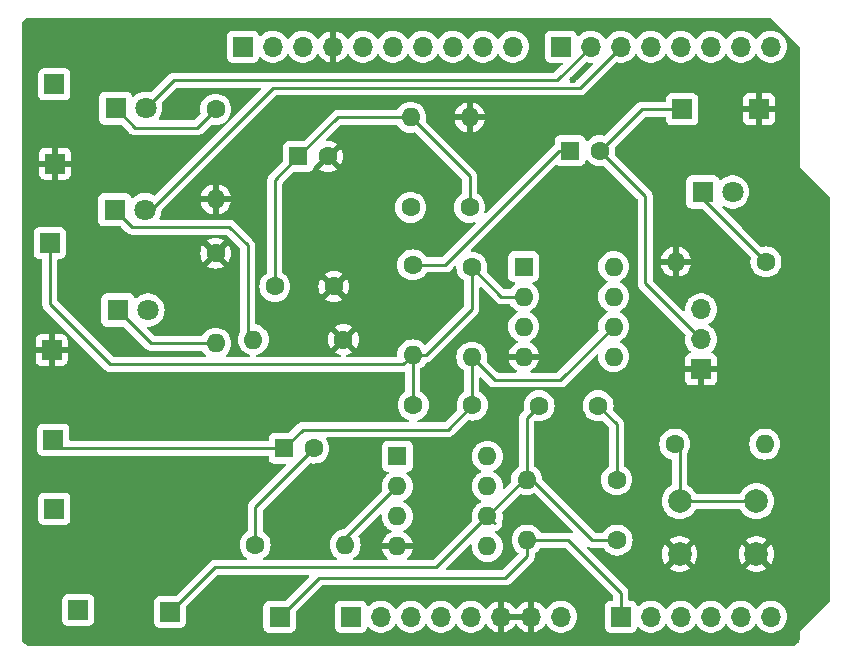
<source format=gbr>
%TF.GenerationSoftware,KiCad,Pcbnew,8.0.1*%
%TF.CreationDate,2024-05-19T10:40:07+02:00*%
%TF.ProjectId,80_KiCad,38305f4b-6943-4616-942e-6b696361645f,v1.0*%
%TF.SameCoordinates,Original*%
%TF.FileFunction,Copper,L1,Top*%
%TF.FilePolarity,Positive*%
%FSLAX46Y46*%
G04 Gerber Fmt 4.6, Leading zero omitted, Abs format (unit mm)*
G04 Created by KiCad (PCBNEW 8.0.1) date 2024-05-19 10:40:07*
%MOMM*%
%LPD*%
G01*
G04 APERTURE LIST*
%TA.AperFunction,ComponentPad*%
%ADD10R,1.700000X1.700000*%
%TD*%
%TA.AperFunction,ComponentPad*%
%ADD11R,1.600000X1.600000*%
%TD*%
%TA.AperFunction,ComponentPad*%
%ADD12O,1.600000X1.600000*%
%TD*%
%TA.AperFunction,ComponentPad*%
%ADD13C,1.600000*%
%TD*%
%TA.AperFunction,ComponentPad*%
%ADD14R,1.800000X1.800000*%
%TD*%
%TA.AperFunction,ComponentPad*%
%ADD15C,1.800000*%
%TD*%
%TA.AperFunction,ComponentPad*%
%ADD16C,2.000000*%
%TD*%
%TA.AperFunction,ComponentPad*%
%ADD17O,1.700000X1.700000*%
%TD*%
%TA.AperFunction,ViaPad*%
%ADD18C,0.600000*%
%TD*%
%TA.AperFunction,Conductor*%
%ADD19C,0.250000*%
%TD*%
G04 APERTURE END LIST*
D10*
%TO.P,A_In2_N1,1,1*%
%TO.N,Net-(U2--)*%
X104850000Y-96900000D03*
%TD*%
%TO.P,A_In1_N1,1,1*%
%TO.N,Net-(U1--)*%
X102450000Y-65825000D03*
%TD*%
%TO.P,A_In_P1,1,1*%
%TO.N,Net-(U1-+)*%
X102825000Y-88325000D03*
%TD*%
%TO.P,A2_Out1,1,1*%
%TO.N,Net-(A2_Out1-Pad1)*%
X112625000Y-97075000D03*
%TD*%
D11*
%TO.P,U1,1,NC*%
%TO.N,unconnected-(U1-NC-Pad1)*%
X142575000Y-67825000D03*
D12*
%TO.P,U1,2,-*%
%TO.N,Net-(U1--)*%
X142575000Y-70365000D03*
%TO.P,U1,3,+*%
%TO.N,Net-(U1-+)*%
X142575000Y-72905000D03*
%TO.P,U1,4,V-*%
%TO.N,GND*%
X142575000Y-75445000D03*
%TO.P,U1,5,NC*%
%TO.N,unconnected-(U1-NC-Pad5)*%
X150195000Y-75445000D03*
%TO.P,U1,6*%
%TO.N,Net-(A1_Out1-Pad1)*%
X150195000Y-72905000D03*
%TO.P,U1,7,V+*%
%TO.N,VCC*%
X150195000Y-70365000D03*
%TO.P,U1,8,NC*%
%TO.N,unconnected-(U1-NC-Pad8)*%
X150195000Y-67825000D03*
%TD*%
D11*
%TO.P,C2,1*%
%TO.N,Net-(U1-+)*%
X123500000Y-58500000D03*
D13*
%TO.P,C2,2*%
%TO.N,GND*%
X126000000Y-58500000D03*
%TD*%
D10*
%TO.P,VCC1,1,1*%
%TO.N,VCC*%
X102825000Y-52400000D03*
%TD*%
D13*
%TO.P,R10,1*%
%TO.N,GND*%
X116500000Y-66690000D03*
D12*
%TO.P,R10,2*%
%TO.N,Net-(D3-K)*%
X116500000Y-74310000D03*
%TD*%
D14*
%TO.P,D2,1,K*%
%TO.N,Net-(D2-K)*%
X107960000Y-63000000D03*
D15*
%TO.P,D2,2,A*%
%TO.N,Orange*%
X110500000Y-63000000D03*
%TD*%
D13*
%TO.P,R9,1*%
%TO.N,GND*%
X127310000Y-74000000D03*
D12*
%TO.P,R9,2*%
%TO.N,Net-(D2-K)*%
X119690000Y-74000000D03*
%TD*%
D14*
%TO.P,D3,1,K*%
%TO.N,Net-(D3-K)*%
X108225000Y-71500000D03*
D15*
%TO.P,D3,2,A*%
%TO.N,Green*%
X110765000Y-71500000D03*
%TD*%
D13*
%TO.P,C5,1*%
%TO.N,Net-(U1--)*%
X133225000Y-79550000D03*
%TO.P,C5,2*%
%TO.N,Net-(A1_Out1-Pad1)*%
X138225000Y-79550000D03*
%TD*%
%TO.P,R3,1*%
%TO.N,Net-(C3-Pad1)*%
X133180000Y-67680000D03*
D12*
%TO.P,R3,2*%
%TO.N,Net-(U1--)*%
X133180000Y-75300000D03*
%TD*%
D13*
%TO.P,R1,1*%
%TO.N,VCC*%
X133000000Y-62810000D03*
D12*
%TO.P,R1,2*%
%TO.N,Net-(U1-+)*%
X133000000Y-55190000D03*
%TD*%
D11*
%TO.P,U2,1,NC*%
%TO.N,unconnected-(U2-NC-Pad1)*%
X131880000Y-83880000D03*
D12*
%TO.P,U2,2,-*%
%TO.N,Net-(U2--)*%
X131880000Y-86420000D03*
%TO.P,U2,3,+*%
%TO.N,Net-(U1-+)*%
X131880000Y-88960000D03*
%TO.P,U2,4,V-*%
%TO.N,GND*%
X131880000Y-91500000D03*
%TO.P,U2,5,NC*%
%TO.N,unconnected-(U2-NC-Pad5)*%
X139500000Y-91500000D03*
%TO.P,U2,6*%
%TO.N,Net-(A2_Out1-Pad1)*%
X139500000Y-88960000D03*
%TO.P,U2,7,V+*%
%TO.N,VCC*%
X139500000Y-86420000D03*
%TO.P,U2,8,NC*%
%TO.N,unconnected-(U2-NC-Pad8)*%
X139500000Y-83880000D03*
%TD*%
D10*
%TO.P,V_In1,1,1*%
%TO.N,Vin*%
X156000000Y-54500000D03*
%TD*%
%TO.P,GND,1,1*%
%TO.N,GND*%
X102600000Y-74900000D03*
%TD*%
%TO.P,GND,1,1*%
%TO.N,GND*%
X162500000Y-54500000D03*
%TD*%
%TO.P,V_Out1,1,1*%
%TO.N,Vout*%
X121900000Y-97500000D03*
%TD*%
D13*
%TO.P,R5,1*%
%TO.N,Net-(C4-Pad2)*%
X119840000Y-91375000D03*
D12*
%TO.P,R5,2*%
%TO.N,Net-(U2--)*%
X127460000Y-91375000D03*
%TD*%
D14*
%TO.P,D1,1,K*%
%TO.N,Net-(D1-K)*%
X108025000Y-54425000D03*
D15*
%TO.P,D1,2,A*%
%TO.N,Red*%
X110565000Y-54425000D03*
%TD*%
D16*
%TO.P,SW1,1,A*%
%TO.N,Push Button*%
X155775000Y-87675000D03*
X162275000Y-87675000D03*
%TO.P,SW1,2,B*%
%TO.N,GND*%
X155775000Y-92175000D03*
X162275000Y-92175000D03*
%TD*%
D13*
%TO.P,C1,1*%
%TO.N,Net-(U1-+)*%
X121500000Y-69500000D03*
%TO.P,C1,2*%
%TO.N,GND*%
X126500000Y-69500000D03*
%TD*%
D10*
%TO.P,A1_Out1,1,1*%
%TO.N,Net-(A1_Out1-Pad1)*%
X102750000Y-82475000D03*
%TD*%
D13*
%TO.P,R7,1*%
%TO.N,Net-(U2--)*%
X150435000Y-85875000D03*
D12*
%TO.P,R7,2*%
%TO.N,Net-(A2_Out1-Pad1)*%
X142815000Y-85875000D03*
%TD*%
D13*
%TO.P,R11,1*%
%TO.N,Net-(D4-K)*%
X163085000Y-67425000D03*
D12*
%TO.P,R11,2*%
%TO.N,GND*%
X155465000Y-67425000D03*
%TD*%
D13*
%TO.P,R4,1*%
%TO.N,Net-(U1--)*%
X138180000Y-67870000D03*
D12*
%TO.P,R4,2*%
%TO.N,Net-(A1_Out1-Pad1)*%
X138180000Y-75490000D03*
%TD*%
D13*
%TO.P,R6,1*%
%TO.N,Net-(A2_Out1-Pad1)*%
X150485000Y-90975000D03*
D12*
%TO.P,R6,2*%
%TO.N,Vout*%
X142865000Y-90975000D03*
%TD*%
D13*
%TO.P,R2,1*%
%TO.N,Net-(U1-+)*%
X138000000Y-62810000D03*
D12*
%TO.P,R2,2*%
%TO.N,GND*%
X138000000Y-55190000D03*
%TD*%
D10*
%TO.P,GND,1,1*%
%TO.N,GND*%
X102900000Y-59100000D03*
%TD*%
D11*
%TO.P,C3,1*%
%TO.N,Net-(C3-Pad1)*%
X146500000Y-58000000D03*
D13*
%TO.P,C3,2*%
%TO.N,Vin*%
X149000000Y-58000000D03*
%TD*%
D14*
%TO.P,D4,1,K*%
%TO.N,Net-(D4-K)*%
X157725000Y-61500000D03*
D15*
%TO.P,D4,2,A*%
%TO.N,VCC*%
X160265000Y-61500000D03*
%TD*%
D13*
%TO.P,R12,1*%
%TO.N,Push Button*%
X155365000Y-82850000D03*
D12*
%TO.P,R12,2*%
%TO.N,VCC*%
X162985000Y-82850000D03*
%TD*%
D13*
%TO.P,R8,1*%
%TO.N,Net-(D1-K)*%
X116500000Y-54500000D03*
D12*
%TO.P,R8,2*%
%TO.N,GND*%
X116500000Y-62120000D03*
%TD*%
D13*
%TO.P,C6,1*%
%TO.N,Net-(U2--)*%
X148875000Y-79600000D03*
%TO.P,C6,2*%
%TO.N,Net-(A2_Out1-Pad1)*%
X143875000Y-79600000D03*
%TD*%
D11*
%TO.P,C4,1*%
%TO.N,Net-(A1_Out1-Pad1)*%
X122300000Y-83200000D03*
D13*
%TO.P,C4,2*%
%TO.N,Net-(C4-Pad2)*%
X124800000Y-83200000D03*
%TD*%
D10*
%TO.P,J5,1,Pin_1*%
%TO.N,GND*%
X157600000Y-76525000D03*
D17*
%TO.P,J5,2,Pin_2*%
%TO.N,Vin*%
X157600000Y-73985000D03*
%TO.P,J5,3,Pin_3*%
%TO.N,VCC*%
X157600000Y-71445000D03*
%TD*%
D10*
%TO.P,J1,1,Pin_1*%
%TO.N,unconnected-(J1-Pin_1-Pad1)*%
X127940000Y-97460000D03*
D17*
%TO.P,J1,2,Pin_2*%
%TO.N,/IOREF*%
X130480000Y-97460000D03*
%TO.P,J1,3,Pin_3*%
%TO.N,/~{RESET}*%
X133020000Y-97460000D03*
%TO.P,J1,4,Pin_4*%
%TO.N,unconnected-(J1-Pin_4-Pad4)*%
X135560000Y-97460000D03*
%TO.P,J1,5,Pin_5*%
%TO.N,VCC*%
X138100000Y-97460000D03*
%TO.P,J1,6,Pin_6*%
%TO.N,GND*%
X140640000Y-97460000D03*
%TO.P,J1,7,Pin_7*%
X143180000Y-97460000D03*
%TO.P,J1,8,Pin_8*%
%TO.N,unconnected-(J1-Pin_8-Pad8)*%
X145720000Y-97460000D03*
%TD*%
D10*
%TO.P,J3,1,Pin_1*%
%TO.N,Vout*%
X150800000Y-97460000D03*
D17*
%TO.P,J3,2,Pin_2*%
%TO.N,/A1*%
X153340000Y-97460000D03*
%TO.P,J3,3,Pin_3*%
%TO.N,/A2*%
X155880000Y-97460000D03*
%TO.P,J3,4,Pin_4*%
%TO.N,/A3*%
X158420000Y-97460000D03*
%TO.P,J3,5,Pin_5*%
%TO.N,/SDA{slash}A4*%
X160960000Y-97460000D03*
%TO.P,J3,6,Pin_6*%
%TO.N,/SCL{slash}A5*%
X163500000Y-97460000D03*
%TD*%
D10*
%TO.P,J2,1,Pin_1*%
%TO.N,unconnected-(J2-Pin_1-Pad1)*%
X118796000Y-49200000D03*
D17*
%TO.P,J2,2,Pin_2*%
%TO.N,unconnected-(J2-Pin_2-Pad2)*%
X121336000Y-49200000D03*
%TO.P,J2,3,Pin_3*%
%TO.N,/AREF*%
X123876000Y-49200000D03*
%TO.P,J2,4,Pin_4*%
%TO.N,GND*%
X126416000Y-49200000D03*
%TO.P,J2,5,Pin_5*%
%TO.N,/13*%
X128956000Y-49200000D03*
%TO.P,J2,6,Pin_6*%
%TO.N,/12*%
X131496000Y-49200000D03*
%TO.P,J2,7,Pin_7*%
%TO.N,/\u002A11*%
X134036000Y-49200000D03*
%TO.P,J2,8,Pin_8*%
%TO.N,/\u002A10*%
X136576000Y-49200000D03*
%TO.P,J2,9,Pin_9*%
%TO.N,/\u002A9*%
X139116000Y-49200000D03*
%TO.P,J2,10,Pin_10*%
%TO.N,/8*%
X141656000Y-49200000D03*
%TD*%
D10*
%TO.P,J4,1,Pin_1*%
%TO.N,Push Button*%
X145720000Y-49200000D03*
D17*
%TO.P,J4,2,Pin_2*%
%TO.N,Red*%
X148260000Y-49200000D03*
%TO.P,J4,3,Pin_3*%
%TO.N,Orange*%
X150800000Y-49200000D03*
%TO.P,J4,4,Pin_4*%
%TO.N,Green*%
X153340000Y-49200000D03*
%TO.P,J4,5,Pin_5*%
%TO.N,unconnected-(J4-Pin_5-Pad5)*%
X155880000Y-49200000D03*
%TO.P,J4,6,Pin_6*%
%TO.N,/2*%
X158420000Y-49200000D03*
%TO.P,J4,7,Pin_7*%
%TO.N,/TX{slash}1*%
X160960000Y-49200000D03*
%TO.P,J4,8,Pin_8*%
%TO.N,/RX{slash}0*%
X163500000Y-49200000D03*
%TD*%
D18*
%TO.N,GND*%
X146775000Y-52025000D03*
X142050000Y-88525000D03*
X129350000Y-79175000D03*
X118450000Y-78125000D03*
X129675000Y-91950000D03*
%TD*%
D19*
%TO.N,Net-(A1_Out1-Pad1)*%
X122300000Y-83200000D02*
X103475000Y-83200000D01*
X103475000Y-83200000D02*
X102750000Y-82475000D01*
%TO.N,Net-(U1--)*%
X133180000Y-75300000D02*
X132380001Y-76099999D01*
X132380001Y-76099999D02*
X107549999Y-76099999D01*
X107549999Y-76099999D02*
X102450000Y-71000000D01*
X102450000Y-71000000D02*
X102450000Y-65825000D01*
%TO.N,Net-(D1-K)*%
X108025000Y-54425000D02*
X109675000Y-56075000D01*
X109675000Y-56075000D02*
X114925000Y-56075000D01*
X114925000Y-56075000D02*
X116500000Y-54500000D01*
%TO.N,Net-(A2_Out1-Pad1)*%
X139500000Y-88960000D02*
X135160000Y-93300000D01*
X135160000Y-93300000D02*
X116400000Y-93300000D01*
X116400000Y-93300000D02*
X112625000Y-97075000D01*
%TO.N,Vout*%
X141030000Y-94175000D02*
X125225000Y-94175000D01*
X125225000Y-94175000D02*
X121900000Y-97500000D01*
%TO.N,Red*%
X145410000Y-52050000D02*
X112940000Y-52050000D01*
X112940000Y-52050000D02*
X110565000Y-54425000D01*
X145410000Y-52050000D02*
X148260000Y-49200000D01*
%TO.N,Orange*%
X121350000Y-52700000D02*
X147300000Y-52700000D01*
X111050000Y-63000000D02*
X121350000Y-52700000D01*
X110500000Y-63000000D02*
X111050000Y-63000000D01*
X147300000Y-52700000D02*
X150800000Y-49200000D01*
%TO.N,Vout*%
X142865000Y-92340000D02*
X142865000Y-90975000D01*
X150800000Y-95425000D02*
X146350000Y-90975000D01*
X150800000Y-97460000D02*
X150800000Y-95425000D01*
X146350000Y-90975000D02*
X142865000Y-90975000D01*
X141030000Y-94175000D02*
X142865000Y-92340000D01*
X150800000Y-97460000D02*
X150435000Y-97460000D01*
%TO.N,Push Button*%
X155775000Y-83260000D02*
X155365000Y-82850000D01*
X155775000Y-87675000D02*
X155775000Y-83260000D01*
X155775000Y-87675000D02*
X162275000Y-87675000D01*
X155775000Y-83460000D02*
X155215000Y-82900000D01*
%TO.N,Net-(U1-+)*%
X126810000Y-55190000D02*
X133000000Y-55190000D01*
X138000000Y-60190000D02*
X133000000Y-55190000D01*
X123500000Y-58500000D02*
X126810000Y-55190000D01*
X121500000Y-60500000D02*
X123500000Y-58500000D01*
X121500000Y-69500000D02*
X121500000Y-60500000D01*
X138000000Y-62810000D02*
X138000000Y-60190000D01*
%TO.N,Vin*%
X149000000Y-58000000D02*
X149075000Y-58000000D01*
X149000000Y-58000000D02*
X152850000Y-61850000D01*
X152850000Y-69235000D02*
X157600000Y-73985000D01*
X152575000Y-54500000D02*
X156000000Y-54500000D01*
X152850000Y-61850000D02*
X152850000Y-69235000D01*
X149075000Y-58000000D02*
X152575000Y-54500000D01*
%TO.N,Net-(C3-Pad1)*%
X135920000Y-67680000D02*
X145600000Y-58000000D01*
X133180000Y-67680000D02*
X135920000Y-67680000D01*
X145600000Y-58000000D02*
X146500000Y-58000000D01*
%TO.N,Net-(C4-Pad2)*%
X119840000Y-91375000D02*
X119840000Y-88160000D01*
X119840000Y-88160000D02*
X124800000Y-83200000D01*
%TO.N,Net-(U1--)*%
X138180000Y-67870000D02*
X138180000Y-71395000D01*
X134275000Y-75300000D02*
X133180000Y-75300000D01*
X138180000Y-71395000D02*
X134275000Y-75300000D01*
X142575000Y-70365000D02*
X140675000Y-70365000D01*
X140675000Y-70365000D02*
X138180000Y-67870000D01*
X133180000Y-75300000D02*
X133180000Y-80000000D01*
%TO.N,Net-(A2_Out1-Pad1)*%
X143275000Y-85875000D02*
X142815000Y-85875000D01*
X142585000Y-85875000D02*
X142815000Y-85875000D01*
X139500000Y-88960000D02*
X142585000Y-85875000D01*
X142815000Y-85875000D02*
X142815000Y-80660000D01*
X139500000Y-88960000D02*
X140115000Y-89575000D01*
X150485000Y-90975000D02*
X148375000Y-90975000D01*
X148375000Y-90975000D02*
X143275000Y-85875000D01*
X142815000Y-80660000D02*
X143875000Y-79600000D01*
%TO.N,Net-(U2--)*%
X131880000Y-86420000D02*
X127460000Y-90840000D01*
X150435000Y-85875000D02*
X150435000Y-81160000D01*
X127460000Y-90840000D02*
X127460000Y-91375000D01*
X150435000Y-81160000D02*
X148875000Y-79600000D01*
%TO.N,Net-(D2-K)*%
X119200000Y-66025000D02*
X119200000Y-73510000D01*
X107960000Y-63000000D02*
X109435000Y-64475000D01*
X119200000Y-73510000D02*
X119690000Y-74000000D01*
X117650000Y-64475000D02*
X119200000Y-66025000D01*
X109435000Y-64475000D02*
X117650000Y-64475000D01*
%TO.N,Net-(D3-K)*%
X108225000Y-71500000D02*
X111035000Y-74310000D01*
X111035000Y-74310000D02*
X116500000Y-74310000D01*
%TO.N,Net-(D4-K)*%
X157725000Y-62065000D02*
X157725000Y-61500000D01*
X163085000Y-67425000D02*
X157725000Y-62065000D01*
%TO.N,Net-(A1_Out1-Pad1)*%
X145675000Y-77425000D02*
X150195000Y-72905000D01*
X138180000Y-75490000D02*
X140115000Y-77425000D01*
X138180000Y-80000000D02*
X138180000Y-75490000D01*
X136150000Y-81625000D02*
X138225000Y-79550000D01*
X123875000Y-81625000D02*
X136150000Y-81625000D01*
X140115000Y-77425000D02*
X145675000Y-77425000D01*
X122300000Y-83200000D02*
X123875000Y-81625000D01*
%TD*%
%TA.AperFunction,Conductor*%
%TO.N,GND*%
G36*
X143551366Y-87047270D02*
G01*
X146754999Y-90250903D01*
X146782776Y-90305420D01*
X146773205Y-90365852D01*
X146729940Y-90409117D01*
X146669508Y-90418688D01*
X146647110Y-90412371D01*
X146534785Y-90365845D01*
X146412396Y-90341500D01*
X146412394Y-90341500D01*
X144070338Y-90341500D01*
X144012147Y-90322593D01*
X143989242Y-90299284D01*
X143971186Y-90273498D01*
X143912606Y-90189836D01*
X143871201Y-90130704D01*
X143871200Y-90130703D01*
X143871198Y-90130700D01*
X143709300Y-89968802D01*
X143709296Y-89968799D01*
X143709295Y-89968798D01*
X143575437Y-89875070D01*
X143521749Y-89837477D01*
X143314243Y-89740716D01*
X143093087Y-89681457D01*
X143093086Y-89681456D01*
X143093079Y-89681455D01*
X142865003Y-89661502D01*
X142864997Y-89661502D01*
X142636920Y-89681455D01*
X142415757Y-89740716D01*
X142208252Y-89837476D01*
X142020704Y-89968798D01*
X141858798Y-90130704D01*
X141727476Y-90318252D01*
X141630716Y-90525757D01*
X141571455Y-90746920D01*
X141551502Y-90974996D01*
X141551502Y-90975003D01*
X141571455Y-91203079D01*
X141571456Y-91203086D01*
X141571457Y-91203087D01*
X141630716Y-91424243D01*
X141727477Y-91631749D01*
X141858802Y-91819300D01*
X142020700Y-91981198D01*
X142020703Y-91981200D01*
X142020704Y-91981201D01*
X142104734Y-92040040D01*
X142141556Y-92088905D01*
X142142624Y-92150081D01*
X142117954Y-92191140D01*
X140796592Y-93512504D01*
X140742075Y-93540281D01*
X140726588Y-93541500D01*
X136053412Y-93541500D01*
X135995221Y-93522593D01*
X135959257Y-93473093D01*
X135959257Y-93411907D01*
X135983408Y-93372496D01*
X136464541Y-92891363D01*
X138025866Y-91330036D01*
X138080381Y-91302261D01*
X138140813Y-91311832D01*
X138184078Y-91355097D01*
X138194491Y-91408669D01*
X138186502Y-91499995D01*
X138186502Y-91500003D01*
X138206455Y-91728079D01*
X138206456Y-91728086D01*
X138206457Y-91728087D01*
X138265716Y-91949243D01*
X138304188Y-92031747D01*
X138362476Y-92156747D01*
X138489958Y-92338811D01*
X138493802Y-92344300D01*
X138655700Y-92506198D01*
X138843251Y-92637523D01*
X139050757Y-92734284D01*
X139271913Y-92793543D01*
X139271917Y-92793543D01*
X139271920Y-92793544D01*
X139499997Y-92813498D01*
X139500000Y-92813498D01*
X139500003Y-92813498D01*
X139728079Y-92793544D01*
X139728080Y-92793543D01*
X139728087Y-92793543D01*
X139949243Y-92734284D01*
X140156749Y-92637523D01*
X140344300Y-92506198D01*
X140506198Y-92344300D01*
X140637523Y-92156749D01*
X140734284Y-91949243D01*
X140793543Y-91728087D01*
X140796080Y-91699096D01*
X140813498Y-91500003D01*
X140813498Y-91499996D01*
X140793544Y-91271920D01*
X140793543Y-91271917D01*
X140793543Y-91271913D01*
X140734284Y-91050757D01*
X140637523Y-90843251D01*
X140506198Y-90655700D01*
X140344300Y-90493802D01*
X140344296Y-90493799D01*
X140344295Y-90493798D01*
X140228005Y-90412371D01*
X140179959Y-90378729D01*
X140143138Y-90329865D01*
X140142070Y-90268689D01*
X140177164Y-90218569D01*
X140217429Y-90200536D01*
X140299784Y-90184155D01*
X140415075Y-90136400D01*
X140518833Y-90067071D01*
X140607071Y-89978833D01*
X140676400Y-89875075D01*
X140724155Y-89759784D01*
X140748500Y-89637393D01*
X140748500Y-89512606D01*
X140748499Y-89512604D01*
X140748499Y-89512597D01*
X140735146Y-89445473D01*
X140736615Y-89400540D01*
X140793543Y-89188087D01*
X140807965Y-89023240D01*
X140813498Y-88960003D01*
X140813498Y-88959996D01*
X140793544Y-88731920D01*
X140793543Y-88731917D01*
X140793543Y-88731913D01*
X140772505Y-88653399D01*
X140775708Y-88592300D01*
X140798126Y-88557776D01*
X142235491Y-87120411D01*
X142290006Y-87092636D01*
X142347331Y-87100692D01*
X142362366Y-87107702D01*
X142365757Y-87109284D01*
X142586913Y-87168543D01*
X142586917Y-87168543D01*
X142586920Y-87168544D01*
X142814997Y-87188498D01*
X142815000Y-87188498D01*
X142815003Y-87188498D01*
X143043079Y-87168544D01*
X143043080Y-87168543D01*
X143043087Y-87168543D01*
X143264243Y-87109284D01*
X143439523Y-87027549D01*
X143500252Y-87020093D01*
X143551366Y-87047270D01*
G37*
%TD.AperFunction*%
%TA.AperFunction,Conductor*%
G36*
X130520813Y-88771832D02*
G01*
X130564078Y-88815097D01*
X130574491Y-88868669D01*
X130566502Y-88959995D01*
X130566502Y-88960003D01*
X130586455Y-89188079D01*
X130586456Y-89188081D01*
X130586457Y-89188087D01*
X130645716Y-89409243D01*
X130742477Y-89616749D01*
X130784658Y-89676989D01*
X130842630Y-89759783D01*
X130873802Y-89804300D01*
X131035700Y-89966198D01*
X131035703Y-89966200D01*
X131035704Y-89966201D01*
X131098001Y-90009822D01*
X131223251Y-90097523D01*
X131324988Y-90144963D01*
X131369737Y-90186691D01*
X131381412Y-90246752D01*
X131355555Y-90302205D01*
X131324990Y-90324412D01*
X131227523Y-90369862D01*
X131227519Y-90369864D01*
X131041188Y-90500334D01*
X130880334Y-90661188D01*
X130749865Y-90847518D01*
X130653733Y-91053676D01*
X130601128Y-91250000D01*
X131564314Y-91250000D01*
X131559920Y-91254394D01*
X131507259Y-91345606D01*
X131480000Y-91447339D01*
X131480000Y-91552661D01*
X131507259Y-91654394D01*
X131559920Y-91745606D01*
X131564314Y-91750000D01*
X130601128Y-91750000D01*
X130653733Y-91946323D01*
X130749865Y-92152481D01*
X130880334Y-92338811D01*
X131039019Y-92497496D01*
X131066796Y-92552013D01*
X131057225Y-92612445D01*
X131013960Y-92655710D01*
X130969015Y-92666500D01*
X128210834Y-92666500D01*
X128152643Y-92647593D01*
X128116679Y-92598093D01*
X128116679Y-92536907D01*
X128152643Y-92487407D01*
X128154011Y-92486431D01*
X128304300Y-92381198D01*
X128466198Y-92219300D01*
X128597523Y-92031749D01*
X128694284Y-91824243D01*
X128753543Y-91603087D01*
X128755200Y-91584155D01*
X128773498Y-91375003D01*
X128773498Y-91374996D01*
X128753544Y-91146920D01*
X128753543Y-91146917D01*
X128753543Y-91146913D01*
X128694284Y-90925757D01*
X128597523Y-90718251D01*
X128595801Y-90715792D01*
X128595462Y-90714683D01*
X128595363Y-90714511D01*
X128595402Y-90714488D01*
X128577914Y-90657282D01*
X128597835Y-90599430D01*
X128606888Y-90589014D01*
X130405866Y-88790036D01*
X130460381Y-88762261D01*
X130520813Y-88771832D01*
G37*
%TD.AperFunction*%
%TA.AperFunction,Conductor*%
G36*
X138982504Y-69568408D02*
G01*
X140271167Y-70857071D01*
X140374925Y-70926400D01*
X140490215Y-70974155D01*
X140612606Y-70998500D01*
X140737394Y-70998500D01*
X141369662Y-70998500D01*
X141427853Y-71017407D01*
X141450758Y-71040716D01*
X141535395Y-71161591D01*
X141568802Y-71209300D01*
X141730700Y-71371198D01*
X141918251Y-71502523D01*
X142009934Y-71545275D01*
X142054682Y-71587003D01*
X142066357Y-71647065D01*
X142040499Y-71702518D01*
X142009934Y-71724725D01*
X141918252Y-71767476D01*
X141730704Y-71898798D01*
X141568798Y-72060704D01*
X141437476Y-72248252D01*
X141340716Y-72455757D01*
X141281455Y-72676920D01*
X141261502Y-72904996D01*
X141261502Y-72905003D01*
X141281455Y-73133079D01*
X141281456Y-73133081D01*
X141281457Y-73133087D01*
X141337222Y-73341205D01*
X141340716Y-73354242D01*
X141433712Y-73553676D01*
X141437477Y-73561749D01*
X141464261Y-73600000D01*
X141529250Y-73692815D01*
X141568802Y-73749300D01*
X141730700Y-73911198D01*
X141918251Y-74042523D01*
X142019988Y-74089963D01*
X142064737Y-74131691D01*
X142076412Y-74191752D01*
X142050555Y-74247205D01*
X142019990Y-74269412D01*
X141922523Y-74314862D01*
X141922519Y-74314864D01*
X141736188Y-74445334D01*
X141575334Y-74606188D01*
X141444865Y-74792518D01*
X141348733Y-74998676D01*
X141296128Y-75195000D01*
X142259314Y-75195000D01*
X142254920Y-75199394D01*
X142202259Y-75290606D01*
X142175000Y-75392339D01*
X142175000Y-75497661D01*
X142202259Y-75599394D01*
X142254920Y-75690606D01*
X142259314Y-75695000D01*
X141296128Y-75695000D01*
X141348733Y-75891323D01*
X141444865Y-76097481D01*
X141575334Y-76283811D01*
X141736188Y-76444665D01*
X141922518Y-76575134D01*
X141981794Y-76602775D01*
X142026542Y-76644503D01*
X142038217Y-76704565D01*
X142012359Y-76760018D01*
X141958845Y-76789681D01*
X141939955Y-76791500D01*
X140418412Y-76791500D01*
X140360221Y-76772593D01*
X140348408Y-76762504D01*
X139478128Y-75892224D01*
X139450351Y-75837707D01*
X139452506Y-75796596D01*
X139453719Y-75792071D01*
X139473543Y-75718087D01*
X139473543Y-75718086D01*
X139473544Y-75718083D01*
X139493498Y-75490003D01*
X139493498Y-75489996D01*
X139473544Y-75261920D01*
X139473543Y-75261917D01*
X139473543Y-75261913D01*
X139414284Y-75040757D01*
X139317523Y-74833251D01*
X139186198Y-74645700D01*
X139024300Y-74483802D01*
X139024296Y-74483799D01*
X139024295Y-74483798D01*
X138920247Y-74410943D01*
X138836749Y-74352477D01*
X138629243Y-74255716D01*
X138408087Y-74196457D01*
X138408086Y-74196456D01*
X138408079Y-74196455D01*
X138180003Y-74176502D01*
X138179997Y-74176502D01*
X137951920Y-74196455D01*
X137730757Y-74255716D01*
X137523252Y-74352476D01*
X137335704Y-74483798D01*
X137173798Y-74645704D01*
X137042476Y-74833252D01*
X136945716Y-75040757D01*
X136886455Y-75261920D01*
X136866502Y-75489996D01*
X136866502Y-75490003D01*
X136886455Y-75718079D01*
X136886456Y-75718086D01*
X136886457Y-75718087D01*
X136945716Y-75939243D01*
X136958608Y-75966890D01*
X137042476Y-76146747D01*
X137154126Y-76306201D01*
X137173802Y-76334300D01*
X137335700Y-76496198D01*
X137504285Y-76614243D01*
X137541106Y-76663105D01*
X137546500Y-76695337D01*
X137546500Y-78376171D01*
X137527593Y-78434362D01*
X137504284Y-78457267D01*
X137380704Y-78543798D01*
X137218798Y-78705704D01*
X137087476Y-78893252D01*
X136990716Y-79100757D01*
X136931455Y-79321920D01*
X136911502Y-79549996D01*
X136911502Y-79550003D01*
X136931455Y-79778081D01*
X136952493Y-79856598D01*
X136949290Y-79917700D01*
X136926870Y-79952224D01*
X135916592Y-80962504D01*
X135862075Y-80990281D01*
X135846588Y-80991500D01*
X133652882Y-80991500D01*
X133594691Y-80972593D01*
X133558727Y-80923093D01*
X133558727Y-80861907D01*
X133594691Y-80812407D01*
X133627257Y-80796873D01*
X133674243Y-80784284D01*
X133881749Y-80687523D01*
X134069300Y-80556198D01*
X134231198Y-80394300D01*
X134362523Y-80206749D01*
X134459284Y-79999243D01*
X134518543Y-79778087D01*
X134534124Y-79600003D01*
X134538498Y-79550003D01*
X134538498Y-79549996D01*
X134518544Y-79321920D01*
X134518543Y-79321917D01*
X134518543Y-79321913D01*
X134459284Y-79100757D01*
X134362523Y-78893251D01*
X134231198Y-78705700D01*
X134069300Y-78543802D01*
X134069296Y-78543799D01*
X134069295Y-78543798D01*
X133881746Y-78412475D01*
X133881741Y-78412472D01*
X133870658Y-78407304D01*
X133825911Y-78365574D01*
X133813500Y-78317581D01*
X133813500Y-76505337D01*
X133832407Y-76447146D01*
X133855712Y-76424244D01*
X134024300Y-76306198D01*
X134186198Y-76144300D01*
X134310423Y-75966888D01*
X134359285Y-75930068D01*
X134372203Y-75926576D01*
X134459785Y-75909155D01*
X134575075Y-75861400D01*
X134678833Y-75792071D01*
X138672071Y-71798833D01*
X138741400Y-71695075D01*
X138789155Y-71579785D01*
X138813500Y-71457394D01*
X138813500Y-71332606D01*
X138813500Y-69638412D01*
X138832407Y-69580221D01*
X138881907Y-69544257D01*
X138943093Y-69544257D01*
X138982504Y-69568408D01*
G37*
%TD.AperFunction*%
%TA.AperFunction,Conductor*%
G36*
X147916141Y-50518277D02*
G01*
X147925365Y-50521444D01*
X148147431Y-50558500D01*
X148306587Y-50558500D01*
X148364778Y-50577407D01*
X148400742Y-50626907D01*
X148400742Y-50688093D01*
X148376591Y-50727504D01*
X147066592Y-52037504D01*
X147012075Y-52065281D01*
X146996588Y-52066500D01*
X146528412Y-52066500D01*
X146470221Y-52047593D01*
X146434257Y-51998093D01*
X146434257Y-51936907D01*
X146458408Y-51897496D01*
X147052112Y-51303792D01*
X147813996Y-50541907D01*
X147868511Y-50514132D01*
X147916141Y-50518277D01*
G37*
%TD.AperFunction*%
%TA.AperFunction,Conductor*%
G36*
X142714075Y-97267007D02*
G01*
X142680000Y-97394174D01*
X142680000Y-97525826D01*
X142714075Y-97652993D01*
X142746988Y-97710000D01*
X141073012Y-97710000D01*
X141105925Y-97652993D01*
X141140000Y-97525826D01*
X141140000Y-97394174D01*
X141105925Y-97267007D01*
X141073012Y-97210000D01*
X142746988Y-97210000D01*
X142714075Y-97267007D01*
G37*
%TD.AperFunction*%
%TA.AperFunction,Conductor*%
G36*
X163485910Y-46754407D02*
G01*
X163497723Y-46764496D01*
X165935504Y-49202277D01*
X165963281Y-49256794D01*
X165964500Y-49272281D01*
X165964500Y-59344982D01*
X165964500Y-59375018D01*
X165975994Y-59402767D01*
X168475505Y-61902278D01*
X168503281Y-61956793D01*
X168504500Y-61972280D01*
X168504500Y-96117718D01*
X168485593Y-96175909D01*
X168475504Y-96187722D01*
X165997233Y-98665994D01*
X165997232Y-98665993D01*
X165975994Y-98687232D01*
X165975994Y-98687233D01*
X165967251Y-98708342D01*
X165964500Y-98714983D01*
X165964500Y-99233139D01*
X165964023Y-99242843D01*
X165952264Y-99362225D01*
X165948478Y-99381259D01*
X165915073Y-99491381D01*
X165907647Y-99509309D01*
X165853398Y-99610803D01*
X165842619Y-99626935D01*
X165769614Y-99715891D01*
X165755891Y-99729614D01*
X165666935Y-99802619D01*
X165650803Y-99813398D01*
X165549311Y-99867647D01*
X165531381Y-99875073D01*
X165421259Y-99908478D01*
X165402225Y-99912264D01*
X165282843Y-99924023D01*
X165273139Y-99924500D01*
X100766861Y-99924500D01*
X100757157Y-99924023D01*
X100637774Y-99912264D01*
X100618740Y-99908478D01*
X100508618Y-99875073D01*
X100490694Y-99867649D01*
X100389191Y-99813395D01*
X100373066Y-99802620D01*
X100328586Y-99766116D01*
X100284108Y-99729614D01*
X100270385Y-99715891D01*
X100203757Y-99634705D01*
X100197377Y-99626930D01*
X100186605Y-99610810D01*
X100132347Y-99509300D01*
X100124926Y-99491381D01*
X100122168Y-99482290D01*
X100091521Y-99381259D01*
X100087735Y-99362225D01*
X100075977Y-99242843D01*
X100075500Y-99233139D01*
X100075500Y-97798634D01*
X103491500Y-97798634D01*
X103498010Y-97859199D01*
X103498011Y-97859201D01*
X103549111Y-97996204D01*
X103549112Y-97996206D01*
X103549113Y-97996207D01*
X103633390Y-98108788D01*
X103636739Y-98113261D01*
X103753796Y-98200889D01*
X103890799Y-98251989D01*
X103951362Y-98258500D01*
X103951365Y-98258500D01*
X105748635Y-98258500D01*
X105748638Y-98258500D01*
X105809201Y-98251989D01*
X105946204Y-98200889D01*
X106063261Y-98113261D01*
X106150889Y-97996204D01*
X106201989Y-97859201D01*
X106208500Y-97798638D01*
X106208500Y-96001362D01*
X106201989Y-95940799D01*
X106150889Y-95803796D01*
X106063261Y-95686739D01*
X106025415Y-95658408D01*
X105946207Y-95599113D01*
X105946206Y-95599112D01*
X105946204Y-95599111D01*
X105809201Y-95548011D01*
X105809200Y-95548010D01*
X105768327Y-95543616D01*
X105748638Y-95541500D01*
X103951362Y-95541500D01*
X103935288Y-95543228D01*
X103890800Y-95548010D01*
X103815116Y-95576239D01*
X103753796Y-95599111D01*
X103753794Y-95599112D01*
X103753792Y-95599113D01*
X103636743Y-95686735D01*
X103636735Y-95686743D01*
X103549113Y-95803792D01*
X103549112Y-95803794D01*
X103549111Y-95803796D01*
X103527501Y-95861735D01*
X103498010Y-95940800D01*
X103491500Y-96001365D01*
X103491500Y-97798634D01*
X100075500Y-97798634D01*
X100075500Y-89223634D01*
X101466500Y-89223634D01*
X101473010Y-89284199D01*
X101473011Y-89284201D01*
X101524111Y-89421204D01*
X101524112Y-89421206D01*
X101524113Y-89421207D01*
X101592534Y-89512607D01*
X101611739Y-89538261D01*
X101728796Y-89625889D01*
X101865799Y-89676989D01*
X101926362Y-89683500D01*
X101926365Y-89683500D01*
X103723635Y-89683500D01*
X103723638Y-89683500D01*
X103784201Y-89676989D01*
X103921204Y-89625889D01*
X104038261Y-89538261D01*
X104125889Y-89421204D01*
X104176989Y-89284201D01*
X104183500Y-89223638D01*
X104183500Y-87426362D01*
X104176989Y-87365799D01*
X104125889Y-87228796D01*
X104038261Y-87111739D01*
X104034980Y-87109283D01*
X103921207Y-87024113D01*
X103921206Y-87024112D01*
X103921204Y-87024111D01*
X103784201Y-86973011D01*
X103784200Y-86973010D01*
X103743327Y-86968616D01*
X103723638Y-86966500D01*
X101926362Y-86966500D01*
X101910288Y-86968228D01*
X101865800Y-86973010D01*
X101790116Y-87001239D01*
X101728796Y-87024111D01*
X101728794Y-87024112D01*
X101728792Y-87024113D01*
X101611743Y-87111735D01*
X101611735Y-87111743D01*
X101524113Y-87228792D01*
X101524112Y-87228794D01*
X101524111Y-87228796D01*
X101510869Y-87264300D01*
X101473010Y-87365800D01*
X101468228Y-87410288D01*
X101466518Y-87426201D01*
X101466500Y-87426365D01*
X101466500Y-89223634D01*
X100075500Y-89223634D01*
X100075500Y-75797824D01*
X101249999Y-75797824D01*
X101256401Y-75857370D01*
X101256403Y-75857381D01*
X101306646Y-75992088D01*
X101306647Y-75992090D01*
X101392807Y-76107184D01*
X101392815Y-76107192D01*
X101507909Y-76193352D01*
X101507911Y-76193353D01*
X101642618Y-76243596D01*
X101642629Y-76243598D01*
X101702176Y-76250000D01*
X102349999Y-76250000D01*
X102350000Y-76249999D01*
X102350000Y-75333012D01*
X102407007Y-75365925D01*
X102534174Y-75400000D01*
X102665826Y-75400000D01*
X102792993Y-75365925D01*
X102850000Y-75333012D01*
X102850000Y-76249999D01*
X102850001Y-76250000D01*
X103497824Y-76250000D01*
X103557370Y-76243598D01*
X103557381Y-76243596D01*
X103692088Y-76193353D01*
X103692090Y-76193352D01*
X103807184Y-76107192D01*
X103807192Y-76107184D01*
X103893352Y-75992090D01*
X103893353Y-75992088D01*
X103943596Y-75857381D01*
X103943598Y-75857370D01*
X103950000Y-75797824D01*
X103950000Y-75150001D01*
X103949999Y-75150000D01*
X103033012Y-75150000D01*
X103065925Y-75092993D01*
X103100000Y-74965826D01*
X103100000Y-74834174D01*
X103065925Y-74707007D01*
X103033012Y-74650000D01*
X103949999Y-74650000D01*
X103950000Y-74649999D01*
X103950000Y-74002175D01*
X103943598Y-73942629D01*
X103943596Y-73942618D01*
X103893353Y-73807911D01*
X103893352Y-73807909D01*
X103807192Y-73692815D01*
X103807184Y-73692807D01*
X103692090Y-73606647D01*
X103692088Y-73606646D01*
X103557381Y-73556403D01*
X103557370Y-73556401D01*
X103497824Y-73550000D01*
X102850001Y-73550000D01*
X102850000Y-73550001D01*
X102850000Y-74466988D01*
X102792993Y-74434075D01*
X102665826Y-74400000D01*
X102534174Y-74400000D01*
X102407007Y-74434075D01*
X102350000Y-74466988D01*
X102350000Y-73550001D01*
X102349999Y-73550000D01*
X101702176Y-73550000D01*
X101642629Y-73556401D01*
X101642618Y-73556403D01*
X101507911Y-73606646D01*
X101507909Y-73606647D01*
X101392815Y-73692807D01*
X101392807Y-73692815D01*
X101306647Y-73807909D01*
X101306646Y-73807911D01*
X101256403Y-73942618D01*
X101256401Y-73942629D01*
X101250000Y-74002175D01*
X101250000Y-74649999D01*
X101250001Y-74650000D01*
X102166988Y-74650000D01*
X102134075Y-74707007D01*
X102100000Y-74834174D01*
X102100000Y-74965826D01*
X102134075Y-75092993D01*
X102166988Y-75150000D01*
X101250001Y-75150000D01*
X101250000Y-75150001D01*
X101250000Y-75797824D01*
X101249999Y-75797824D01*
X100075500Y-75797824D01*
X100075500Y-66723638D01*
X101091500Y-66723638D01*
X101093545Y-66742661D01*
X101098010Y-66784199D01*
X101098011Y-66784201D01*
X101149111Y-66921204D01*
X101149112Y-66921206D01*
X101149113Y-66921207D01*
X101225502Y-67023251D01*
X101236739Y-67038261D01*
X101353796Y-67125889D01*
X101490799Y-67176989D01*
X101551362Y-67183500D01*
X101717500Y-67183500D01*
X101775691Y-67202407D01*
X101811655Y-67251907D01*
X101816500Y-67282500D01*
X101816500Y-71062396D01*
X101840844Y-71184783D01*
X101888599Y-71300074D01*
X101888600Y-71300075D01*
X101957929Y-71403833D01*
X101957932Y-71403836D01*
X107146162Y-76592067D01*
X107146166Y-76592071D01*
X107249917Y-76661396D01*
X107249928Y-76661402D01*
X107254040Y-76663105D01*
X107365214Y-76709154D01*
X107487605Y-76733499D01*
X107487606Y-76733499D01*
X132447259Y-76733499D01*
X132447259Y-76736050D01*
X132497468Y-76747010D01*
X132538160Y-76792703D01*
X132546500Y-76832475D01*
X132546500Y-78376171D01*
X132527593Y-78434362D01*
X132504284Y-78457267D01*
X132380704Y-78543798D01*
X132218798Y-78705704D01*
X132087476Y-78893252D01*
X131990716Y-79100757D01*
X131931455Y-79321920D01*
X131911502Y-79549996D01*
X131911502Y-79550003D01*
X131931455Y-79778079D01*
X131931456Y-79778081D01*
X131931457Y-79778087D01*
X131990716Y-79999243D01*
X132087477Y-80206749D01*
X132218802Y-80394300D01*
X132380700Y-80556198D01*
X132568251Y-80687523D01*
X132775757Y-80784284D01*
X132822742Y-80796873D01*
X132874055Y-80830197D01*
X132895982Y-80887319D01*
X132880146Y-80946419D01*
X132832596Y-80984924D01*
X132797118Y-80991500D01*
X123812603Y-80991500D01*
X123690216Y-81015844D01*
X123574925Y-81063599D01*
X123471167Y-81132929D01*
X123471163Y-81132932D01*
X122741592Y-81862504D01*
X122687075Y-81890281D01*
X122671588Y-81891500D01*
X121451362Y-81891500D01*
X121435288Y-81893228D01*
X121390800Y-81898010D01*
X121315116Y-81926239D01*
X121253796Y-81949111D01*
X121253794Y-81949112D01*
X121253792Y-81949113D01*
X121136743Y-82036735D01*
X121136735Y-82036743D01*
X121049113Y-82153792D01*
X121049112Y-82153794D01*
X121049111Y-82153796D01*
X121036950Y-82186400D01*
X120998010Y-82290800D01*
X120991500Y-82351365D01*
X120991500Y-82467500D01*
X120972593Y-82525691D01*
X120923093Y-82561655D01*
X120892500Y-82566500D01*
X104207500Y-82566500D01*
X104149309Y-82547593D01*
X104113345Y-82498093D01*
X104108500Y-82467500D01*
X104108500Y-81576365D01*
X104101989Y-81515800D01*
X104082449Y-81463412D01*
X104050889Y-81378796D01*
X103963261Y-81261739D01*
X103846204Y-81174111D01*
X103709201Y-81123011D01*
X103709200Y-81123010D01*
X103668327Y-81118616D01*
X103648638Y-81116500D01*
X101851362Y-81116500D01*
X101835288Y-81118228D01*
X101790800Y-81123010D01*
X101715116Y-81151239D01*
X101653796Y-81174111D01*
X101653794Y-81174112D01*
X101653792Y-81174113D01*
X101536743Y-81261735D01*
X101536735Y-81261743D01*
X101449113Y-81378792D01*
X101449112Y-81378794D01*
X101449111Y-81378796D01*
X101443661Y-81393408D01*
X101398010Y-81515800D01*
X101391500Y-81576365D01*
X101391500Y-83373634D01*
X101398010Y-83434199D01*
X101398011Y-83434201D01*
X101449111Y-83571204D01*
X101449112Y-83571206D01*
X101449113Y-83571207D01*
X101524746Y-83672241D01*
X101536739Y-83688261D01*
X101653796Y-83775889D01*
X101790799Y-83826989D01*
X101851362Y-83833500D01*
X103412606Y-83833500D01*
X103537394Y-83833500D01*
X120892500Y-83833500D01*
X120950691Y-83852407D01*
X120986655Y-83901907D01*
X120991500Y-83932500D01*
X120991500Y-84048634D01*
X120998010Y-84109199D01*
X120998011Y-84109201D01*
X121049111Y-84246204D01*
X121049112Y-84246206D01*
X121049113Y-84246207D01*
X121117471Y-84337523D01*
X121136739Y-84363261D01*
X121253796Y-84450889D01*
X121390799Y-84501989D01*
X121451362Y-84508500D01*
X122356588Y-84508500D01*
X122414779Y-84527407D01*
X122450743Y-84576907D01*
X122450743Y-84638093D01*
X122426592Y-84677504D01*
X119347932Y-87756163D01*
X119347929Y-87756167D01*
X119278599Y-87859925D01*
X119230844Y-87975216D01*
X119206500Y-88097603D01*
X119206500Y-90169661D01*
X119187593Y-90227852D01*
X119164284Y-90250757D01*
X118995704Y-90368798D01*
X118833798Y-90530704D01*
X118702476Y-90718252D01*
X118605716Y-90925757D01*
X118546455Y-91146920D01*
X118526502Y-91374996D01*
X118526502Y-91375003D01*
X118546455Y-91603079D01*
X118546456Y-91603086D01*
X118546457Y-91603087D01*
X118605716Y-91824243D01*
X118702477Y-92031749D01*
X118742498Y-92088905D01*
X118826788Y-92209284D01*
X118833802Y-92219300D01*
X118995700Y-92381198D01*
X119145950Y-92486405D01*
X119182772Y-92535269D01*
X119183840Y-92596445D01*
X119148746Y-92646565D01*
X119090894Y-92666485D01*
X119089166Y-92666500D01*
X116337603Y-92666500D01*
X116215216Y-92690844D01*
X116099925Y-92738599D01*
X115996167Y-92807929D01*
X115996163Y-92807932D01*
X113116592Y-95687504D01*
X113062075Y-95715281D01*
X113046588Y-95716500D01*
X111726362Y-95716500D01*
X111710288Y-95718228D01*
X111665800Y-95723010D01*
X111590116Y-95751239D01*
X111528796Y-95774111D01*
X111528794Y-95774112D01*
X111528792Y-95774113D01*
X111411743Y-95861735D01*
X111411735Y-95861743D01*
X111324113Y-95978792D01*
X111324112Y-95978794D01*
X111324111Y-95978796D01*
X111315693Y-96001365D01*
X111273010Y-96115800D01*
X111270564Y-96138556D01*
X111266649Y-96174982D01*
X111266500Y-96176365D01*
X111266500Y-97973634D01*
X111273010Y-98034199D01*
X111273011Y-98034201D01*
X111324111Y-98171204D01*
X111324112Y-98171206D01*
X111324113Y-98171207D01*
X111346330Y-98200886D01*
X111411739Y-98288261D01*
X111528796Y-98375889D01*
X111665799Y-98426989D01*
X111726362Y-98433500D01*
X111726365Y-98433500D01*
X113523635Y-98433500D01*
X113523638Y-98433500D01*
X113584201Y-98426989D01*
X113721204Y-98375889D01*
X113838261Y-98288261D01*
X113925889Y-98171204D01*
X113976989Y-98034201D01*
X113983500Y-97973638D01*
X113983500Y-96653412D01*
X114002407Y-96595221D01*
X114012496Y-96583408D01*
X116633408Y-93962496D01*
X116687925Y-93934719D01*
X116703412Y-93933500D01*
X124331588Y-93933500D01*
X124389779Y-93952407D01*
X124425743Y-94001907D01*
X124425743Y-94063093D01*
X124401592Y-94102504D01*
X122391592Y-96112504D01*
X122337075Y-96140281D01*
X122321588Y-96141500D01*
X121001362Y-96141500D01*
X120985288Y-96143228D01*
X120940800Y-96148010D01*
X120868488Y-96174982D01*
X120803796Y-96199111D01*
X120803794Y-96199112D01*
X120803792Y-96199113D01*
X120686743Y-96286735D01*
X120686735Y-96286743D01*
X120599113Y-96403792D01*
X120599112Y-96403794D01*
X120599111Y-96403796D01*
X120592364Y-96421886D01*
X120548010Y-96540800D01*
X120546106Y-96558517D01*
X120541500Y-96601362D01*
X120541500Y-98398638D01*
X120543577Y-98417956D01*
X120548010Y-98459199D01*
X120559446Y-98489861D01*
X120599111Y-98596204D01*
X120599112Y-98596206D01*
X120599113Y-98596207D01*
X120683056Y-98708342D01*
X120686739Y-98713261D01*
X120803796Y-98800889D01*
X120940799Y-98851989D01*
X121001362Y-98858500D01*
X121001365Y-98858500D01*
X122798635Y-98858500D01*
X122798638Y-98858500D01*
X122859201Y-98851989D01*
X122996204Y-98800889D01*
X123113261Y-98713261D01*
X123200889Y-98596204D01*
X123251989Y-98459201D01*
X123258500Y-98398638D01*
X123258500Y-98358634D01*
X126581500Y-98358634D01*
X126588010Y-98419199D01*
X126588011Y-98419201D01*
X126639111Y-98556204D01*
X126639112Y-98556206D01*
X126639113Y-98556207D01*
X126672785Y-98601188D01*
X126726739Y-98673261D01*
X126843796Y-98760889D01*
X126980799Y-98811989D01*
X127041362Y-98818500D01*
X127041365Y-98818500D01*
X128838635Y-98818500D01*
X128838638Y-98818500D01*
X128899201Y-98811989D01*
X129036204Y-98760889D01*
X129153261Y-98673261D01*
X129240889Y-98556204D01*
X129291989Y-98419201D01*
X129292123Y-98417956D01*
X129292461Y-98417199D01*
X129293414Y-98413171D01*
X129294185Y-98413353D01*
X129317140Y-98362118D01*
X129370199Y-98331650D01*
X129431034Y-98338187D01*
X129463392Y-98361483D01*
X129556756Y-98462903D01*
X129556762Y-98462908D01*
X129728019Y-98596204D01*
X129734424Y-98601189D01*
X129932426Y-98708342D01*
X130145365Y-98781444D01*
X130367431Y-98818500D01*
X130592569Y-98818500D01*
X130814635Y-98781444D01*
X131027574Y-98708342D01*
X131225576Y-98601189D01*
X131403240Y-98462906D01*
X131406653Y-98459199D01*
X131555717Y-98297274D01*
X131555719Y-98297271D01*
X131555722Y-98297268D01*
X131667121Y-98126757D01*
X131714776Y-98088385D01*
X131775886Y-98085351D01*
X131827109Y-98118816D01*
X131832870Y-98126746D01*
X131944278Y-98297268D01*
X131944282Y-98297274D01*
X132096756Y-98462903D01*
X132096762Y-98462908D01*
X132268019Y-98596204D01*
X132274424Y-98601189D01*
X132472426Y-98708342D01*
X132685365Y-98781444D01*
X132907431Y-98818500D01*
X133132569Y-98818500D01*
X133354635Y-98781444D01*
X133567574Y-98708342D01*
X133765576Y-98601189D01*
X133943240Y-98462906D01*
X133946653Y-98459199D01*
X134095717Y-98297274D01*
X134095719Y-98297271D01*
X134095722Y-98297268D01*
X134207121Y-98126757D01*
X134254776Y-98088385D01*
X134315886Y-98085351D01*
X134367109Y-98118816D01*
X134372870Y-98126746D01*
X134484278Y-98297268D01*
X134484282Y-98297274D01*
X134636756Y-98462903D01*
X134636762Y-98462908D01*
X134808019Y-98596204D01*
X134814424Y-98601189D01*
X135012426Y-98708342D01*
X135225365Y-98781444D01*
X135447431Y-98818500D01*
X135672569Y-98818500D01*
X135894635Y-98781444D01*
X136107574Y-98708342D01*
X136305576Y-98601189D01*
X136483240Y-98462906D01*
X136486653Y-98459199D01*
X136635717Y-98297274D01*
X136635719Y-98297271D01*
X136635722Y-98297268D01*
X136747121Y-98126757D01*
X136794776Y-98088385D01*
X136855886Y-98085351D01*
X136907109Y-98118816D01*
X136912870Y-98126746D01*
X137024278Y-98297268D01*
X137024282Y-98297274D01*
X137176756Y-98462903D01*
X137176762Y-98462908D01*
X137348019Y-98596204D01*
X137354424Y-98601189D01*
X137552426Y-98708342D01*
X137765365Y-98781444D01*
X137987431Y-98818500D01*
X138212569Y-98818500D01*
X138434635Y-98781444D01*
X138647574Y-98708342D01*
X138845576Y-98601189D01*
X139023240Y-98462906D01*
X139026653Y-98459199D01*
X139175717Y-98297274D01*
X139175719Y-98297271D01*
X139175722Y-98297268D01*
X139291422Y-98120175D01*
X139339076Y-98081803D01*
X139400186Y-98078769D01*
X139451409Y-98112234D01*
X139464024Y-98132485D01*
X139466396Y-98137572D01*
X139466398Y-98137576D01*
X139601886Y-98331073D01*
X139768926Y-98498113D01*
X139962422Y-98633600D01*
X140176509Y-98733430D01*
X140390000Y-98790634D01*
X140390000Y-97893012D01*
X140447007Y-97925925D01*
X140574174Y-97960000D01*
X140705826Y-97960000D01*
X140832993Y-97925925D01*
X140890000Y-97893012D01*
X140890000Y-98790633D01*
X141103490Y-98733430D01*
X141317577Y-98633600D01*
X141511073Y-98498113D01*
X141678113Y-98331073D01*
X141813601Y-98137576D01*
X141813602Y-98137574D01*
X141820275Y-98123265D01*
X141862003Y-98078516D01*
X141922064Y-98066841D01*
X141977517Y-98092698D01*
X141999725Y-98123265D01*
X142006397Y-98137574D01*
X142006398Y-98137576D01*
X142141886Y-98331073D01*
X142308926Y-98498113D01*
X142502422Y-98633600D01*
X142716509Y-98733430D01*
X142930000Y-98790634D01*
X142930000Y-97893012D01*
X142987007Y-97925925D01*
X143114174Y-97960000D01*
X143245826Y-97960000D01*
X143372993Y-97925925D01*
X143430000Y-97893012D01*
X143430000Y-98790633D01*
X143643490Y-98733430D01*
X143857577Y-98633600D01*
X144051073Y-98498113D01*
X144218113Y-98331073D01*
X144353600Y-98137577D01*
X144355971Y-98132493D01*
X144397696Y-98087742D01*
X144457756Y-98076062D01*
X144513211Y-98101915D01*
X144528578Y-98120177D01*
X144644277Y-98297268D01*
X144644280Y-98297271D01*
X144796756Y-98462903D01*
X144796762Y-98462908D01*
X144968019Y-98596204D01*
X144974424Y-98601189D01*
X145172426Y-98708342D01*
X145385365Y-98781444D01*
X145607431Y-98818500D01*
X145832569Y-98818500D01*
X146054635Y-98781444D01*
X146267574Y-98708342D01*
X146465576Y-98601189D01*
X146643240Y-98462906D01*
X146646653Y-98459199D01*
X146795717Y-98297274D01*
X146795719Y-98297271D01*
X146795722Y-98297268D01*
X146918860Y-98108791D01*
X147009296Y-97902616D01*
X147064564Y-97684368D01*
X147083156Y-97460000D01*
X147064564Y-97235632D01*
X147009296Y-97017384D01*
X146918860Y-96811209D01*
X146795722Y-96622732D01*
X146795720Y-96622730D01*
X146795717Y-96622725D01*
X146643243Y-96457096D01*
X146643237Y-96457091D01*
X146465579Y-96318813D01*
X146465576Y-96318811D01*
X146267577Y-96211659D01*
X146231026Y-96199111D01*
X146054635Y-96138556D01*
X146054632Y-96138555D01*
X146054631Y-96138555D01*
X145832569Y-96101500D01*
X145607431Y-96101500D01*
X145385368Y-96138555D01*
X145172422Y-96211659D01*
X144974423Y-96318811D01*
X144974420Y-96318813D01*
X144796762Y-96457091D01*
X144796756Y-96457096D01*
X144644280Y-96622728D01*
X144644277Y-96622731D01*
X144528578Y-96799823D01*
X144480923Y-96838197D01*
X144419812Y-96841231D01*
X144368590Y-96807765D01*
X144355973Y-96787511D01*
X144353601Y-96782424D01*
X144218113Y-96588926D01*
X144051073Y-96421886D01*
X143857577Y-96286399D01*
X143643489Y-96186569D01*
X143430000Y-96129364D01*
X143430000Y-97026988D01*
X143372993Y-96994075D01*
X143245826Y-96960000D01*
X143114174Y-96960000D01*
X142987007Y-96994075D01*
X142930000Y-97026988D01*
X142930000Y-96129364D01*
X142716505Y-96186570D01*
X142502432Y-96286394D01*
X142502424Y-96286398D01*
X142308926Y-96421886D01*
X142141886Y-96588926D01*
X142006398Y-96782424D01*
X142006396Y-96782428D01*
X141999724Y-96796737D01*
X141957995Y-96841485D01*
X141897934Y-96853159D01*
X141842481Y-96827300D01*
X141820276Y-96796737D01*
X141813603Y-96782428D01*
X141813601Y-96782424D01*
X141678113Y-96588926D01*
X141511073Y-96421886D01*
X141317577Y-96286399D01*
X141103489Y-96186569D01*
X140890000Y-96129364D01*
X140890000Y-97026988D01*
X140832993Y-96994075D01*
X140705826Y-96960000D01*
X140574174Y-96960000D01*
X140447007Y-96994075D01*
X140390000Y-97026988D01*
X140390000Y-96129364D01*
X140176505Y-96186570D01*
X139962432Y-96286394D01*
X139962424Y-96286398D01*
X139768926Y-96421886D01*
X139601886Y-96588926D01*
X139466398Y-96782424D01*
X139466398Y-96782425D01*
X139464021Y-96787522D01*
X139422288Y-96832266D01*
X139362226Y-96843935D01*
X139306775Y-96818072D01*
X139291421Y-96799823D01*
X139175722Y-96622732D01*
X139175720Y-96622730D01*
X139175717Y-96622725D01*
X139023243Y-96457096D01*
X139023237Y-96457091D01*
X138845579Y-96318813D01*
X138845576Y-96318811D01*
X138647577Y-96211659D01*
X138611026Y-96199111D01*
X138434635Y-96138556D01*
X138434632Y-96138555D01*
X138434631Y-96138555D01*
X138212569Y-96101500D01*
X137987431Y-96101500D01*
X137765368Y-96138555D01*
X137552422Y-96211659D01*
X137354423Y-96318811D01*
X137354420Y-96318813D01*
X137176762Y-96457091D01*
X137176756Y-96457096D01*
X137024280Y-96622728D01*
X137024277Y-96622731D01*
X136912879Y-96793240D01*
X136865224Y-96831614D01*
X136804114Y-96834648D01*
X136752891Y-96801182D01*
X136747121Y-96793240D01*
X136635722Y-96622731D01*
X136635719Y-96622728D01*
X136483243Y-96457096D01*
X136483237Y-96457091D01*
X136305579Y-96318813D01*
X136305576Y-96318811D01*
X136107577Y-96211659D01*
X136071026Y-96199111D01*
X135894635Y-96138556D01*
X135894632Y-96138555D01*
X135894631Y-96138555D01*
X135672569Y-96101500D01*
X135447431Y-96101500D01*
X135225368Y-96138555D01*
X135012422Y-96211659D01*
X134814423Y-96318811D01*
X134814420Y-96318813D01*
X134636762Y-96457091D01*
X134636756Y-96457096D01*
X134484280Y-96622728D01*
X134484277Y-96622731D01*
X134372879Y-96793240D01*
X134325224Y-96831614D01*
X134264114Y-96834648D01*
X134212891Y-96801182D01*
X134207121Y-96793240D01*
X134095722Y-96622731D01*
X134095719Y-96622728D01*
X133943243Y-96457096D01*
X133943237Y-96457091D01*
X133765579Y-96318813D01*
X133765576Y-96318811D01*
X133567577Y-96211659D01*
X133531026Y-96199111D01*
X133354635Y-96138556D01*
X133354632Y-96138555D01*
X133354631Y-96138555D01*
X133132569Y-96101500D01*
X132907431Y-96101500D01*
X132685368Y-96138555D01*
X132472422Y-96211659D01*
X132274423Y-96318811D01*
X132274420Y-96318813D01*
X132096762Y-96457091D01*
X132096756Y-96457096D01*
X131944280Y-96622728D01*
X131944277Y-96622731D01*
X131832879Y-96793240D01*
X131785224Y-96831614D01*
X131724114Y-96834648D01*
X131672891Y-96801182D01*
X131667121Y-96793240D01*
X131555722Y-96622731D01*
X131555719Y-96622728D01*
X131403243Y-96457096D01*
X131403237Y-96457091D01*
X131225579Y-96318813D01*
X131225576Y-96318811D01*
X131027577Y-96211659D01*
X130991026Y-96199111D01*
X130814635Y-96138556D01*
X130814632Y-96138555D01*
X130814631Y-96138555D01*
X130592569Y-96101500D01*
X130367431Y-96101500D01*
X130145368Y-96138555D01*
X129932422Y-96211659D01*
X129734423Y-96318811D01*
X129734420Y-96318813D01*
X129556762Y-96457091D01*
X129463392Y-96558517D01*
X129410070Y-96588523D01*
X129349294Y-96581456D01*
X129304279Y-96540016D01*
X129293637Y-96506776D01*
X129293414Y-96506829D01*
X129292735Y-96503958D01*
X129292123Y-96502045D01*
X129291989Y-96500800D01*
X129275688Y-96457096D01*
X129240889Y-96363796D01*
X129153261Y-96246739D01*
X129106398Y-96211658D01*
X129036207Y-96159113D01*
X129036206Y-96159112D01*
X129036204Y-96159111D01*
X128899201Y-96108011D01*
X128899200Y-96108010D01*
X128858327Y-96103616D01*
X128838638Y-96101500D01*
X127041362Y-96101500D01*
X127025288Y-96103228D01*
X126980800Y-96108010D01*
X126923550Y-96129364D01*
X126843796Y-96159111D01*
X126843794Y-96159112D01*
X126843792Y-96159113D01*
X126726743Y-96246735D01*
X126726735Y-96246743D01*
X126639113Y-96363792D01*
X126639112Y-96363794D01*
X126639111Y-96363796D01*
X126624193Y-96403792D01*
X126588010Y-96500800D01*
X126581500Y-96561365D01*
X126581500Y-98358634D01*
X123258500Y-98358634D01*
X123258500Y-97078412D01*
X123277407Y-97020221D01*
X123287496Y-97008408D01*
X125458408Y-94837496D01*
X125512925Y-94809719D01*
X125528412Y-94808500D01*
X141092393Y-94808500D01*
X141092394Y-94808500D01*
X141214785Y-94784155D01*
X141330075Y-94736400D01*
X141433833Y-94667071D01*
X143357071Y-92743833D01*
X143426400Y-92640075D01*
X143474155Y-92524785D01*
X143498500Y-92402394D01*
X143498500Y-92277606D01*
X143498500Y-92180337D01*
X143517407Y-92122146D01*
X143540712Y-92099244D01*
X143709300Y-91981198D01*
X143871198Y-91819300D01*
X143989242Y-91650715D01*
X144038107Y-91613894D01*
X144070338Y-91608500D01*
X146046588Y-91608500D01*
X146104779Y-91627407D01*
X146116592Y-91637496D01*
X150137504Y-95658408D01*
X150165281Y-95712925D01*
X150166500Y-95728412D01*
X150166500Y-96002500D01*
X150147593Y-96060691D01*
X150098093Y-96096655D01*
X150067500Y-96101500D01*
X149901362Y-96101500D01*
X149885288Y-96103228D01*
X149840800Y-96108010D01*
X149783550Y-96129364D01*
X149703796Y-96159111D01*
X149703794Y-96159112D01*
X149703792Y-96159113D01*
X149586743Y-96246735D01*
X149586735Y-96246743D01*
X149499113Y-96363792D01*
X149499112Y-96363794D01*
X149499111Y-96363796D01*
X149484193Y-96403792D01*
X149448010Y-96500800D01*
X149441500Y-96561365D01*
X149441500Y-98358634D01*
X149448010Y-98419199D01*
X149448011Y-98419201D01*
X149499111Y-98556204D01*
X149499112Y-98556206D01*
X149499113Y-98556207D01*
X149532785Y-98601188D01*
X149586739Y-98673261D01*
X149703796Y-98760889D01*
X149840799Y-98811989D01*
X149901362Y-98818500D01*
X149901365Y-98818500D01*
X151698635Y-98818500D01*
X151698638Y-98818500D01*
X151759201Y-98811989D01*
X151896204Y-98760889D01*
X152013261Y-98673261D01*
X152100889Y-98556204D01*
X152151989Y-98419201D01*
X152152123Y-98417956D01*
X152152461Y-98417199D01*
X152153414Y-98413171D01*
X152154185Y-98413353D01*
X152177140Y-98362118D01*
X152230199Y-98331650D01*
X152291034Y-98338187D01*
X152323392Y-98361483D01*
X152416756Y-98462903D01*
X152416762Y-98462908D01*
X152588019Y-98596204D01*
X152594424Y-98601189D01*
X152792426Y-98708342D01*
X153005365Y-98781444D01*
X153227431Y-98818500D01*
X153452569Y-98818500D01*
X153674635Y-98781444D01*
X153887574Y-98708342D01*
X154085576Y-98601189D01*
X154263240Y-98462906D01*
X154266653Y-98459199D01*
X154415717Y-98297274D01*
X154415719Y-98297271D01*
X154415722Y-98297268D01*
X154527121Y-98126757D01*
X154574776Y-98088385D01*
X154635886Y-98085351D01*
X154687109Y-98118816D01*
X154692870Y-98126746D01*
X154804278Y-98297268D01*
X154804282Y-98297274D01*
X154956756Y-98462903D01*
X154956762Y-98462908D01*
X155128019Y-98596204D01*
X155134424Y-98601189D01*
X155332426Y-98708342D01*
X155545365Y-98781444D01*
X155767431Y-98818500D01*
X155992569Y-98818500D01*
X156214635Y-98781444D01*
X156427574Y-98708342D01*
X156625576Y-98601189D01*
X156803240Y-98462906D01*
X156806653Y-98459199D01*
X156955717Y-98297274D01*
X156955719Y-98297271D01*
X156955722Y-98297268D01*
X157067121Y-98126757D01*
X157114776Y-98088385D01*
X157175886Y-98085351D01*
X157227109Y-98118816D01*
X157232870Y-98126746D01*
X157344278Y-98297268D01*
X157344282Y-98297274D01*
X157496756Y-98462903D01*
X157496762Y-98462908D01*
X157668019Y-98596204D01*
X157674424Y-98601189D01*
X157872426Y-98708342D01*
X158085365Y-98781444D01*
X158307431Y-98818500D01*
X158532569Y-98818500D01*
X158754635Y-98781444D01*
X158967574Y-98708342D01*
X159165576Y-98601189D01*
X159343240Y-98462906D01*
X159346653Y-98459199D01*
X159495717Y-98297274D01*
X159495719Y-98297271D01*
X159495722Y-98297268D01*
X159607121Y-98126757D01*
X159654776Y-98088385D01*
X159715886Y-98085351D01*
X159767109Y-98118816D01*
X159772870Y-98126746D01*
X159884278Y-98297268D01*
X159884282Y-98297274D01*
X160036756Y-98462903D01*
X160036762Y-98462908D01*
X160208019Y-98596204D01*
X160214424Y-98601189D01*
X160412426Y-98708342D01*
X160625365Y-98781444D01*
X160847431Y-98818500D01*
X161072569Y-98818500D01*
X161294635Y-98781444D01*
X161507574Y-98708342D01*
X161705576Y-98601189D01*
X161883240Y-98462906D01*
X161886653Y-98459199D01*
X162035717Y-98297274D01*
X162035719Y-98297271D01*
X162035722Y-98297268D01*
X162147121Y-98126757D01*
X162194776Y-98088385D01*
X162255886Y-98085351D01*
X162307109Y-98118816D01*
X162312870Y-98126746D01*
X162424278Y-98297268D01*
X162424282Y-98297274D01*
X162576756Y-98462903D01*
X162576762Y-98462908D01*
X162748019Y-98596204D01*
X162754424Y-98601189D01*
X162952426Y-98708342D01*
X163165365Y-98781444D01*
X163387431Y-98818500D01*
X163612569Y-98818500D01*
X163834635Y-98781444D01*
X164047574Y-98708342D01*
X164245576Y-98601189D01*
X164423240Y-98462906D01*
X164426653Y-98459199D01*
X164575717Y-98297274D01*
X164575719Y-98297271D01*
X164575722Y-98297268D01*
X164698860Y-98108791D01*
X164789296Y-97902616D01*
X164844564Y-97684368D01*
X164863156Y-97460000D01*
X164844564Y-97235632D01*
X164789296Y-97017384D01*
X164698860Y-96811209D01*
X164575722Y-96622732D01*
X164575720Y-96622730D01*
X164575717Y-96622725D01*
X164423243Y-96457096D01*
X164423237Y-96457091D01*
X164245579Y-96318813D01*
X164245576Y-96318811D01*
X164047577Y-96211659D01*
X164011026Y-96199111D01*
X163834635Y-96138556D01*
X163834632Y-96138555D01*
X163834631Y-96138555D01*
X163612569Y-96101500D01*
X163387431Y-96101500D01*
X163165368Y-96138555D01*
X162952422Y-96211659D01*
X162754423Y-96318811D01*
X162754420Y-96318813D01*
X162576762Y-96457091D01*
X162576756Y-96457096D01*
X162424280Y-96622728D01*
X162424277Y-96622731D01*
X162312879Y-96793240D01*
X162265224Y-96831614D01*
X162204114Y-96834648D01*
X162152891Y-96801182D01*
X162147121Y-96793240D01*
X162035722Y-96622731D01*
X162035719Y-96622728D01*
X161883243Y-96457096D01*
X161883237Y-96457091D01*
X161705579Y-96318813D01*
X161705576Y-96318811D01*
X161507577Y-96211659D01*
X161471026Y-96199111D01*
X161294635Y-96138556D01*
X161294632Y-96138555D01*
X161294631Y-96138555D01*
X161072569Y-96101500D01*
X160847431Y-96101500D01*
X160625368Y-96138555D01*
X160412422Y-96211659D01*
X160214423Y-96318811D01*
X160214420Y-96318813D01*
X160036762Y-96457091D01*
X160036756Y-96457096D01*
X159884280Y-96622728D01*
X159884277Y-96622731D01*
X159772879Y-96793240D01*
X159725224Y-96831614D01*
X159664114Y-96834648D01*
X159612891Y-96801182D01*
X159607121Y-96793240D01*
X159495722Y-96622731D01*
X159495719Y-96622728D01*
X159343243Y-96457096D01*
X159343237Y-96457091D01*
X159165579Y-96318813D01*
X159165576Y-96318811D01*
X158967577Y-96211659D01*
X158931026Y-96199111D01*
X158754635Y-96138556D01*
X158754632Y-96138555D01*
X158754631Y-96138555D01*
X158532569Y-96101500D01*
X158307431Y-96101500D01*
X158085368Y-96138555D01*
X157872422Y-96211659D01*
X157674423Y-96318811D01*
X157674420Y-96318813D01*
X157496762Y-96457091D01*
X157496756Y-96457096D01*
X157344280Y-96622728D01*
X157344277Y-96622731D01*
X157232879Y-96793240D01*
X157185224Y-96831614D01*
X157124114Y-96834648D01*
X157072891Y-96801182D01*
X157067121Y-96793240D01*
X156955722Y-96622731D01*
X156955719Y-96622728D01*
X156803243Y-96457096D01*
X156803237Y-96457091D01*
X156625579Y-96318813D01*
X156625576Y-96318811D01*
X156427577Y-96211659D01*
X156391026Y-96199111D01*
X156214635Y-96138556D01*
X156214632Y-96138555D01*
X156214631Y-96138555D01*
X155992569Y-96101500D01*
X155767431Y-96101500D01*
X155545368Y-96138555D01*
X155332422Y-96211659D01*
X155134423Y-96318811D01*
X155134420Y-96318813D01*
X154956762Y-96457091D01*
X154956756Y-96457096D01*
X154804280Y-96622728D01*
X154804277Y-96622731D01*
X154692879Y-96793240D01*
X154645224Y-96831614D01*
X154584114Y-96834648D01*
X154532891Y-96801182D01*
X154527121Y-96793240D01*
X154415722Y-96622731D01*
X154415719Y-96622728D01*
X154263243Y-96457096D01*
X154263237Y-96457091D01*
X154085579Y-96318813D01*
X154085576Y-96318811D01*
X153887577Y-96211659D01*
X153851026Y-96199111D01*
X153674635Y-96138556D01*
X153674632Y-96138555D01*
X153674631Y-96138555D01*
X153452569Y-96101500D01*
X153227431Y-96101500D01*
X153005368Y-96138555D01*
X152792422Y-96211659D01*
X152594423Y-96318811D01*
X152594420Y-96318813D01*
X152416762Y-96457091D01*
X152323392Y-96558517D01*
X152270070Y-96588523D01*
X152209294Y-96581456D01*
X152164279Y-96540016D01*
X152153637Y-96506776D01*
X152153414Y-96506829D01*
X152152735Y-96503958D01*
X152152123Y-96502045D01*
X152151989Y-96500800D01*
X152135688Y-96457096D01*
X152100889Y-96363796D01*
X152013261Y-96246739D01*
X151966398Y-96211658D01*
X151896207Y-96159113D01*
X151896206Y-96159112D01*
X151896204Y-96159111D01*
X151759201Y-96108011D01*
X151759200Y-96108010D01*
X151718327Y-96103616D01*
X151698638Y-96101500D01*
X151698634Y-96101500D01*
X151532500Y-96101500D01*
X151474309Y-96082593D01*
X151438345Y-96033093D01*
X151433500Y-96002500D01*
X151433500Y-95362607D01*
X151433499Y-95362603D01*
X151409155Y-95240216D01*
X151361400Y-95124925D01*
X151292071Y-95021167D01*
X151203833Y-94932929D01*
X147970000Y-91699096D01*
X147942223Y-91644579D01*
X147951794Y-91584147D01*
X147995059Y-91540882D01*
X148055491Y-91531311D01*
X148077888Y-91537627D01*
X148190215Y-91584155D01*
X148312606Y-91608500D01*
X148437394Y-91608500D01*
X149279662Y-91608500D01*
X149337853Y-91627407D01*
X149360757Y-91650715D01*
X149478802Y-91819300D01*
X149640700Y-91981198D01*
X149828251Y-92112523D01*
X150035757Y-92209284D01*
X150256913Y-92268543D01*
X150256917Y-92268543D01*
X150256920Y-92268544D01*
X150484997Y-92288498D01*
X150485000Y-92288498D01*
X150485003Y-92288498D01*
X150713079Y-92268544D01*
X150713080Y-92268543D01*
X150713087Y-92268543D01*
X150934243Y-92209284D01*
X151007766Y-92175000D01*
X154269859Y-92175000D01*
X154290386Y-92422736D01*
X154351412Y-92663719D01*
X154451265Y-92891363D01*
X154451270Y-92891372D01*
X154551563Y-93044881D01*
X155251211Y-92345232D01*
X155262482Y-92387292D01*
X155334890Y-92512708D01*
X155437292Y-92615110D01*
X155562708Y-92687518D01*
X155604765Y-92698787D01*
X154904942Y-93398610D01*
X154951768Y-93435054D01*
X155170388Y-93553366D01*
X155405513Y-93634084D01*
X155650706Y-93675000D01*
X155899294Y-93675000D01*
X156144486Y-93634084D01*
X156379611Y-93553366D01*
X156598234Y-93435053D01*
X156598237Y-93435051D01*
X156645056Y-93398610D01*
X155945234Y-92698787D01*
X155987292Y-92687518D01*
X156112708Y-92615110D01*
X156215110Y-92512708D01*
X156287518Y-92387292D01*
X156298787Y-92345233D01*
X156998435Y-93044881D01*
X157098729Y-92891372D01*
X157098734Y-92891363D01*
X157198587Y-92663719D01*
X157259613Y-92422736D01*
X157280140Y-92175000D01*
X160769859Y-92175000D01*
X160790386Y-92422736D01*
X160851412Y-92663719D01*
X160951265Y-92891363D01*
X160951270Y-92891372D01*
X161051563Y-93044881D01*
X161751211Y-92345232D01*
X161762482Y-92387292D01*
X161834890Y-92512708D01*
X161937292Y-92615110D01*
X162062708Y-92687518D01*
X162104765Y-92698787D01*
X161404942Y-93398610D01*
X161451768Y-93435054D01*
X161670388Y-93553366D01*
X161905513Y-93634084D01*
X162150706Y-93675000D01*
X162399294Y-93675000D01*
X162644486Y-93634084D01*
X162879611Y-93553366D01*
X163098234Y-93435053D01*
X163098237Y-93435051D01*
X163145056Y-93398610D01*
X162445234Y-92698787D01*
X162487292Y-92687518D01*
X162612708Y-92615110D01*
X162715110Y-92512708D01*
X162787518Y-92387292D01*
X162798787Y-92345233D01*
X163498435Y-93044881D01*
X163598729Y-92891372D01*
X163598734Y-92891363D01*
X163698587Y-92663719D01*
X163759613Y-92422736D01*
X163780140Y-92175000D01*
X163759613Y-91927263D01*
X163698587Y-91686280D01*
X163598734Y-91458636D01*
X163598729Y-91458627D01*
X163498435Y-91305117D01*
X162798787Y-92004764D01*
X162787518Y-91962708D01*
X162715110Y-91837292D01*
X162612708Y-91734890D01*
X162487292Y-91662482D01*
X162445232Y-91651211D01*
X163145056Y-90951388D01*
X163098232Y-90914945D01*
X162879611Y-90796633D01*
X162644486Y-90715915D01*
X162399294Y-90675000D01*
X162150706Y-90675000D01*
X161905513Y-90715915D01*
X161670388Y-90796633D01*
X161451765Y-90914947D01*
X161451764Y-90914947D01*
X161404942Y-90951388D01*
X162104766Y-91651212D01*
X162062708Y-91662482D01*
X161937292Y-91734890D01*
X161834890Y-91837292D01*
X161762482Y-91962708D01*
X161751212Y-92004766D01*
X161051564Y-91305118D01*
X160951268Y-91458632D01*
X160851412Y-91686283D01*
X160790386Y-91927263D01*
X160769859Y-92175000D01*
X157280140Y-92175000D01*
X157259613Y-91927263D01*
X157198587Y-91686280D01*
X157098734Y-91458636D01*
X157098729Y-91458627D01*
X156998435Y-91305117D01*
X156298787Y-92004764D01*
X156287518Y-91962708D01*
X156215110Y-91837292D01*
X156112708Y-91734890D01*
X155987292Y-91662482D01*
X155945232Y-91651211D01*
X156645056Y-90951388D01*
X156598232Y-90914945D01*
X156379611Y-90796633D01*
X156144486Y-90715915D01*
X155899294Y-90675000D01*
X155650706Y-90675000D01*
X155405513Y-90715915D01*
X155170388Y-90796633D01*
X154951765Y-90914947D01*
X154951764Y-90914947D01*
X154904942Y-90951388D01*
X155604766Y-91651212D01*
X155562708Y-91662482D01*
X155437292Y-91734890D01*
X155334890Y-91837292D01*
X155262482Y-91962708D01*
X155251212Y-92004766D01*
X154551564Y-91305118D01*
X154451268Y-91458632D01*
X154351412Y-91686283D01*
X154290386Y-91927263D01*
X154269859Y-92175000D01*
X151007766Y-92175000D01*
X151141749Y-92112523D01*
X151329300Y-91981198D01*
X151491198Y-91819300D01*
X151622523Y-91631749D01*
X151719284Y-91424243D01*
X151778543Y-91203087D01*
X151798498Y-90975000D01*
X151798498Y-90974996D01*
X151778544Y-90746920D01*
X151778543Y-90746917D01*
X151778543Y-90746913D01*
X151719284Y-90525757D01*
X151622523Y-90318251D01*
X151495189Y-90136400D01*
X151491201Y-90130704D01*
X151491200Y-90130703D01*
X151491198Y-90130700D01*
X151329300Y-89968802D01*
X151329296Y-89968799D01*
X151329295Y-89968798D01*
X151195437Y-89875070D01*
X151141749Y-89837477D01*
X150934243Y-89740716D01*
X150713087Y-89681457D01*
X150713086Y-89681456D01*
X150713079Y-89681455D01*
X150485003Y-89661502D01*
X150484997Y-89661502D01*
X150256920Y-89681455D01*
X150035757Y-89740716D01*
X149828252Y-89837476D01*
X149640704Y-89968798D01*
X149478798Y-90130704D01*
X149360758Y-90299284D01*
X149311893Y-90336106D01*
X149279662Y-90341500D01*
X148678412Y-90341500D01*
X148620221Y-90322593D01*
X148608408Y-90312504D01*
X144149910Y-85854006D01*
X144122133Y-85799489D01*
X144121291Y-85792630D01*
X144108544Y-85646920D01*
X144108543Y-85646917D01*
X144108543Y-85646913D01*
X144049284Y-85425757D01*
X143952523Y-85218251D01*
X143841907Y-85060275D01*
X143821201Y-85030704D01*
X143821200Y-85030703D01*
X143821198Y-85030700D01*
X143659300Y-84868802D01*
X143659296Y-84868799D01*
X143659295Y-84868798D01*
X143490716Y-84750757D01*
X143453894Y-84701892D01*
X143448500Y-84669661D01*
X143448500Y-80969397D01*
X143467407Y-80911206D01*
X143516907Y-80875242D01*
X143573120Y-80873770D01*
X143646913Y-80893543D01*
X143646917Y-80893543D01*
X143646920Y-80893544D01*
X143874997Y-80913498D01*
X143875000Y-80913498D01*
X143875003Y-80913498D01*
X144103079Y-80893544D01*
X144103080Y-80893543D01*
X144103087Y-80893543D01*
X144324243Y-80834284D01*
X144531749Y-80737523D01*
X144719300Y-80606198D01*
X144881198Y-80444300D01*
X145012523Y-80256749D01*
X145109284Y-80049243D01*
X145168543Y-79828087D01*
X145172918Y-79778087D01*
X145188498Y-79600003D01*
X147561502Y-79600003D01*
X147581455Y-79828079D01*
X147581456Y-79828086D01*
X147581457Y-79828087D01*
X147628117Y-80002225D01*
X147640716Y-80049242D01*
X147737476Y-80256747D01*
X147833791Y-80394300D01*
X147868802Y-80444300D01*
X148030700Y-80606198D01*
X148218251Y-80737523D01*
X148425757Y-80834284D01*
X148646913Y-80893543D01*
X148646917Y-80893543D01*
X148646920Y-80893544D01*
X148874997Y-80913498D01*
X148875000Y-80913498D01*
X148875003Y-80913498D01*
X149103083Y-80893544D01*
X149103087Y-80893543D01*
X149181596Y-80872506D01*
X149242698Y-80875707D01*
X149277224Y-80898128D01*
X149772504Y-81393408D01*
X149800281Y-81447925D01*
X149801500Y-81463412D01*
X149801500Y-84669661D01*
X149782593Y-84727852D01*
X149759284Y-84750757D01*
X149590704Y-84868798D01*
X149428798Y-85030704D01*
X149297476Y-85218252D01*
X149200716Y-85425757D01*
X149141455Y-85646920D01*
X149121502Y-85874996D01*
X149121502Y-85875003D01*
X149141455Y-86103079D01*
X149141456Y-86103086D01*
X149141457Y-86103087D01*
X149200716Y-86324243D01*
X149297477Y-86531749D01*
X149428802Y-86719300D01*
X149590700Y-86881198D01*
X149778251Y-87012523D01*
X149985757Y-87109284D01*
X150206913Y-87168543D01*
X150206917Y-87168543D01*
X150206920Y-87168544D01*
X150434997Y-87188498D01*
X150435000Y-87188498D01*
X150435003Y-87188498D01*
X150663079Y-87168544D01*
X150663080Y-87168543D01*
X150663087Y-87168543D01*
X150884243Y-87109284D01*
X151091749Y-87012523D01*
X151279300Y-86881198D01*
X151441198Y-86719300D01*
X151572523Y-86531749D01*
X151669284Y-86324243D01*
X151728543Y-86103087D01*
X151730551Y-86080144D01*
X151748498Y-85875003D01*
X151748498Y-85874996D01*
X151728544Y-85646920D01*
X151728543Y-85646917D01*
X151728543Y-85646913D01*
X151669284Y-85425757D01*
X151572523Y-85218251D01*
X151461907Y-85060275D01*
X151441201Y-85030704D01*
X151441200Y-85030703D01*
X151441198Y-85030700D01*
X151279300Y-84868802D01*
X151279296Y-84868799D01*
X151279295Y-84868798D01*
X151110716Y-84750757D01*
X151073894Y-84701892D01*
X151068500Y-84669661D01*
X151068500Y-82850003D01*
X154051502Y-82850003D01*
X154071455Y-83078079D01*
X154130716Y-83299242D01*
X154227476Y-83506747D01*
X154354575Y-83688264D01*
X154358802Y-83694300D01*
X154520700Y-83856198D01*
X154708251Y-83987523D01*
X154915757Y-84084284D01*
X155068124Y-84125111D01*
X155119437Y-84158434D01*
X155141364Y-84215556D01*
X155141500Y-84220737D01*
X155141500Y-86238851D01*
X155122593Y-86297042D01*
X155090951Y-86324070D01*
X155091354Y-86324727D01*
X154885586Y-86450822D01*
X154885578Y-86450828D01*
X154705040Y-86605022D01*
X154705022Y-86605040D01*
X154550828Y-86785578D01*
X154550822Y-86785586D01*
X154426761Y-86988033D01*
X154426756Y-86988044D01*
X154335896Y-87207399D01*
X154335895Y-87207403D01*
X154280464Y-87438290D01*
X154261835Y-87675000D01*
X154280464Y-87911709D01*
X154335895Y-88142596D01*
X154335896Y-88142600D01*
X154426756Y-88361955D01*
X154426761Y-88361966D01*
X154550822Y-88564413D01*
X154550828Y-88564421D01*
X154579670Y-88598191D01*
X154705031Y-88744969D01*
X154885584Y-88899176D01*
X154885586Y-88899177D01*
X155088033Y-89023238D01*
X155088044Y-89023243D01*
X155307399Y-89114103D01*
X155307403Y-89114104D01*
X155307404Y-89114104D01*
X155307406Y-89114105D01*
X155538289Y-89169535D01*
X155775000Y-89188165D01*
X156011711Y-89169535D01*
X156242594Y-89114105D01*
X156242597Y-89114103D01*
X156242600Y-89114103D01*
X156375831Y-89058916D01*
X156461963Y-89023240D01*
X156664416Y-88899176D01*
X156844969Y-88744969D01*
X156999176Y-88564416D01*
X157123240Y-88361963D01*
X157125273Y-88358646D01*
X157126251Y-88359245D01*
X157166194Y-88319295D01*
X157211148Y-88308500D01*
X160838852Y-88308500D01*
X160897043Y-88327407D01*
X160924066Y-88359051D01*
X160924727Y-88358646D01*
X161050822Y-88564413D01*
X161050828Y-88564421D01*
X161079670Y-88598191D01*
X161205031Y-88744969D01*
X161385584Y-88899176D01*
X161385586Y-88899177D01*
X161588033Y-89023238D01*
X161588044Y-89023243D01*
X161807399Y-89114103D01*
X161807403Y-89114104D01*
X161807404Y-89114104D01*
X161807406Y-89114105D01*
X162038289Y-89169535D01*
X162275000Y-89188165D01*
X162511711Y-89169535D01*
X162742594Y-89114105D01*
X162742597Y-89114103D01*
X162742600Y-89114103D01*
X162875831Y-89058916D01*
X162961963Y-89023240D01*
X163164416Y-88899176D01*
X163344969Y-88744969D01*
X163499176Y-88564416D01*
X163623240Y-88361963D01*
X163714105Y-88142594D01*
X163769535Y-87911711D01*
X163788165Y-87675000D01*
X163769535Y-87438289D01*
X163714105Y-87207406D01*
X163714104Y-87207403D01*
X163714103Y-87207399D01*
X163623243Y-86988044D01*
X163623238Y-86988033D01*
X163517434Y-86815379D01*
X163499176Y-86785584D01*
X163442560Y-86719295D01*
X163344977Y-86605040D01*
X163344974Y-86605037D01*
X163344969Y-86605031D01*
X163344962Y-86605025D01*
X163344959Y-86605022D01*
X163164421Y-86450828D01*
X163164413Y-86450822D01*
X162961966Y-86326761D01*
X162961955Y-86326756D01*
X162742600Y-86235896D01*
X162742596Y-86235895D01*
X162511709Y-86180464D01*
X162275000Y-86161835D01*
X162038290Y-86180464D01*
X161807403Y-86235895D01*
X161807399Y-86235896D01*
X161588044Y-86326756D01*
X161588033Y-86326761D01*
X161385586Y-86450822D01*
X161385578Y-86450828D01*
X161205040Y-86605022D01*
X161205022Y-86605040D01*
X161050828Y-86785578D01*
X161050822Y-86785586D01*
X160924727Y-86991354D01*
X160923748Y-86990754D01*
X160883806Y-87030705D01*
X160838852Y-87041500D01*
X157211148Y-87041500D01*
X157152957Y-87022593D01*
X157125933Y-86990948D01*
X157125273Y-86991354D01*
X157017434Y-86815379D01*
X156999176Y-86785584D01*
X156942560Y-86719295D01*
X156844977Y-86605040D01*
X156844974Y-86605037D01*
X156844969Y-86605031D01*
X156844962Y-86605025D01*
X156844959Y-86605022D01*
X156664421Y-86450828D01*
X156664413Y-86450822D01*
X156458646Y-86324727D01*
X156459242Y-86323754D01*
X156419283Y-86283781D01*
X156408500Y-86238851D01*
X156408500Y-83672241D01*
X156426404Y-83615457D01*
X156502523Y-83506749D01*
X156599284Y-83299243D01*
X156658543Y-83078087D01*
X156662252Y-83035700D01*
X156678498Y-82850003D01*
X161671502Y-82850003D01*
X161691455Y-83078079D01*
X161750716Y-83299242D01*
X161847476Y-83506747D01*
X161974575Y-83688264D01*
X161978802Y-83694300D01*
X162140700Y-83856198D01*
X162328251Y-83987523D01*
X162535757Y-84084284D01*
X162756913Y-84143543D01*
X162756917Y-84143543D01*
X162756920Y-84143544D01*
X162984997Y-84163498D01*
X162985000Y-84163498D01*
X162985003Y-84163498D01*
X163213079Y-84143544D01*
X163213080Y-84143543D01*
X163213087Y-84143543D01*
X163434243Y-84084284D01*
X163641749Y-83987523D01*
X163829300Y-83856198D01*
X163991198Y-83694300D01*
X164122523Y-83506749D01*
X164219284Y-83299243D01*
X164278543Y-83078087D01*
X164282252Y-83035700D01*
X164298498Y-82850003D01*
X164298498Y-82849996D01*
X164278544Y-82621920D01*
X164278543Y-82621917D01*
X164278543Y-82621913D01*
X164219284Y-82400757D01*
X164122523Y-82193251D01*
X163991198Y-82005700D01*
X163829300Y-81843802D01*
X163829296Y-81843799D01*
X163829295Y-81843798D01*
X163725247Y-81770943D01*
X163641749Y-81712477D01*
X163434243Y-81615716D01*
X163213087Y-81556457D01*
X163213086Y-81556456D01*
X163213079Y-81556455D01*
X162985003Y-81536502D01*
X162984997Y-81536502D01*
X162756920Y-81556455D01*
X162535757Y-81615716D01*
X162328252Y-81712476D01*
X162140704Y-81843798D01*
X161978798Y-82005704D01*
X161847476Y-82193252D01*
X161750716Y-82400757D01*
X161691455Y-82621920D01*
X161671502Y-82849996D01*
X161671502Y-82850003D01*
X156678498Y-82850003D01*
X156678498Y-82849996D01*
X156658544Y-82621920D01*
X156658543Y-82621917D01*
X156658543Y-82621913D01*
X156599284Y-82400757D01*
X156502523Y-82193251D01*
X156371198Y-82005700D01*
X156209300Y-81843802D01*
X156209296Y-81843799D01*
X156209295Y-81843798D01*
X156105247Y-81770943D01*
X156021749Y-81712477D01*
X155814243Y-81615716D01*
X155593087Y-81556457D01*
X155593086Y-81556456D01*
X155593079Y-81556455D01*
X155365003Y-81536502D01*
X155364997Y-81536502D01*
X155136920Y-81556455D01*
X154915757Y-81615716D01*
X154708252Y-81712476D01*
X154520704Y-81843798D01*
X154358798Y-82005704D01*
X154227476Y-82193252D01*
X154130716Y-82400757D01*
X154071455Y-82621920D01*
X154051502Y-82849996D01*
X154051502Y-82850003D01*
X151068500Y-82850003D01*
X151068500Y-81097607D01*
X151068499Y-81097603D01*
X151061735Y-81063600D01*
X151044155Y-80975215D01*
X150996400Y-80859925D01*
X150927071Y-80756167D01*
X150838833Y-80667929D01*
X150173128Y-80002224D01*
X150145351Y-79947707D01*
X150147506Y-79906596D01*
X150168544Y-79828083D01*
X150188498Y-79600003D01*
X150188498Y-79599996D01*
X150168544Y-79371920D01*
X150168543Y-79371917D01*
X150168543Y-79371913D01*
X150109284Y-79150757D01*
X150012523Y-78943251D01*
X149881198Y-78755700D01*
X149719300Y-78593802D01*
X149719296Y-78593799D01*
X149719295Y-78593798D01*
X149615247Y-78520943D01*
X149531749Y-78462477D01*
X149324243Y-78365716D01*
X149103087Y-78306457D01*
X149103086Y-78306456D01*
X149103079Y-78306455D01*
X148875003Y-78286502D01*
X148874997Y-78286502D01*
X148646920Y-78306455D01*
X148425757Y-78365716D01*
X148218252Y-78462476D01*
X148030704Y-78593798D01*
X147868798Y-78755704D01*
X147737476Y-78943252D01*
X147640716Y-79150757D01*
X147581455Y-79371920D01*
X147561502Y-79599996D01*
X147561502Y-79600003D01*
X145188498Y-79600003D01*
X145188498Y-79599996D01*
X145168544Y-79371920D01*
X145168543Y-79371917D01*
X145168543Y-79371913D01*
X145109284Y-79150757D01*
X145012523Y-78943251D01*
X144881198Y-78755700D01*
X144719300Y-78593802D01*
X144719296Y-78593799D01*
X144719295Y-78593798D01*
X144615247Y-78520943D01*
X144531749Y-78462477D01*
X144324243Y-78365716D01*
X144103087Y-78306457D01*
X144103086Y-78306456D01*
X144103079Y-78306455D01*
X143875003Y-78286502D01*
X143874997Y-78286502D01*
X143646920Y-78306455D01*
X143425757Y-78365716D01*
X143218252Y-78462476D01*
X143030704Y-78593798D01*
X142868798Y-78755704D01*
X142737476Y-78943252D01*
X142640716Y-79150757D01*
X142581455Y-79371920D01*
X142561502Y-79599996D01*
X142561502Y-79600003D01*
X142581455Y-79828080D01*
X142602494Y-79906599D01*
X142599291Y-79967700D01*
X142576872Y-80002222D01*
X142485407Y-80093688D01*
X142322932Y-80256163D01*
X142322929Y-80256167D01*
X142253599Y-80359925D01*
X142205844Y-80475216D01*
X142181500Y-80597603D01*
X142181500Y-84669661D01*
X142162593Y-84727852D01*
X142139284Y-84750757D01*
X141970704Y-84868798D01*
X141808798Y-85030704D01*
X141677476Y-85218252D01*
X141580716Y-85425757D01*
X141521455Y-85646920D01*
X141501502Y-85874995D01*
X141501502Y-85875003D01*
X141512569Y-86001512D01*
X141498805Y-86061129D01*
X141483950Y-86080144D01*
X140974135Y-86589959D01*
X140919618Y-86617736D01*
X140859186Y-86608165D01*
X140815921Y-86564900D01*
X140805508Y-86511326D01*
X140813498Y-86420002D01*
X140813498Y-86419996D01*
X140793544Y-86191920D01*
X140793543Y-86191917D01*
X140793543Y-86191913D01*
X140734284Y-85970757D01*
X140637523Y-85763251D01*
X140506198Y-85575700D01*
X140344300Y-85413802D01*
X140344296Y-85413799D01*
X140344295Y-85413798D01*
X140156746Y-85282475D01*
X140156744Y-85282474D01*
X140065066Y-85239725D01*
X140020317Y-85197997D01*
X140008642Y-85137936D01*
X140034499Y-85082483D01*
X140065066Y-85060275D01*
X140156749Y-85017523D01*
X140344300Y-84886198D01*
X140506198Y-84724300D01*
X140637523Y-84536749D01*
X140734284Y-84329243D01*
X140793543Y-84108087D01*
X140795626Y-84084284D01*
X140813498Y-83880003D01*
X140813498Y-83879996D01*
X140793544Y-83651920D01*
X140793543Y-83651917D01*
X140793543Y-83651913D01*
X140734284Y-83430757D01*
X140637523Y-83223251D01*
X140506198Y-83035700D01*
X140344300Y-82873802D01*
X140344296Y-82873799D01*
X140344295Y-82873798D01*
X140168574Y-82750757D01*
X140156749Y-82742477D01*
X139949243Y-82645716D01*
X139728087Y-82586457D01*
X139728086Y-82586456D01*
X139728079Y-82586455D01*
X139500003Y-82566502D01*
X139499997Y-82566502D01*
X139271920Y-82586455D01*
X139050757Y-82645716D01*
X138843252Y-82742476D01*
X138655704Y-82873798D01*
X138493798Y-83035704D01*
X138362476Y-83223252D01*
X138265716Y-83430757D01*
X138206455Y-83651920D01*
X138186502Y-83879996D01*
X138186502Y-83880003D01*
X138206455Y-84108079D01*
X138206456Y-84108086D01*
X138206457Y-84108087D01*
X138265716Y-84329243D01*
X138314697Y-84434283D01*
X138362476Y-84536747D01*
X138478111Y-84701892D01*
X138493802Y-84724300D01*
X138655700Y-84886198D01*
X138843251Y-85017523D01*
X138934934Y-85060275D01*
X138979682Y-85102003D01*
X138991357Y-85162065D01*
X138965499Y-85217518D01*
X138934934Y-85239725D01*
X138843252Y-85282476D01*
X138655704Y-85413798D01*
X138493798Y-85575704D01*
X138362476Y-85763252D01*
X138265716Y-85970757D01*
X138206455Y-86191920D01*
X138186502Y-86419996D01*
X138186502Y-86420003D01*
X138206455Y-86648079D01*
X138206456Y-86648081D01*
X138206457Y-86648087D01*
X138265716Y-86869243D01*
X138362477Y-87076749D01*
X138386980Y-87111743D01*
X138468941Y-87228796D01*
X138493802Y-87264300D01*
X138655700Y-87426198D01*
X138655703Y-87426200D01*
X138655704Y-87426201D01*
X138672968Y-87438289D01*
X138843251Y-87557523D01*
X138934934Y-87600275D01*
X138979682Y-87642003D01*
X138991357Y-87702065D01*
X138965499Y-87757518D01*
X138934934Y-87779725D01*
X138843252Y-87822476D01*
X138655704Y-87953798D01*
X138493798Y-88115704D01*
X138362476Y-88303252D01*
X138265716Y-88510757D01*
X138206455Y-88731920D01*
X138186502Y-88959996D01*
X138186502Y-88960003D01*
X138206455Y-89188081D01*
X138227493Y-89266598D01*
X138224290Y-89327700D01*
X138201870Y-89362224D01*
X134926592Y-92637504D01*
X134872075Y-92665281D01*
X134856588Y-92666500D01*
X132790985Y-92666500D01*
X132732794Y-92647593D01*
X132696830Y-92598093D01*
X132696830Y-92536907D01*
X132720981Y-92497496D01*
X132879665Y-92338811D01*
X133010134Y-92152481D01*
X133106266Y-91946323D01*
X133158872Y-91750000D01*
X132195686Y-91750000D01*
X132200080Y-91745606D01*
X132252741Y-91654394D01*
X132280000Y-91552661D01*
X132280000Y-91447339D01*
X132252741Y-91345606D01*
X132200080Y-91254394D01*
X132195686Y-91250000D01*
X133158872Y-91250000D01*
X133106266Y-91053676D01*
X133010134Y-90847518D01*
X132879665Y-90661188D01*
X132718811Y-90500334D01*
X132532480Y-90369864D01*
X132532476Y-90369862D01*
X132435009Y-90324412D01*
X132390261Y-90282684D01*
X132378587Y-90222622D01*
X132404445Y-90167170D01*
X132435007Y-90144965D01*
X132536749Y-90097523D01*
X132724300Y-89966198D01*
X132886198Y-89804300D01*
X133017523Y-89616749D01*
X133114284Y-89409243D01*
X133173543Y-89188087D01*
X133187966Y-89023238D01*
X133193498Y-88960003D01*
X133193498Y-88959996D01*
X133173544Y-88731920D01*
X133173543Y-88731917D01*
X133173543Y-88731913D01*
X133114284Y-88510757D01*
X133017523Y-88303251D01*
X132905031Y-88142596D01*
X132886201Y-88115704D01*
X132886200Y-88115703D01*
X132886198Y-88115700D01*
X132724300Y-87953802D01*
X132724296Y-87953799D01*
X132724295Y-87953798D01*
X132536746Y-87822475D01*
X132536744Y-87822474D01*
X132445066Y-87779725D01*
X132400317Y-87737997D01*
X132388642Y-87677936D01*
X132414499Y-87622483D01*
X132445066Y-87600275D01*
X132536749Y-87557523D01*
X132724300Y-87426198D01*
X132886198Y-87264300D01*
X133017523Y-87076749D01*
X133114284Y-86869243D01*
X133173543Y-86648087D01*
X133176199Y-86617736D01*
X133193498Y-86420003D01*
X133193498Y-86419996D01*
X133173544Y-86191920D01*
X133173543Y-86191917D01*
X133173543Y-86191913D01*
X133114284Y-85970757D01*
X133017523Y-85763251D01*
X132886198Y-85575700D01*
X132724300Y-85413802D01*
X132724296Y-85413799D01*
X132724295Y-85413798D01*
X132659740Y-85368596D01*
X132622918Y-85319731D01*
X132621850Y-85258555D01*
X132656944Y-85208435D01*
X132714796Y-85188515D01*
X132716524Y-85188500D01*
X132728635Y-85188500D01*
X132728638Y-85188500D01*
X132789201Y-85181989D01*
X132926204Y-85130889D01*
X133043261Y-85043261D01*
X133130889Y-84926204D01*
X133181989Y-84789201D01*
X133188500Y-84728638D01*
X133188500Y-83031362D01*
X133181989Y-82970799D01*
X133130889Y-82833796D01*
X133043261Y-82716739D01*
X132926204Y-82629111D01*
X132789201Y-82578011D01*
X132789200Y-82578010D01*
X132748327Y-82573616D01*
X132728638Y-82571500D01*
X131031362Y-82571500D01*
X131015288Y-82573228D01*
X130970800Y-82578010D01*
X130895116Y-82606239D01*
X130833796Y-82629111D01*
X130833794Y-82629112D01*
X130833792Y-82629113D01*
X130716743Y-82716735D01*
X130716735Y-82716743D01*
X130629113Y-82833792D01*
X130629112Y-82833794D01*
X130629111Y-82833796D01*
X130606239Y-82895116D01*
X130578010Y-82970800D01*
X130577890Y-82971920D01*
X130571500Y-83031362D01*
X130571500Y-84728638D01*
X130573804Y-84750069D01*
X130578010Y-84789199D01*
X130578011Y-84789201D01*
X130629111Y-84926204D01*
X130629112Y-84926206D01*
X130629113Y-84926207D01*
X130697471Y-85017523D01*
X130716739Y-85043261D01*
X130833796Y-85130889D01*
X130970799Y-85181989D01*
X131031362Y-85188500D01*
X131043476Y-85188500D01*
X131101667Y-85207407D01*
X131137631Y-85256907D01*
X131137631Y-85318093D01*
X131101667Y-85367593D01*
X131100260Y-85368596D01*
X131035704Y-85413798D01*
X130873798Y-85575704D01*
X130742476Y-85763252D01*
X130645716Y-85970757D01*
X130586455Y-86191920D01*
X130566502Y-86419996D01*
X130566502Y-86420003D01*
X130586455Y-86648081D01*
X130607493Y-86726598D01*
X130604290Y-86787700D01*
X130581870Y-86822224D01*
X127356815Y-90047279D01*
X127302298Y-90075056D01*
X127295441Y-90075898D01*
X127244865Y-90080323D01*
X127231913Y-90081457D01*
X127026857Y-90136402D01*
X127010757Y-90140716D01*
X126803252Y-90237476D01*
X126615704Y-90368798D01*
X126453798Y-90530704D01*
X126322476Y-90718252D01*
X126225716Y-90925757D01*
X126166455Y-91146920D01*
X126146502Y-91374996D01*
X126146502Y-91375003D01*
X126166455Y-91603079D01*
X126166456Y-91603086D01*
X126166457Y-91603087D01*
X126225716Y-91824243D01*
X126322477Y-92031749D01*
X126362498Y-92088905D01*
X126446788Y-92209284D01*
X126453802Y-92219300D01*
X126615700Y-92381198D01*
X126765950Y-92486405D01*
X126802772Y-92535269D01*
X126803840Y-92596445D01*
X126768746Y-92646565D01*
X126710894Y-92666485D01*
X126709166Y-92666500D01*
X120590834Y-92666500D01*
X120532643Y-92647593D01*
X120496679Y-92598093D01*
X120496679Y-92536907D01*
X120532643Y-92487407D01*
X120534011Y-92486431D01*
X120684300Y-92381198D01*
X120846198Y-92219300D01*
X120977523Y-92031749D01*
X121074284Y-91824243D01*
X121133543Y-91603087D01*
X121135200Y-91584155D01*
X121153498Y-91375003D01*
X121153498Y-91374996D01*
X121133544Y-91146920D01*
X121133543Y-91146917D01*
X121133543Y-91146913D01*
X121074284Y-90925757D01*
X120977523Y-90718251D01*
X120846198Y-90530700D01*
X120684300Y-90368802D01*
X120684296Y-90368799D01*
X120684295Y-90368798D01*
X120515716Y-90250757D01*
X120478894Y-90201892D01*
X120473500Y-90169661D01*
X120473500Y-88463411D01*
X120492407Y-88405220D01*
X120502490Y-88393413D01*
X124397776Y-84498126D01*
X124452291Y-84470351D01*
X124493398Y-84472504D01*
X124571913Y-84493543D01*
X124571917Y-84493543D01*
X124571920Y-84493544D01*
X124799997Y-84513498D01*
X124800000Y-84513498D01*
X124800003Y-84513498D01*
X125028079Y-84493544D01*
X125028080Y-84493543D01*
X125028087Y-84493543D01*
X125249243Y-84434284D01*
X125456749Y-84337523D01*
X125644300Y-84206198D01*
X125806198Y-84044300D01*
X125937523Y-83856749D01*
X126034284Y-83649243D01*
X126093543Y-83428087D01*
X126104816Y-83299243D01*
X126113498Y-83200003D01*
X126113498Y-83199996D01*
X126093544Y-82971920D01*
X126093543Y-82971917D01*
X126093543Y-82971913D01*
X126034284Y-82750757D01*
X125937523Y-82543251D01*
X125847218Y-82414283D01*
X125829330Y-82355772D01*
X125849250Y-82297920D01*
X125899370Y-82262826D01*
X125928315Y-82258500D01*
X136212393Y-82258500D01*
X136212394Y-82258500D01*
X136334785Y-82234155D01*
X136450075Y-82186400D01*
X136553833Y-82117071D01*
X137822776Y-80848126D01*
X137877291Y-80820351D01*
X137918398Y-80822504D01*
X137996913Y-80843543D01*
X137996917Y-80843543D01*
X137996920Y-80843544D01*
X138224997Y-80863498D01*
X138225000Y-80863498D01*
X138225003Y-80863498D01*
X138453079Y-80843544D01*
X138453080Y-80843543D01*
X138453087Y-80843543D01*
X138674243Y-80784284D01*
X138881749Y-80687523D01*
X139069300Y-80556198D01*
X139231198Y-80394300D01*
X139362523Y-80206749D01*
X139459284Y-79999243D01*
X139518543Y-79778087D01*
X139534124Y-79600003D01*
X139538498Y-79550003D01*
X139538498Y-79549996D01*
X139518544Y-79321920D01*
X139518543Y-79321917D01*
X139518543Y-79321913D01*
X139459284Y-79100757D01*
X139362523Y-78893251D01*
X139231198Y-78705700D01*
X139069300Y-78543802D01*
X139069296Y-78543799D01*
X139069295Y-78543798D01*
X138881746Y-78412475D01*
X138881741Y-78412472D01*
X138870658Y-78407304D01*
X138825911Y-78365574D01*
X138813500Y-78317581D01*
X138813500Y-77258412D01*
X138832407Y-77200221D01*
X138881907Y-77164257D01*
X138943093Y-77164257D01*
X138982504Y-77188408D01*
X139622929Y-77828833D01*
X139711167Y-77917071D01*
X139814925Y-77986400D01*
X139930215Y-78034155D01*
X140052606Y-78058500D01*
X140052607Y-78058500D01*
X145737393Y-78058500D01*
X145737394Y-78058500D01*
X145859785Y-78034155D01*
X145975075Y-77986400D01*
X146078833Y-77917071D01*
X148720866Y-75275036D01*
X148775381Y-75247261D01*
X148835813Y-75256832D01*
X148879078Y-75300097D01*
X148889491Y-75353669D01*
X148881502Y-75444995D01*
X148881502Y-75445003D01*
X148901455Y-75673079D01*
X148901456Y-75673086D01*
X148901457Y-75673087D01*
X148960716Y-75894243D01*
X149057477Y-76101749D01*
X149115943Y-76185247D01*
X149184958Y-76283811D01*
X149188802Y-76289300D01*
X149350700Y-76451198D01*
X149538251Y-76582523D01*
X149745757Y-76679284D01*
X149966913Y-76738543D01*
X149966917Y-76738543D01*
X149966920Y-76738544D01*
X150194997Y-76758498D01*
X150195000Y-76758498D01*
X150195003Y-76758498D01*
X150423079Y-76738544D01*
X150423080Y-76738543D01*
X150423087Y-76738543D01*
X150644243Y-76679284D01*
X150851749Y-76582523D01*
X151039300Y-76451198D01*
X151201198Y-76289300D01*
X151332523Y-76101749D01*
X151429284Y-75894243D01*
X151488543Y-75673087D01*
X151494991Y-75599394D01*
X151508498Y-75445003D01*
X151508498Y-75444996D01*
X151488544Y-75216920D01*
X151488543Y-75216917D01*
X151488543Y-75216913D01*
X151429284Y-74995757D01*
X151332523Y-74788251D01*
X151201198Y-74600700D01*
X151039300Y-74438802D01*
X151039296Y-74438799D01*
X151039295Y-74438798D01*
X150851746Y-74307475D01*
X150851744Y-74307474D01*
X150760066Y-74264725D01*
X150715317Y-74222997D01*
X150703642Y-74162936D01*
X150729499Y-74107483D01*
X150760066Y-74085275D01*
X150802011Y-74065716D01*
X150851749Y-74042523D01*
X151039300Y-73911198D01*
X151201198Y-73749300D01*
X151332523Y-73561749D01*
X151429284Y-73354243D01*
X151488543Y-73133087D01*
X151493563Y-73075716D01*
X151508498Y-72905003D01*
X151508498Y-72904996D01*
X151488544Y-72676920D01*
X151488543Y-72676917D01*
X151488543Y-72676913D01*
X151429284Y-72455757D01*
X151332523Y-72248251D01*
X151201198Y-72060700D01*
X151039300Y-71898802D01*
X151039296Y-71898799D01*
X151039295Y-71898798D01*
X150851746Y-71767475D01*
X150851744Y-71767474D01*
X150760066Y-71724725D01*
X150715317Y-71682997D01*
X150703642Y-71622936D01*
X150729499Y-71567483D01*
X150760066Y-71545275D01*
X150851749Y-71502523D01*
X151039300Y-71371198D01*
X151201198Y-71209300D01*
X151332523Y-71021749D01*
X151429284Y-70814243D01*
X151488543Y-70593087D01*
X151489774Y-70579025D01*
X151508498Y-70365003D01*
X151508498Y-70364996D01*
X151488544Y-70136920D01*
X151488543Y-70136917D01*
X151488543Y-70136913D01*
X151429284Y-69915757D01*
X151332523Y-69708251D01*
X151201198Y-69520700D01*
X151039300Y-69358802D01*
X151039296Y-69358799D01*
X151039295Y-69358798D01*
X150851746Y-69227475D01*
X150851744Y-69227474D01*
X150760066Y-69184725D01*
X150715317Y-69142997D01*
X150703642Y-69082936D01*
X150729499Y-69027483D01*
X150760066Y-69005275D01*
X150851749Y-68962523D01*
X151039300Y-68831198D01*
X151201198Y-68669300D01*
X151332523Y-68481749D01*
X151429284Y-68274243D01*
X151488543Y-68053087D01*
X151495363Y-67975142D01*
X151508498Y-67825003D01*
X151508498Y-67824996D01*
X151488544Y-67596920D01*
X151488543Y-67596917D01*
X151488543Y-67596913D01*
X151429284Y-67375757D01*
X151332523Y-67168251D01*
X151201198Y-66980700D01*
X151039300Y-66818802D01*
X151039296Y-66818799D01*
X151039295Y-66818798D01*
X150855356Y-66690003D01*
X150851749Y-66687477D01*
X150644243Y-66590716D01*
X150423087Y-66531457D01*
X150423086Y-66531456D01*
X150423079Y-66531455D01*
X150195003Y-66511502D01*
X150194997Y-66511502D01*
X149966920Y-66531455D01*
X149745757Y-66590716D01*
X149538252Y-66687476D01*
X149350704Y-66818798D01*
X149188798Y-66980704D01*
X149057476Y-67168252D01*
X148960716Y-67375757D01*
X148901455Y-67596920D01*
X148881502Y-67824996D01*
X148881502Y-67825003D01*
X148901455Y-68053079D01*
X148901456Y-68053086D01*
X148901457Y-68053087D01*
X148960716Y-68274243D01*
X149057477Y-68481749D01*
X149108862Y-68555134D01*
X149181788Y-68659284D01*
X149188802Y-68669300D01*
X149350700Y-68831198D01*
X149538251Y-68962523D01*
X149629934Y-69005275D01*
X149674682Y-69047003D01*
X149686357Y-69107065D01*
X149660499Y-69162518D01*
X149629934Y-69184725D01*
X149538252Y-69227476D01*
X149350704Y-69358798D01*
X149188798Y-69520704D01*
X149057476Y-69708252D01*
X148960716Y-69915757D01*
X148901455Y-70136920D01*
X148881502Y-70364996D01*
X148881502Y-70365003D01*
X148901455Y-70593079D01*
X148901456Y-70593086D01*
X148901457Y-70593087D01*
X148960716Y-70814243D01*
X149057477Y-71021749D01*
X149106378Y-71091587D01*
X149155395Y-71161591D01*
X149188802Y-71209300D01*
X149350700Y-71371198D01*
X149538251Y-71502523D01*
X149629934Y-71545275D01*
X149674682Y-71587003D01*
X149686357Y-71647065D01*
X149660499Y-71702518D01*
X149629934Y-71724725D01*
X149538252Y-71767476D01*
X149350704Y-71898798D01*
X149188798Y-72060704D01*
X149057476Y-72248252D01*
X148960716Y-72455757D01*
X148901455Y-72676920D01*
X148881502Y-72904996D01*
X148881502Y-72905003D01*
X148901455Y-73133081D01*
X148922493Y-73211598D01*
X148919290Y-73272700D01*
X148896870Y-73307224D01*
X145441592Y-76762504D01*
X145387075Y-76790281D01*
X145371588Y-76791500D01*
X143210045Y-76791500D01*
X143151854Y-76772593D01*
X143115890Y-76723093D01*
X143115890Y-76661907D01*
X143151854Y-76612407D01*
X143168206Y-76602775D01*
X143227481Y-76575134D01*
X143413811Y-76444665D01*
X143574665Y-76283811D01*
X143705134Y-76097481D01*
X143801266Y-75891323D01*
X143853872Y-75695000D01*
X142890686Y-75695000D01*
X142895080Y-75690606D01*
X142947741Y-75599394D01*
X142975000Y-75497661D01*
X142975000Y-75392339D01*
X142947741Y-75290606D01*
X142895080Y-75199394D01*
X142890686Y-75195000D01*
X143853872Y-75195000D01*
X143801266Y-74998676D01*
X143705134Y-74792518D01*
X143574665Y-74606188D01*
X143413811Y-74445334D01*
X143227480Y-74314864D01*
X143227476Y-74314862D01*
X143130009Y-74269412D01*
X143085261Y-74227684D01*
X143073587Y-74167622D01*
X143099445Y-74112170D01*
X143130007Y-74089965D01*
X143231749Y-74042523D01*
X143419300Y-73911198D01*
X143581198Y-73749300D01*
X143712523Y-73561749D01*
X143809284Y-73354243D01*
X143868543Y-73133087D01*
X143873563Y-73075716D01*
X143888498Y-72905003D01*
X143888498Y-72904996D01*
X143868544Y-72676920D01*
X143868543Y-72676917D01*
X143868543Y-72676913D01*
X143809284Y-72455757D01*
X143712523Y-72248251D01*
X143581198Y-72060700D01*
X143419300Y-71898802D01*
X143419296Y-71898799D01*
X143419295Y-71898798D01*
X143231746Y-71767475D01*
X143231744Y-71767474D01*
X143140066Y-71724725D01*
X143095317Y-71682997D01*
X143083642Y-71622936D01*
X143109499Y-71567483D01*
X143140066Y-71545275D01*
X143231749Y-71502523D01*
X143419300Y-71371198D01*
X143581198Y-71209300D01*
X143712523Y-71021749D01*
X143809284Y-70814243D01*
X143868543Y-70593087D01*
X143869774Y-70579025D01*
X143888498Y-70365003D01*
X143888498Y-70364996D01*
X143868544Y-70136920D01*
X143868543Y-70136917D01*
X143868543Y-70136913D01*
X143809284Y-69915757D01*
X143712523Y-69708251D01*
X143581198Y-69520700D01*
X143419300Y-69358802D01*
X143419296Y-69358799D01*
X143419295Y-69358798D01*
X143354740Y-69313596D01*
X143317918Y-69264731D01*
X143316850Y-69203555D01*
X143351944Y-69153435D01*
X143409796Y-69133515D01*
X143411524Y-69133500D01*
X143423635Y-69133500D01*
X143423638Y-69133500D01*
X143484201Y-69126989D01*
X143621204Y-69075889D01*
X143738261Y-68988261D01*
X143825889Y-68871204D01*
X143876989Y-68734201D01*
X143883500Y-68673638D01*
X143883500Y-66976362D01*
X143876989Y-66915799D01*
X143825889Y-66778796D01*
X143738261Y-66661739D01*
X143703498Y-66635716D01*
X143621207Y-66574113D01*
X143621206Y-66574112D01*
X143621204Y-66574111D01*
X143484201Y-66523011D01*
X143484200Y-66523010D01*
X143443327Y-66518616D01*
X143423638Y-66516500D01*
X141726362Y-66516500D01*
X141710288Y-66518228D01*
X141665800Y-66523010D01*
X141613609Y-66542477D01*
X141528796Y-66574111D01*
X141528794Y-66574112D01*
X141528792Y-66574113D01*
X141411743Y-66661735D01*
X141411735Y-66661743D01*
X141324113Y-66778792D01*
X141324112Y-66778794D01*
X141324111Y-66778796D01*
X141302887Y-66835700D01*
X141273010Y-66915800D01*
X141266500Y-66976365D01*
X141266500Y-68673634D01*
X141273010Y-68734199D01*
X141284446Y-68764861D01*
X141324111Y-68871204D01*
X141324112Y-68871206D01*
X141324113Y-68871207D01*
X141392471Y-68962523D01*
X141411739Y-68988261D01*
X141528796Y-69075889D01*
X141665799Y-69126989D01*
X141726362Y-69133500D01*
X141738476Y-69133500D01*
X141796667Y-69152407D01*
X141832631Y-69201907D01*
X141832631Y-69263093D01*
X141796667Y-69312593D01*
X141795260Y-69313596D01*
X141730704Y-69358798D01*
X141568798Y-69520704D01*
X141450758Y-69689284D01*
X141401893Y-69726106D01*
X141369662Y-69731500D01*
X140978412Y-69731500D01*
X140920221Y-69712593D01*
X140908408Y-69702504D01*
X139478128Y-68272224D01*
X139450351Y-68217707D01*
X139452506Y-68176596D01*
X139453719Y-68172071D01*
X139473543Y-68098087D01*
X139473543Y-68098086D01*
X139473544Y-68098083D01*
X139493498Y-67870003D01*
X139493498Y-67869996D01*
X139473544Y-67641920D01*
X139473543Y-67641917D01*
X139473543Y-67641913D01*
X139414284Y-67420757D01*
X139317523Y-67213251D01*
X139198699Y-67043553D01*
X139186201Y-67025704D01*
X139186200Y-67025703D01*
X139186198Y-67025700D01*
X139024300Y-66863802D01*
X139024296Y-66863799D01*
X139024295Y-66863798D01*
X138851293Y-66742661D01*
X138836749Y-66732477D01*
X138629243Y-66635716D01*
X138408087Y-66576457D01*
X138408086Y-66576456D01*
X138408079Y-66576455D01*
X138180003Y-66556502D01*
X138178409Y-66556502D01*
X138177821Y-66556311D01*
X138175694Y-66556125D01*
X138175736Y-66555633D01*
X138120218Y-66537595D01*
X138084254Y-66488095D01*
X138084254Y-66426909D01*
X138108405Y-66387498D01*
X141685907Y-62809996D01*
X145273739Y-59222163D01*
X145328254Y-59194388D01*
X145388686Y-59203959D01*
X145403070Y-59212916D01*
X145419842Y-59225471D01*
X145453796Y-59250889D01*
X145590799Y-59301989D01*
X145651362Y-59308500D01*
X145651365Y-59308500D01*
X147348635Y-59308500D01*
X147348638Y-59308500D01*
X147409201Y-59301989D01*
X147546204Y-59250889D01*
X147663261Y-59163261D01*
X147750889Y-59046204D01*
X147801989Y-58909201D01*
X147805366Y-58877782D01*
X147830384Y-58821947D01*
X147883444Y-58791479D01*
X147944279Y-58798018D01*
X147984895Y-58831580D01*
X147993802Y-58844300D01*
X148155700Y-59006198D01*
X148343251Y-59137523D01*
X148550757Y-59234284D01*
X148771913Y-59293543D01*
X148771917Y-59293543D01*
X148771920Y-59293544D01*
X148999997Y-59313498D01*
X149000000Y-59313498D01*
X149000003Y-59313498D01*
X149228083Y-59293544D01*
X149228087Y-59293543D01*
X149306596Y-59272506D01*
X149367698Y-59275707D01*
X149402224Y-59298128D01*
X152187504Y-62083408D01*
X152215281Y-62137925D01*
X152216500Y-62153412D01*
X152216500Y-69297396D01*
X152240844Y-69419783D01*
X152288599Y-69535074D01*
X152310872Y-69568408D01*
X152357929Y-69638833D01*
X152357932Y-69638836D01*
X156260981Y-73541885D01*
X156288758Y-73596402D01*
X156286948Y-73636191D01*
X156255435Y-73760633D01*
X156236844Y-73985000D01*
X156255435Y-74209366D01*
X156267173Y-74255716D01*
X156310704Y-74427616D01*
X156401140Y-74633791D01*
X156511080Y-74802067D01*
X156524282Y-74822274D01*
X156676756Y-74987903D01*
X156676764Y-74987910D01*
X156697833Y-75004309D01*
X156732140Y-75054971D01*
X156730116Y-75116123D01*
X156692535Y-75164406D01*
X156647610Y-75180866D01*
X156642628Y-75181401D01*
X156642618Y-75181403D01*
X156507911Y-75231646D01*
X156507909Y-75231647D01*
X156392815Y-75317807D01*
X156392807Y-75317815D01*
X156306647Y-75432909D01*
X156306646Y-75432911D01*
X156256403Y-75567618D01*
X156256401Y-75567629D01*
X156250000Y-75627175D01*
X156250000Y-76274999D01*
X156250001Y-76275000D01*
X157166988Y-76275000D01*
X157134075Y-76332007D01*
X157100000Y-76459174D01*
X157100000Y-76590826D01*
X157134075Y-76717993D01*
X157166988Y-76775000D01*
X156250001Y-76775000D01*
X156250000Y-76775001D01*
X156250000Y-77422824D01*
X156249999Y-77422824D01*
X156256401Y-77482370D01*
X156256403Y-77482381D01*
X156306646Y-77617088D01*
X156306647Y-77617090D01*
X156392807Y-77732184D01*
X156392815Y-77732192D01*
X156507909Y-77818352D01*
X156507911Y-77818353D01*
X156642618Y-77868596D01*
X156642629Y-77868598D01*
X156702176Y-77875000D01*
X157349999Y-77875000D01*
X157350000Y-77874999D01*
X157350000Y-76958012D01*
X157407007Y-76990925D01*
X157534174Y-77025000D01*
X157665826Y-77025000D01*
X157792993Y-76990925D01*
X157850000Y-76958012D01*
X157850000Y-77874999D01*
X157850001Y-77875000D01*
X158497824Y-77875000D01*
X158557370Y-77868598D01*
X158557381Y-77868596D01*
X158692088Y-77818353D01*
X158692090Y-77818352D01*
X158807184Y-77732192D01*
X158807192Y-77732184D01*
X158893352Y-77617090D01*
X158893353Y-77617088D01*
X158943596Y-77482381D01*
X158943598Y-77482370D01*
X158950000Y-77422824D01*
X158950000Y-76775001D01*
X158949999Y-76775000D01*
X158033012Y-76775000D01*
X158065925Y-76717993D01*
X158100000Y-76590826D01*
X158100000Y-76459174D01*
X158065925Y-76332007D01*
X158033012Y-76275000D01*
X158949999Y-76275000D01*
X158950000Y-76274999D01*
X158950000Y-75627175D01*
X158943598Y-75567629D01*
X158943596Y-75567618D01*
X158893353Y-75432911D01*
X158893352Y-75432909D01*
X158807192Y-75317815D01*
X158807184Y-75317807D01*
X158692090Y-75231647D01*
X158692088Y-75231646D01*
X158557381Y-75181403D01*
X158557371Y-75181401D01*
X158552390Y-75180866D01*
X158496554Y-75155846D01*
X158466088Y-75102785D01*
X158472629Y-75041950D01*
X158502168Y-75004308D01*
X158523232Y-74987913D01*
X158523243Y-74987903D01*
X158675717Y-74822274D01*
X158675718Y-74822272D01*
X158675722Y-74822268D01*
X158798860Y-74633791D01*
X158889296Y-74427616D01*
X158944564Y-74209368D01*
X158963156Y-73985000D01*
X158944564Y-73760632D01*
X158889296Y-73542384D01*
X158798860Y-73336209D01*
X158675722Y-73147732D01*
X158675720Y-73147730D01*
X158675717Y-73147725D01*
X158523243Y-72982096D01*
X158523237Y-72982091D01*
X158345579Y-72843813D01*
X158345576Y-72843811D01*
X158268441Y-72802068D01*
X158226263Y-72757744D01*
X158218193Y-72697093D01*
X158247314Y-72643282D01*
X158268441Y-72627932D01*
X158345576Y-72586189D01*
X158523240Y-72447906D01*
X158596723Y-72368083D01*
X158675717Y-72282274D01*
X158675718Y-72282272D01*
X158675722Y-72282268D01*
X158798860Y-72093791D01*
X158889296Y-71887616D01*
X158944564Y-71669368D01*
X158963156Y-71445000D01*
X158944564Y-71220632D01*
X158889296Y-71002384D01*
X158798860Y-70796209D01*
X158675722Y-70607732D01*
X158675720Y-70607730D01*
X158675717Y-70607725D01*
X158523243Y-70442096D01*
X158523237Y-70442091D01*
X158345579Y-70303813D01*
X158345576Y-70303811D01*
X158147577Y-70196659D01*
X158131781Y-70191236D01*
X157934635Y-70123556D01*
X157934632Y-70123555D01*
X157934631Y-70123555D01*
X157712569Y-70086500D01*
X157487431Y-70086500D01*
X157265368Y-70123555D01*
X157052422Y-70196659D01*
X156854423Y-70303811D01*
X156854420Y-70303813D01*
X156676762Y-70442091D01*
X156676756Y-70442096D01*
X156524282Y-70607725D01*
X156466226Y-70696587D01*
X156401140Y-70796209D01*
X156310704Y-71002384D01*
X156295507Y-71062396D01*
X156255435Y-71220633D01*
X156236844Y-71445000D01*
X156239924Y-71482176D01*
X156225886Y-71541729D01*
X156179524Y-71581657D01*
X156118548Y-71586709D01*
X156071258Y-71560354D01*
X153512496Y-69001592D01*
X153484719Y-68947075D01*
X153483500Y-68931588D01*
X153483500Y-67675000D01*
X154186128Y-67675000D01*
X154238733Y-67871323D01*
X154334865Y-68077481D01*
X154465334Y-68263811D01*
X154626188Y-68424665D01*
X154812518Y-68555134D01*
X155018676Y-68651266D01*
X155215000Y-68703872D01*
X155215000Y-67740686D01*
X155219394Y-67745080D01*
X155310606Y-67797741D01*
X155412339Y-67825000D01*
X155517661Y-67825000D01*
X155619394Y-67797741D01*
X155710606Y-67745080D01*
X155715000Y-67740686D01*
X155715000Y-68703871D01*
X155911323Y-68651266D01*
X156117481Y-68555134D01*
X156303811Y-68424665D01*
X156464665Y-68263811D01*
X156595134Y-68077481D01*
X156691266Y-67871323D01*
X156743872Y-67675000D01*
X155780686Y-67675000D01*
X155785080Y-67670606D01*
X155837741Y-67579394D01*
X155865000Y-67477661D01*
X155865000Y-67372339D01*
X155837741Y-67270606D01*
X155785080Y-67179394D01*
X155780686Y-67175000D01*
X156743872Y-67175000D01*
X156691266Y-66978676D01*
X156595134Y-66772518D01*
X156464665Y-66586188D01*
X156303811Y-66425334D01*
X156117481Y-66294865D01*
X155911323Y-66198732D01*
X155715000Y-66146127D01*
X155715000Y-67109314D01*
X155710606Y-67104920D01*
X155619394Y-67052259D01*
X155517661Y-67025000D01*
X155412339Y-67025000D01*
X155310606Y-67052259D01*
X155219394Y-67104920D01*
X155215000Y-67109314D01*
X155215000Y-66146127D01*
X155018676Y-66198732D01*
X154812518Y-66294865D01*
X154626188Y-66425334D01*
X154465334Y-66586188D01*
X154334865Y-66772518D01*
X154238733Y-66978676D01*
X154186128Y-67175000D01*
X155149314Y-67175000D01*
X155144920Y-67179394D01*
X155092259Y-67270606D01*
X155065000Y-67372339D01*
X155065000Y-67477661D01*
X155092259Y-67579394D01*
X155144920Y-67670606D01*
X155149314Y-67675000D01*
X154186128Y-67675000D01*
X153483500Y-67675000D01*
X153483500Y-62448634D01*
X156316500Y-62448634D01*
X156323010Y-62509199D01*
X156323011Y-62509201D01*
X156374111Y-62646204D01*
X156374112Y-62646206D01*
X156374113Y-62646207D01*
X156401797Y-62683189D01*
X156461739Y-62763261D01*
X156578796Y-62850889D01*
X156715799Y-62901989D01*
X156776362Y-62908500D01*
X157631588Y-62908500D01*
X157689779Y-62927407D01*
X157701592Y-62937496D01*
X161786870Y-67022775D01*
X161814647Y-67077292D01*
X161812493Y-67118400D01*
X161791455Y-67196917D01*
X161771502Y-67424996D01*
X161771502Y-67425003D01*
X161791455Y-67653079D01*
X161791456Y-67653086D01*
X161791457Y-67653087D01*
X161850716Y-67874243D01*
X161947477Y-68081749D01*
X161958917Y-68098087D01*
X162074958Y-68263811D01*
X162078802Y-68269300D01*
X162240700Y-68431198D01*
X162428251Y-68562523D01*
X162635757Y-68659284D01*
X162856913Y-68718543D01*
X162856917Y-68718543D01*
X162856920Y-68718544D01*
X163084997Y-68738498D01*
X163085000Y-68738498D01*
X163085003Y-68738498D01*
X163313079Y-68718544D01*
X163313080Y-68718543D01*
X163313087Y-68718543D01*
X163534243Y-68659284D01*
X163741749Y-68562523D01*
X163929300Y-68431198D01*
X164091198Y-68269300D01*
X164222523Y-68081749D01*
X164319284Y-67874243D01*
X164378543Y-67653087D01*
X164384991Y-67579394D01*
X164398498Y-67425003D01*
X164398498Y-67424996D01*
X164378544Y-67196920D01*
X164378543Y-67196917D01*
X164378543Y-67196913D01*
X164319284Y-66975757D01*
X164222523Y-66768251D01*
X164091198Y-66580700D01*
X163929300Y-66418802D01*
X163929296Y-66418799D01*
X163929295Y-66418798D01*
X163745352Y-66290000D01*
X163741749Y-66287477D01*
X163741592Y-66287404D01*
X163679410Y-66258408D01*
X163534243Y-66190716D01*
X163313087Y-66131457D01*
X163313086Y-66131456D01*
X163313079Y-66131455D01*
X163085003Y-66111502D01*
X163084997Y-66111502D01*
X162856917Y-66131455D01*
X162778400Y-66152493D01*
X162717299Y-66149290D01*
X162682775Y-66126870D01*
X161080016Y-64524111D01*
X159421294Y-62865390D01*
X159393518Y-62810874D01*
X159403089Y-62750442D01*
X159446354Y-62707177D01*
X159506786Y-62697606D01*
X159538416Y-62708318D01*
X159697273Y-62794287D01*
X159918049Y-62870080D01*
X160148288Y-62908500D01*
X160381712Y-62908500D01*
X160611951Y-62870080D01*
X160832727Y-62794287D01*
X161038017Y-62683190D01*
X161222220Y-62539818D01*
X161380314Y-62368083D01*
X161507984Y-62172669D01*
X161601749Y-61958907D01*
X161659051Y-61732626D01*
X161678327Y-61500000D01*
X161659051Y-61267374D01*
X161601749Y-61041093D01*
X161507984Y-60827331D01*
X161380314Y-60631917D01*
X161222220Y-60460182D01*
X161136359Y-60393353D01*
X161038020Y-60316812D01*
X161038017Y-60316810D01*
X160832730Y-60205714D01*
X160611949Y-60129919D01*
X160381712Y-60091500D01*
X160148288Y-60091500D01*
X159918050Y-60129919D01*
X159697269Y-60205714D01*
X159491982Y-60316810D01*
X159491979Y-60316812D01*
X159307783Y-60460179D01*
X159307776Y-60460185D01*
X159280222Y-60490117D01*
X159226900Y-60520123D01*
X159166124Y-60513056D01*
X159121109Y-60471615D01*
X159114629Y-60457662D01*
X159112668Y-60452404D01*
X159075889Y-60353796D01*
X158988261Y-60236739D01*
X158946815Y-60205713D01*
X158871207Y-60149113D01*
X158871206Y-60149112D01*
X158871204Y-60149111D01*
X158734201Y-60098011D01*
X158734200Y-60098010D01*
X158693327Y-60093616D01*
X158673638Y-60091500D01*
X156776362Y-60091500D01*
X156760288Y-60093228D01*
X156715800Y-60098010D01*
X156640116Y-60126239D01*
X156578796Y-60149111D01*
X156578794Y-60149112D01*
X156578792Y-60149113D01*
X156461743Y-60236735D01*
X156461735Y-60236743D01*
X156374113Y-60353792D01*
X156374113Y-60353793D01*
X156374111Y-60353796D01*
X156359357Y-60393352D01*
X156323010Y-60490800D01*
X156316500Y-60551365D01*
X156316500Y-62448634D01*
X153483500Y-62448634D01*
X153483500Y-61787607D01*
X153483499Y-61787603D01*
X153483414Y-61787178D01*
X153459155Y-61665215D01*
X153411400Y-61549925D01*
X153342071Y-61446167D01*
X153253833Y-61357929D01*
X150298128Y-58402224D01*
X150270351Y-58347707D01*
X150272506Y-58306596D01*
X150293544Y-58228083D01*
X150313498Y-58000003D01*
X150313498Y-57999996D01*
X150293544Y-57771919D01*
X150293543Y-57771916D01*
X150293543Y-57771913D01*
X150288355Y-57752552D01*
X150291555Y-57691454D01*
X150313975Y-57656927D01*
X152808408Y-55162496D01*
X152862925Y-55134719D01*
X152878412Y-55133500D01*
X154542500Y-55133500D01*
X154600691Y-55152407D01*
X154636655Y-55201907D01*
X154641500Y-55232500D01*
X154641500Y-55398638D01*
X154643591Y-55418087D01*
X154648010Y-55459199D01*
X154648011Y-55459201D01*
X154699111Y-55596204D01*
X154786739Y-55713261D01*
X154903796Y-55800889D01*
X155040799Y-55851989D01*
X155101362Y-55858500D01*
X155101365Y-55858500D01*
X156898635Y-55858500D01*
X156898638Y-55858500D01*
X156959201Y-55851989D01*
X157096204Y-55800889D01*
X157213261Y-55713261D01*
X157300889Y-55596204D01*
X157351989Y-55459201D01*
X157358500Y-55398638D01*
X157358500Y-55397824D01*
X161149999Y-55397824D01*
X161156401Y-55457370D01*
X161156403Y-55457381D01*
X161206646Y-55592088D01*
X161206647Y-55592090D01*
X161292807Y-55707184D01*
X161292815Y-55707192D01*
X161407909Y-55793352D01*
X161407911Y-55793353D01*
X161542618Y-55843596D01*
X161542629Y-55843598D01*
X161602176Y-55850000D01*
X162249999Y-55850000D01*
X162250000Y-55849999D01*
X162250000Y-54933012D01*
X162307007Y-54965925D01*
X162434174Y-55000000D01*
X162565826Y-55000000D01*
X162692993Y-54965925D01*
X162750000Y-54933012D01*
X162750000Y-55849999D01*
X162750001Y-55850000D01*
X163397824Y-55850000D01*
X163457370Y-55843598D01*
X163457381Y-55843596D01*
X163592088Y-55793353D01*
X163592090Y-55793352D01*
X163707184Y-55707192D01*
X163707192Y-55707184D01*
X163793352Y-55592090D01*
X163793353Y-55592088D01*
X163843596Y-55457381D01*
X163843598Y-55457370D01*
X163850000Y-55397824D01*
X163850000Y-54750001D01*
X163849999Y-54750000D01*
X162933012Y-54750000D01*
X162965925Y-54692993D01*
X163000000Y-54565826D01*
X163000000Y-54434174D01*
X162965925Y-54307007D01*
X162933012Y-54250000D01*
X163849999Y-54250000D01*
X163850000Y-54249999D01*
X163850000Y-53602175D01*
X163843598Y-53542629D01*
X163843596Y-53542618D01*
X163793353Y-53407911D01*
X163793352Y-53407909D01*
X163707192Y-53292815D01*
X163707184Y-53292807D01*
X163592090Y-53206647D01*
X163592088Y-53206646D01*
X163457381Y-53156403D01*
X163457370Y-53156401D01*
X163397824Y-53150000D01*
X162750001Y-53150000D01*
X162750000Y-53150001D01*
X162750000Y-54066988D01*
X162692993Y-54034075D01*
X162565826Y-54000000D01*
X162434174Y-54000000D01*
X162307007Y-54034075D01*
X162250000Y-54066988D01*
X162250000Y-53150001D01*
X162249999Y-53150000D01*
X161602176Y-53150000D01*
X161542629Y-53156401D01*
X161542618Y-53156403D01*
X161407911Y-53206646D01*
X161407909Y-53206647D01*
X161292815Y-53292807D01*
X161292807Y-53292815D01*
X161206647Y-53407909D01*
X161206646Y-53407911D01*
X161156403Y-53542618D01*
X161156401Y-53542629D01*
X161150000Y-53602175D01*
X161150000Y-54249999D01*
X161150001Y-54250000D01*
X162066988Y-54250000D01*
X162034075Y-54307007D01*
X162000000Y-54434174D01*
X162000000Y-54565826D01*
X162034075Y-54692993D01*
X162066988Y-54750000D01*
X161150001Y-54750000D01*
X161150000Y-54750001D01*
X161150000Y-55397824D01*
X161149999Y-55397824D01*
X157358500Y-55397824D01*
X157358500Y-53601362D01*
X157351989Y-53540799D01*
X157300889Y-53403796D01*
X157213261Y-53286739D01*
X157202650Y-53278796D01*
X157096207Y-53199113D01*
X157096206Y-53199112D01*
X157096204Y-53199111D01*
X156959201Y-53148011D01*
X156959200Y-53148010D01*
X156918327Y-53143616D01*
X156898638Y-53141500D01*
X155101362Y-53141500D01*
X155085288Y-53143228D01*
X155040800Y-53148010D01*
X155003982Y-53161743D01*
X154903796Y-53199111D01*
X154903794Y-53199112D01*
X154903792Y-53199113D01*
X154786743Y-53286735D01*
X154786735Y-53286743D01*
X154699113Y-53403792D01*
X154699112Y-53403794D01*
X154699111Y-53403796D01*
X154694634Y-53415799D01*
X154648010Y-53540800D01*
X154641500Y-53601365D01*
X154641500Y-53767500D01*
X154622593Y-53825691D01*
X154573093Y-53861655D01*
X154542500Y-53866500D01*
X152512603Y-53866500D01*
X152390216Y-53890844D01*
X152288616Y-53932929D01*
X152288615Y-53932929D01*
X152274929Y-53938597D01*
X152274918Y-53938603D01*
X152171167Y-54007928D01*
X152171163Y-54007932D01*
X149461374Y-56717720D01*
X149406857Y-56745497D01*
X149365747Y-56743343D01*
X149270121Y-56717720D01*
X149228087Y-56706457D01*
X149228086Y-56706456D01*
X149228079Y-56706455D01*
X149000003Y-56686502D01*
X148999997Y-56686502D01*
X148771920Y-56706455D01*
X148550757Y-56765716D01*
X148343252Y-56862476D01*
X148155704Y-56993798D01*
X147993799Y-57155703D01*
X147984894Y-57168421D01*
X147936028Y-57205242D01*
X147874852Y-57206308D01*
X147824733Y-57171213D01*
X147805366Y-57122215D01*
X147801989Y-57090801D01*
X147801989Y-57090800D01*
X147801989Y-57090799D01*
X147750889Y-56953796D01*
X147663261Y-56836739D01*
X147558261Y-56758137D01*
X147546207Y-56749113D01*
X147546206Y-56749112D01*
X147546204Y-56749111D01*
X147409201Y-56698011D01*
X147409200Y-56698010D01*
X147368327Y-56693616D01*
X147348638Y-56691500D01*
X145651362Y-56691500D01*
X145635288Y-56693228D01*
X145590800Y-56698010D01*
X145515116Y-56726239D01*
X145453796Y-56749111D01*
X145453794Y-56749112D01*
X145453792Y-56749113D01*
X145336743Y-56836735D01*
X145336735Y-56836743D01*
X145249113Y-56953792D01*
X145249112Y-56953794D01*
X145249111Y-56953796D01*
X145226239Y-57015116D01*
X145198010Y-57090800D01*
X145191500Y-57151365D01*
X145191500Y-57471588D01*
X145172593Y-57529779D01*
X145162504Y-57541592D01*
X139418468Y-63285627D01*
X139363951Y-63313404D01*
X139303519Y-63303833D01*
X139260254Y-63260568D01*
X139250683Y-63200136D01*
X139252834Y-63190013D01*
X139293543Y-63038087D01*
X139295541Y-63015256D01*
X139313498Y-62810003D01*
X139313498Y-62809996D01*
X139293544Y-62581920D01*
X139293543Y-62581917D01*
X139293543Y-62581913D01*
X139234284Y-62360757D01*
X139137523Y-62153251D01*
X139023295Y-61990117D01*
X139006201Y-61965704D01*
X139006200Y-61965703D01*
X139006198Y-61965700D01*
X138844300Y-61803802D01*
X138844296Y-61803799D01*
X138844295Y-61803798D01*
X138675716Y-61685757D01*
X138638894Y-61636892D01*
X138633500Y-61604661D01*
X138633500Y-60127607D01*
X138633499Y-60127603D01*
X138627245Y-60096163D01*
X138609155Y-60005215D01*
X138561400Y-59889925D01*
X138492071Y-59786167D01*
X138403833Y-59697929D01*
X134298128Y-55592224D01*
X134270351Y-55537707D01*
X134272506Y-55496596D01*
X134287671Y-55440000D01*
X136721128Y-55440000D01*
X136773733Y-55636323D01*
X136869865Y-55842481D01*
X137000334Y-56028811D01*
X137161188Y-56189665D01*
X137347518Y-56320134D01*
X137553676Y-56416266D01*
X137750000Y-56468872D01*
X137750000Y-55505686D01*
X137754394Y-55510080D01*
X137845606Y-55562741D01*
X137947339Y-55590000D01*
X138052661Y-55590000D01*
X138154394Y-55562741D01*
X138245606Y-55510080D01*
X138250000Y-55505686D01*
X138250000Y-56468871D01*
X138446323Y-56416266D01*
X138652481Y-56320134D01*
X138838811Y-56189665D01*
X138999665Y-56028811D01*
X139130134Y-55842481D01*
X139226266Y-55636323D01*
X139278872Y-55440000D01*
X138315686Y-55440000D01*
X138320080Y-55435606D01*
X138372741Y-55344394D01*
X138400000Y-55242661D01*
X138400000Y-55137339D01*
X138372741Y-55035606D01*
X138320080Y-54944394D01*
X138315686Y-54940000D01*
X139278872Y-54940000D01*
X139226266Y-54743676D01*
X139130134Y-54537518D01*
X138999665Y-54351188D01*
X138838811Y-54190334D01*
X138652481Y-54059865D01*
X138446323Y-53963732D01*
X138250000Y-53911127D01*
X138250000Y-54874314D01*
X138245606Y-54869920D01*
X138154394Y-54817259D01*
X138052661Y-54790000D01*
X137947339Y-54790000D01*
X137845606Y-54817259D01*
X137754394Y-54869920D01*
X137750000Y-54874314D01*
X137750000Y-53911127D01*
X137553676Y-53963732D01*
X137347518Y-54059865D01*
X137161188Y-54190334D01*
X137000334Y-54351188D01*
X136869865Y-54537518D01*
X136773733Y-54743676D01*
X136721128Y-54940000D01*
X137684314Y-54940000D01*
X137679920Y-54944394D01*
X137627259Y-55035606D01*
X137600000Y-55137339D01*
X137600000Y-55242661D01*
X137627259Y-55344394D01*
X137679920Y-55435606D01*
X137684314Y-55440000D01*
X136721128Y-55440000D01*
X134287671Y-55440000D01*
X134293544Y-55418083D01*
X134313498Y-55190003D01*
X134313498Y-55189996D01*
X134293544Y-54961920D01*
X134293543Y-54961917D01*
X134293543Y-54961913D01*
X134234284Y-54740757D01*
X134137523Y-54533251D01*
X134006198Y-54345700D01*
X133844300Y-54183802D01*
X133844296Y-54183799D01*
X133844295Y-54183798D01*
X133667300Y-54059865D01*
X133656749Y-54052477D01*
X133653060Y-54050757D01*
X133619344Y-54035035D01*
X133449243Y-53955716D01*
X133228087Y-53896457D01*
X133228086Y-53896456D01*
X133228079Y-53896455D01*
X133000003Y-53876502D01*
X132999997Y-53876502D01*
X132771920Y-53896455D01*
X132550757Y-53955716D01*
X132343252Y-54052476D01*
X132155704Y-54183798D01*
X131993798Y-54345704D01*
X131875758Y-54514284D01*
X131826893Y-54551106D01*
X131794662Y-54556500D01*
X126747603Y-54556500D01*
X126625216Y-54580844D01*
X126509925Y-54628599D01*
X126406167Y-54697929D01*
X126406163Y-54697932D01*
X123941592Y-57162504D01*
X123887075Y-57190281D01*
X123871588Y-57191500D01*
X122651362Y-57191500D01*
X122635288Y-57193228D01*
X122590800Y-57198010D01*
X122515116Y-57226239D01*
X122453796Y-57249111D01*
X122453794Y-57249112D01*
X122453792Y-57249113D01*
X122336743Y-57336735D01*
X122336735Y-57336743D01*
X122249113Y-57453792D01*
X122249112Y-57453794D01*
X122249111Y-57453796D01*
X122242475Y-57471588D01*
X122198010Y-57590800D01*
X122191500Y-57651365D01*
X122191500Y-58871588D01*
X122172593Y-58929779D01*
X122162504Y-58941592D01*
X121007932Y-60096163D01*
X121007929Y-60096167D01*
X120938599Y-60199925D01*
X120890844Y-60315216D01*
X120866500Y-60437603D01*
X120866500Y-68294661D01*
X120847593Y-68352852D01*
X120824284Y-68375757D01*
X120655704Y-68493798D01*
X120493798Y-68655704D01*
X120362476Y-68843252D01*
X120265716Y-69050757D01*
X120206455Y-69271920D01*
X120186502Y-69499996D01*
X120186502Y-69500003D01*
X120206455Y-69728079D01*
X120206456Y-69728086D01*
X120206457Y-69728087D01*
X120265716Y-69949243D01*
X120362477Y-70156749D01*
X120396762Y-70205713D01*
X120474554Y-70316812D01*
X120493802Y-70344300D01*
X120655700Y-70506198D01*
X120843251Y-70637523D01*
X121050757Y-70734284D01*
X121271913Y-70793543D01*
X121271917Y-70793543D01*
X121271920Y-70793544D01*
X121499997Y-70813498D01*
X121500000Y-70813498D01*
X121500003Y-70813498D01*
X121728079Y-70793544D01*
X121728080Y-70793543D01*
X121728087Y-70793543D01*
X121949243Y-70734284D01*
X122156749Y-70637523D01*
X122344300Y-70506198D01*
X122506198Y-70344300D01*
X122637523Y-70156749D01*
X122734284Y-69949243D01*
X122793543Y-69728087D01*
X122793674Y-69726597D01*
X122813498Y-69500003D01*
X125195034Y-69500003D01*
X125214857Y-69726597D01*
X125273733Y-69946323D01*
X125369866Y-70152483D01*
X125369866Y-70152484D01*
X125420973Y-70225471D01*
X126100000Y-69546444D01*
X126100000Y-69552661D01*
X126127259Y-69654394D01*
X126179920Y-69745606D01*
X126254394Y-69820080D01*
X126345606Y-69872741D01*
X126447339Y-69900000D01*
X126453552Y-69900000D01*
X125774526Y-70579024D01*
X125847518Y-70630134D01*
X126053676Y-70726266D01*
X126273402Y-70785142D01*
X126499997Y-70804966D01*
X126500003Y-70804966D01*
X126726597Y-70785142D01*
X126946323Y-70726266D01*
X127152483Y-70630133D01*
X127152486Y-70630132D01*
X127225471Y-70579025D01*
X126546446Y-69900000D01*
X126552661Y-69900000D01*
X126654394Y-69872741D01*
X126745606Y-69820080D01*
X126820080Y-69745606D01*
X126872741Y-69654394D01*
X126900000Y-69552661D01*
X126900000Y-69546446D01*
X127579025Y-70225471D01*
X127630132Y-70152486D01*
X127630133Y-70152483D01*
X127726266Y-69946323D01*
X127785142Y-69726597D01*
X127804966Y-69500003D01*
X127804966Y-69499996D01*
X127785142Y-69273402D01*
X127726266Y-69053676D01*
X127630134Y-68847518D01*
X127579024Y-68774526D01*
X126900000Y-69453551D01*
X126900000Y-69447339D01*
X126872741Y-69345606D01*
X126820080Y-69254394D01*
X126745606Y-69179920D01*
X126654394Y-69127259D01*
X126552661Y-69100000D01*
X126546444Y-69100000D01*
X127225471Y-68420973D01*
X127152484Y-68369866D01*
X126946323Y-68273733D01*
X126726597Y-68214857D01*
X126500003Y-68195034D01*
X126499997Y-68195034D01*
X126273402Y-68214857D01*
X126053676Y-68273733D01*
X125847518Y-68369865D01*
X125774527Y-68420973D01*
X126453554Y-69100000D01*
X126447339Y-69100000D01*
X126345606Y-69127259D01*
X126254394Y-69179920D01*
X126179920Y-69254394D01*
X126127259Y-69345606D01*
X126100000Y-69447339D01*
X126100000Y-69453554D01*
X125420973Y-68774527D01*
X125369865Y-68847518D01*
X125273733Y-69053676D01*
X125214857Y-69273402D01*
X125195034Y-69499996D01*
X125195034Y-69500003D01*
X122813498Y-69500003D01*
X122813498Y-69499996D01*
X122793544Y-69271920D01*
X122793543Y-69271917D01*
X122793543Y-69271913D01*
X122734284Y-69050757D01*
X122637523Y-68843251D01*
X122506198Y-68655700D01*
X122344300Y-68493802D01*
X122344296Y-68493799D01*
X122344295Y-68493798D01*
X122175716Y-68375757D01*
X122138894Y-68326892D01*
X122133500Y-68294661D01*
X122133500Y-62810003D01*
X131686502Y-62810003D01*
X131706455Y-63038079D01*
X131706456Y-63038086D01*
X131706457Y-63038087D01*
X131765716Y-63259243D01*
X131862477Y-63466749D01*
X131993802Y-63654300D01*
X132155700Y-63816198D01*
X132343251Y-63947523D01*
X132550757Y-64044284D01*
X132771913Y-64103543D01*
X132771917Y-64103543D01*
X132771920Y-64103544D01*
X132999997Y-64123498D01*
X133000000Y-64123498D01*
X133000003Y-64123498D01*
X133228079Y-64103544D01*
X133228080Y-64103543D01*
X133228087Y-64103543D01*
X133449243Y-64044284D01*
X133656749Y-63947523D01*
X133844300Y-63816198D01*
X134006198Y-63654300D01*
X134137523Y-63466749D01*
X134234284Y-63259243D01*
X134293543Y-63038087D01*
X134295541Y-63015256D01*
X134313498Y-62810003D01*
X134313498Y-62809996D01*
X134293544Y-62581920D01*
X134293543Y-62581917D01*
X134293543Y-62581913D01*
X134234284Y-62360757D01*
X134137523Y-62153251D01*
X134023295Y-61990117D01*
X134006201Y-61965704D01*
X134006200Y-61965703D01*
X134006198Y-61965700D01*
X133844300Y-61803802D01*
X133844296Y-61803799D01*
X133844295Y-61803798D01*
X133704215Y-61705713D01*
X133656749Y-61672477D01*
X133641175Y-61665215D01*
X133580436Y-61636892D01*
X133449243Y-61575716D01*
X133228087Y-61516457D01*
X133228086Y-61516456D01*
X133228079Y-61516455D01*
X133000003Y-61496502D01*
X132999997Y-61496502D01*
X132771920Y-61516455D01*
X132550757Y-61575716D01*
X132343252Y-61672476D01*
X132155704Y-61803798D01*
X131993798Y-61965704D01*
X131862476Y-62153252D01*
X131765716Y-62360757D01*
X131706455Y-62581920D01*
X131686502Y-62809996D01*
X131686502Y-62810003D01*
X122133500Y-62810003D01*
X122133500Y-60803412D01*
X122152407Y-60745221D01*
X122162496Y-60733408D01*
X123058408Y-59837496D01*
X123112925Y-59809719D01*
X123128412Y-59808500D01*
X124348635Y-59808500D01*
X124348638Y-59808500D01*
X124409201Y-59801989D01*
X124546204Y-59750889D01*
X124663261Y-59663261D01*
X124750889Y-59546204D01*
X124801989Y-59409201D01*
X124808500Y-59348638D01*
X124808500Y-59323671D01*
X124827407Y-59265480D01*
X124876907Y-59229516D01*
X124916130Y-59225048D01*
X124920973Y-59225471D01*
X125600000Y-58546445D01*
X125600000Y-58552661D01*
X125627259Y-58654394D01*
X125679920Y-58745606D01*
X125754394Y-58820080D01*
X125845606Y-58872741D01*
X125947339Y-58900000D01*
X125953552Y-58900000D01*
X125274526Y-59579024D01*
X125347518Y-59630134D01*
X125553676Y-59726266D01*
X125773402Y-59785142D01*
X125999997Y-59804966D01*
X126000003Y-59804966D01*
X126226597Y-59785142D01*
X126446323Y-59726266D01*
X126652483Y-59630133D01*
X126652486Y-59630132D01*
X126725471Y-59579025D01*
X126046446Y-58900000D01*
X126052661Y-58900000D01*
X126154394Y-58872741D01*
X126245606Y-58820080D01*
X126320080Y-58745606D01*
X126372741Y-58654394D01*
X126400000Y-58552661D01*
X126400000Y-58546446D01*
X127079025Y-59225471D01*
X127130132Y-59152486D01*
X127130133Y-59152483D01*
X127226266Y-58946323D01*
X127285142Y-58726597D01*
X127304966Y-58500003D01*
X127304966Y-58499996D01*
X127285142Y-58273402D01*
X127226266Y-58053676D01*
X127130134Y-57847518D01*
X127079024Y-57774526D01*
X126400000Y-58453551D01*
X126400000Y-58447339D01*
X126372741Y-58345606D01*
X126320080Y-58254394D01*
X126245606Y-58179920D01*
X126154394Y-58127259D01*
X126052661Y-58100000D01*
X126046447Y-58100000D01*
X126725472Y-57420973D01*
X126652484Y-57369866D01*
X126446323Y-57273733D01*
X126226597Y-57214857D01*
X126000003Y-57195034D01*
X125999995Y-57195034D01*
X125943154Y-57200006D01*
X125883537Y-57186242D01*
X125843396Y-57140064D01*
X125838065Y-57079111D01*
X125864520Y-57031383D01*
X127043408Y-55852496D01*
X127097925Y-55824719D01*
X127113412Y-55823500D01*
X131794662Y-55823500D01*
X131852853Y-55842407D01*
X131875758Y-55865716D01*
X131989958Y-56028811D01*
X131993802Y-56034300D01*
X132155700Y-56196198D01*
X132343251Y-56327523D01*
X132550757Y-56424284D01*
X132771913Y-56483543D01*
X132771917Y-56483543D01*
X132771920Y-56483544D01*
X132999997Y-56503498D01*
X133000000Y-56503498D01*
X133000003Y-56503498D01*
X133228083Y-56483544D01*
X133228087Y-56483543D01*
X133306596Y-56462506D01*
X133367698Y-56465707D01*
X133402224Y-56488128D01*
X137337504Y-60423408D01*
X137365281Y-60477925D01*
X137366500Y-60493412D01*
X137366500Y-61604661D01*
X137347593Y-61662852D01*
X137324284Y-61685757D01*
X137155704Y-61803798D01*
X136993798Y-61965704D01*
X136862476Y-62153252D01*
X136765716Y-62360757D01*
X136706455Y-62581920D01*
X136686502Y-62809996D01*
X136686502Y-62810003D01*
X136706455Y-63038079D01*
X136706456Y-63038086D01*
X136706457Y-63038087D01*
X136765716Y-63259243D01*
X136862477Y-63466749D01*
X136993802Y-63654300D01*
X137155700Y-63816198D01*
X137343251Y-63947523D01*
X137550757Y-64044284D01*
X137771913Y-64103543D01*
X137771917Y-64103543D01*
X137771920Y-64103544D01*
X137999997Y-64123498D01*
X138000000Y-64123498D01*
X138000003Y-64123498D01*
X138228079Y-64103544D01*
X138228080Y-64103543D01*
X138228087Y-64103543D01*
X138380002Y-64062837D01*
X138441101Y-64066039D01*
X138488651Y-64104545D01*
X138504487Y-64163645D01*
X138482561Y-64220767D01*
X138475627Y-64228468D01*
X135686592Y-67017504D01*
X135632075Y-67045281D01*
X135616588Y-67046500D01*
X134385338Y-67046500D01*
X134327147Y-67027593D01*
X134304242Y-67004284D01*
X134186201Y-66835704D01*
X134186200Y-66835703D01*
X134186198Y-66835700D01*
X134024300Y-66673802D01*
X134024296Y-66673799D01*
X134024295Y-66673798D01*
X133902248Y-66588340D01*
X133836749Y-66542477D01*
X133826279Y-66537595D01*
X133770322Y-66511502D01*
X133629243Y-66445716D01*
X133408087Y-66386457D01*
X133408086Y-66386456D01*
X133408079Y-66386455D01*
X133180003Y-66366502D01*
X133179997Y-66366502D01*
X132951920Y-66386455D01*
X132730757Y-66445716D01*
X132523252Y-66542476D01*
X132335704Y-66673798D01*
X132173798Y-66835704D01*
X132042476Y-67023252D01*
X131945716Y-67230757D01*
X131886455Y-67451920D01*
X131866502Y-67679996D01*
X131866502Y-67680003D01*
X131886455Y-67908079D01*
X131886456Y-67908086D01*
X131886457Y-67908087D01*
X131945716Y-68129243D01*
X132042477Y-68336749D01*
X132173802Y-68524300D01*
X132335700Y-68686198D01*
X132335703Y-68686200D01*
X132335704Y-68686201D01*
X132360941Y-68703872D01*
X132523251Y-68817523D01*
X132730757Y-68914284D01*
X132951913Y-68973543D01*
X132951917Y-68973543D01*
X132951920Y-68973544D01*
X133179997Y-68993498D01*
X133180000Y-68993498D01*
X133180003Y-68993498D01*
X133408079Y-68973544D01*
X133408080Y-68973543D01*
X133408087Y-68973543D01*
X133629243Y-68914284D01*
X133836749Y-68817523D01*
X134024300Y-68686198D01*
X134186198Y-68524300D01*
X134304242Y-68355715D01*
X134353107Y-68318894D01*
X134385338Y-68313500D01*
X135982393Y-68313500D01*
X135982394Y-68313500D01*
X136104785Y-68289155D01*
X136220075Y-68241400D01*
X136323833Y-68172071D01*
X136587825Y-67908079D01*
X136697498Y-67798406D01*
X136752015Y-67770628D01*
X136812447Y-67780199D01*
X136855712Y-67823464D01*
X136865855Y-67865717D01*
X136866125Y-67865694D01*
X136866282Y-67867494D01*
X136866502Y-67868409D01*
X136866502Y-67870003D01*
X136886455Y-68098079D01*
X136886456Y-68098086D01*
X136886457Y-68098087D01*
X136945716Y-68319243D01*
X137042477Y-68526749D01*
X137100943Y-68610247D01*
X137166499Y-68703871D01*
X137173802Y-68714300D01*
X137335700Y-68876198D01*
X137504285Y-68994243D01*
X137541106Y-69043105D01*
X137546500Y-69075337D01*
X137546500Y-71091587D01*
X137527593Y-71149778D01*
X137517504Y-71161591D01*
X134274800Y-74404295D01*
X134220283Y-74432072D01*
X134159851Y-74422501D01*
X134134795Y-74404297D01*
X134024300Y-74293802D01*
X134024296Y-74293799D01*
X134024295Y-74293798D01*
X133878558Y-74191752D01*
X133836749Y-74162477D01*
X133629243Y-74065716D01*
X133408087Y-74006457D01*
X133408086Y-74006456D01*
X133408079Y-74006455D01*
X133180003Y-73986502D01*
X133179997Y-73986502D01*
X132951920Y-74006455D01*
X132730757Y-74065716D01*
X132523252Y-74162476D01*
X132335704Y-74293798D01*
X132173798Y-74455704D01*
X132042476Y-74643252D01*
X131945716Y-74850757D01*
X131886455Y-75071920D01*
X131866502Y-75299996D01*
X131866502Y-75300004D01*
X131871652Y-75358871D01*
X131857888Y-75418488D01*
X131811711Y-75458629D01*
X131773029Y-75466499D01*
X127611746Y-75466499D01*
X127553555Y-75447592D01*
X127517591Y-75398092D01*
X127517591Y-75336906D01*
X127553555Y-75287406D01*
X127586123Y-75271872D01*
X127756323Y-75226266D01*
X127962483Y-75130133D01*
X127962486Y-75130132D01*
X128035471Y-75079025D01*
X127356446Y-74400000D01*
X127362661Y-74400000D01*
X127464394Y-74372741D01*
X127555606Y-74320080D01*
X127630080Y-74245606D01*
X127682741Y-74154394D01*
X127710000Y-74052661D01*
X127710000Y-74046446D01*
X128389025Y-74725471D01*
X128440132Y-74652486D01*
X128440133Y-74652483D01*
X128536266Y-74446323D01*
X128595142Y-74226597D01*
X128614966Y-74000003D01*
X128614966Y-73999996D01*
X128595142Y-73773402D01*
X128536266Y-73553676D01*
X128440134Y-73347518D01*
X128389024Y-73274526D01*
X127710000Y-73953551D01*
X127710000Y-73947339D01*
X127682741Y-73845606D01*
X127630080Y-73754394D01*
X127555606Y-73679920D01*
X127464394Y-73627259D01*
X127362661Y-73600000D01*
X127356444Y-73600000D01*
X128035471Y-72920973D01*
X127962484Y-72869866D01*
X127756323Y-72773733D01*
X127536597Y-72714857D01*
X127310003Y-72695034D01*
X127309997Y-72695034D01*
X127083402Y-72714857D01*
X126863676Y-72773733D01*
X126657518Y-72869865D01*
X126584527Y-72920973D01*
X127263554Y-73600000D01*
X127257339Y-73600000D01*
X127155606Y-73627259D01*
X127064394Y-73679920D01*
X126989920Y-73754394D01*
X126937259Y-73845606D01*
X126910000Y-73947339D01*
X126910000Y-73953554D01*
X126230973Y-73274527D01*
X126179865Y-73347518D01*
X126083733Y-73553676D01*
X126024857Y-73773402D01*
X126005034Y-73999996D01*
X126005034Y-74000003D01*
X126024857Y-74226597D01*
X126083733Y-74446323D01*
X126179866Y-74652483D01*
X126179866Y-74652484D01*
X126230973Y-74725471D01*
X126910000Y-74046444D01*
X126910000Y-74052661D01*
X126937259Y-74154394D01*
X126989920Y-74245606D01*
X127064394Y-74320080D01*
X127155606Y-74372741D01*
X127257339Y-74400000D01*
X127263552Y-74400000D01*
X126584526Y-75079024D01*
X126657518Y-75130134D01*
X126863676Y-75226266D01*
X127033877Y-75271872D01*
X127085191Y-75305196D01*
X127107118Y-75362318D01*
X127091282Y-75421418D01*
X127043733Y-75459923D01*
X127008254Y-75466499D01*
X120024585Y-75466499D01*
X119966394Y-75447592D01*
X119930430Y-75398092D01*
X119930430Y-75336906D01*
X119966394Y-75287406D01*
X119998959Y-75271873D01*
X120139243Y-75234284D01*
X120346749Y-75137523D01*
X120534300Y-75006198D01*
X120696198Y-74844300D01*
X120827523Y-74656749D01*
X120924284Y-74449243D01*
X120983543Y-74228087D01*
X120983579Y-74227684D01*
X121003498Y-74000003D01*
X121003498Y-73999996D01*
X120983544Y-73771920D01*
X120983543Y-73771917D01*
X120983543Y-73771913D01*
X120924284Y-73550757D01*
X120827523Y-73343251D01*
X120725281Y-73197235D01*
X120696201Y-73155704D01*
X120696200Y-73155703D01*
X120696198Y-73155700D01*
X120534300Y-72993802D01*
X120534296Y-72993799D01*
X120534295Y-72993798D01*
X120403178Y-72901989D01*
X120346749Y-72862477D01*
X120139243Y-72765716D01*
X119918087Y-72706457D01*
X119918085Y-72706456D01*
X119918082Y-72706456D01*
X119915302Y-72705966D01*
X119914337Y-72705452D01*
X119913912Y-72705339D01*
X119913938Y-72705240D01*
X119861280Y-72677237D01*
X119834462Y-72622242D01*
X119833500Y-72608471D01*
X119833500Y-65962607D01*
X119833499Y-65962603D01*
X119809155Y-65840216D01*
X119761400Y-65724925D01*
X119692071Y-65621167D01*
X119603833Y-65532929D01*
X118053833Y-63982929D01*
X117950075Y-63913600D01*
X117950076Y-63913600D01*
X117950074Y-63913599D01*
X117834783Y-63865844D01*
X117712396Y-63841500D01*
X117712394Y-63841500D01*
X111815617Y-63841500D01*
X111757426Y-63822593D01*
X111721462Y-63773093D01*
X111721462Y-63711907D01*
X111732738Y-63688352D01*
X111742981Y-63672673D01*
X111742984Y-63672669D01*
X111836749Y-63458907D01*
X111894051Y-63232626D01*
X111907386Y-63071686D01*
X111931034Y-63015256D01*
X111936031Y-63009871D01*
X112575902Y-62370000D01*
X115221128Y-62370000D01*
X115273733Y-62566323D01*
X115369865Y-62772481D01*
X115500334Y-62958811D01*
X115661188Y-63119665D01*
X115847518Y-63250134D01*
X116053676Y-63346266D01*
X116250000Y-63398872D01*
X116250000Y-62435686D01*
X116254394Y-62440080D01*
X116345606Y-62492741D01*
X116447339Y-62520000D01*
X116552661Y-62520000D01*
X116654394Y-62492741D01*
X116745606Y-62440080D01*
X116750000Y-62435686D01*
X116750000Y-63398871D01*
X116946323Y-63346266D01*
X117152481Y-63250134D01*
X117338811Y-63119665D01*
X117499665Y-62958811D01*
X117630134Y-62772481D01*
X117726266Y-62566323D01*
X117778872Y-62370000D01*
X116815686Y-62370000D01*
X116820080Y-62365606D01*
X116872741Y-62274394D01*
X116900000Y-62172661D01*
X116900000Y-62067339D01*
X116872741Y-61965606D01*
X116820080Y-61874394D01*
X116815686Y-61870000D01*
X117778872Y-61870000D01*
X117726266Y-61673676D01*
X117630134Y-61467518D01*
X117499665Y-61281188D01*
X117338811Y-61120334D01*
X117152481Y-60989865D01*
X116946323Y-60893732D01*
X116750000Y-60841127D01*
X116750000Y-61804314D01*
X116745606Y-61799920D01*
X116654394Y-61747259D01*
X116552661Y-61720000D01*
X116447339Y-61720000D01*
X116345606Y-61747259D01*
X116254394Y-61799920D01*
X116250000Y-61804314D01*
X116250000Y-60841127D01*
X116053676Y-60893732D01*
X115847518Y-60989865D01*
X115661188Y-61120334D01*
X115500334Y-61281188D01*
X115369865Y-61467518D01*
X115273733Y-61673676D01*
X115221128Y-61870000D01*
X116184314Y-61870000D01*
X116179920Y-61874394D01*
X116127259Y-61965606D01*
X116100000Y-62067339D01*
X116100000Y-62172661D01*
X116127259Y-62274394D01*
X116179920Y-62365606D01*
X116184314Y-62370000D01*
X115221128Y-62370000D01*
X112575902Y-62370000D01*
X121583409Y-53362496D01*
X121637926Y-53334719D01*
X121653413Y-53333500D01*
X147362393Y-53333500D01*
X147362394Y-53333500D01*
X147484785Y-53309155D01*
X147600075Y-53261400D01*
X147703833Y-53192071D01*
X150353995Y-50541907D01*
X150408510Y-50514132D01*
X150456142Y-50518277D01*
X150465365Y-50521444D01*
X150687431Y-50558500D01*
X150912569Y-50558500D01*
X151134635Y-50521444D01*
X151347574Y-50448342D01*
X151545576Y-50341189D01*
X151723240Y-50202906D01*
X151763476Y-50159199D01*
X151875717Y-50037274D01*
X151875719Y-50037271D01*
X151875722Y-50037268D01*
X151987121Y-49866757D01*
X152034776Y-49828385D01*
X152095886Y-49825351D01*
X152147109Y-49858816D01*
X152152870Y-49866746D01*
X152264278Y-50037268D01*
X152264282Y-50037274D01*
X152416756Y-50202903D01*
X152416762Y-50202908D01*
X152594420Y-50341186D01*
X152594424Y-50341189D01*
X152792426Y-50448342D01*
X153005365Y-50521444D01*
X153227431Y-50558500D01*
X153452569Y-50558500D01*
X153674635Y-50521444D01*
X153887574Y-50448342D01*
X154085576Y-50341189D01*
X154263240Y-50202906D01*
X154303476Y-50159199D01*
X154415717Y-50037274D01*
X154415719Y-50037271D01*
X154415722Y-50037268D01*
X154527121Y-49866757D01*
X154574776Y-49828385D01*
X154635886Y-49825351D01*
X154687109Y-49858816D01*
X154692870Y-49866746D01*
X154804278Y-50037268D01*
X154804282Y-50037274D01*
X154956756Y-50202903D01*
X154956762Y-50202908D01*
X155134420Y-50341186D01*
X155134424Y-50341189D01*
X155332426Y-50448342D01*
X155545365Y-50521444D01*
X155767431Y-50558500D01*
X155992569Y-50558500D01*
X156214635Y-50521444D01*
X156427574Y-50448342D01*
X156625576Y-50341189D01*
X156803240Y-50202906D01*
X156843476Y-50159199D01*
X156955717Y-50037274D01*
X156955719Y-50037271D01*
X156955722Y-50037268D01*
X157067121Y-49866757D01*
X157114776Y-49828385D01*
X157175886Y-49825351D01*
X157227109Y-49858816D01*
X157232870Y-49866746D01*
X157344278Y-50037268D01*
X157344282Y-50037274D01*
X157496756Y-50202903D01*
X157496762Y-50202908D01*
X157674420Y-50341186D01*
X157674424Y-50341189D01*
X157872426Y-50448342D01*
X158085365Y-50521444D01*
X158307431Y-50558500D01*
X158532569Y-50558500D01*
X158754635Y-50521444D01*
X158967574Y-50448342D01*
X159165576Y-50341189D01*
X159343240Y-50202906D01*
X159383476Y-50159199D01*
X159495717Y-50037274D01*
X159495719Y-50037271D01*
X159495722Y-50037268D01*
X159607121Y-49866757D01*
X159654776Y-49828385D01*
X159715886Y-49825351D01*
X159767109Y-49858816D01*
X159772870Y-49866746D01*
X159884278Y-50037268D01*
X159884282Y-50037274D01*
X160036756Y-50202903D01*
X160036762Y-50202908D01*
X160214420Y-50341186D01*
X160214424Y-50341189D01*
X160412426Y-50448342D01*
X160625365Y-50521444D01*
X160847431Y-50558500D01*
X161072569Y-50558500D01*
X161294635Y-50521444D01*
X161507574Y-50448342D01*
X161705576Y-50341189D01*
X161883240Y-50202906D01*
X161923476Y-50159199D01*
X162035717Y-50037274D01*
X162035719Y-50037271D01*
X162035722Y-50037268D01*
X162147121Y-49866757D01*
X162194776Y-49828385D01*
X162255886Y-49825351D01*
X162307109Y-49858816D01*
X162312870Y-49866746D01*
X162424278Y-50037268D01*
X162424282Y-50037274D01*
X162576756Y-50202903D01*
X162576762Y-50202908D01*
X162754420Y-50341186D01*
X162754424Y-50341189D01*
X162952426Y-50448342D01*
X163165365Y-50521444D01*
X163387431Y-50558500D01*
X163612569Y-50558500D01*
X163834635Y-50521444D01*
X164047574Y-50448342D01*
X164245576Y-50341189D01*
X164423240Y-50202906D01*
X164463476Y-50159199D01*
X164575717Y-50037274D01*
X164575719Y-50037271D01*
X164575722Y-50037268D01*
X164698860Y-49848791D01*
X164789296Y-49642616D01*
X164844564Y-49424368D01*
X164863156Y-49200000D01*
X164844564Y-48975632D01*
X164789296Y-48757384D01*
X164698860Y-48551209D01*
X164575722Y-48362732D01*
X164575720Y-48362730D01*
X164575717Y-48362725D01*
X164423243Y-48197096D01*
X164423237Y-48197091D01*
X164245579Y-48058813D01*
X164245576Y-48058811D01*
X164047577Y-47951659D01*
X163974492Y-47926569D01*
X163834635Y-47878556D01*
X163834632Y-47878555D01*
X163834631Y-47878555D01*
X163612569Y-47841500D01*
X163387431Y-47841500D01*
X163165368Y-47878555D01*
X162952422Y-47951659D01*
X162754423Y-48058811D01*
X162754420Y-48058813D01*
X162576762Y-48197091D01*
X162576756Y-48197096D01*
X162424280Y-48362728D01*
X162424277Y-48362731D01*
X162312879Y-48533240D01*
X162265224Y-48571614D01*
X162204114Y-48574648D01*
X162152891Y-48541182D01*
X162147121Y-48533240D01*
X162035722Y-48362731D01*
X162035719Y-48362728D01*
X161883243Y-48197096D01*
X161883237Y-48197091D01*
X161705579Y-48058813D01*
X161705576Y-48058811D01*
X161507577Y-47951659D01*
X161434492Y-47926569D01*
X161294635Y-47878556D01*
X161294632Y-47878555D01*
X161294631Y-47878555D01*
X161072569Y-47841500D01*
X160847431Y-47841500D01*
X160625368Y-47878555D01*
X160412422Y-47951659D01*
X160214423Y-48058811D01*
X160214420Y-48058813D01*
X160036762Y-48197091D01*
X160036756Y-48197096D01*
X159884280Y-48362728D01*
X159884277Y-48362731D01*
X159772879Y-48533240D01*
X159725224Y-48571614D01*
X159664114Y-48574648D01*
X159612891Y-48541182D01*
X159607121Y-48533240D01*
X159495722Y-48362731D01*
X159495719Y-48362728D01*
X159343243Y-48197096D01*
X159343237Y-48197091D01*
X159165579Y-48058813D01*
X159165576Y-48058811D01*
X158967577Y-47951659D01*
X158894492Y-47926569D01*
X158754635Y-47878556D01*
X158754632Y-47878555D01*
X158754631Y-47878555D01*
X158532569Y-47841500D01*
X158307431Y-47841500D01*
X158085368Y-47878555D01*
X157872422Y-47951659D01*
X157674423Y-48058811D01*
X157674420Y-48058813D01*
X157496762Y-48197091D01*
X157496756Y-48197096D01*
X157344280Y-48362728D01*
X157344277Y-48362731D01*
X157232879Y-48533240D01*
X157185224Y-48571614D01*
X157124114Y-48574648D01*
X157072891Y-48541182D01*
X157067121Y-48533240D01*
X156955722Y-48362731D01*
X156955719Y-48362728D01*
X156803243Y-48197096D01*
X156803237Y-48197091D01*
X156625579Y-48058813D01*
X156625576Y-48058811D01*
X156427577Y-47951659D01*
X156354492Y-47926569D01*
X156214635Y-47878556D01*
X156214632Y-47878555D01*
X156214631Y-47878555D01*
X155992569Y-47841500D01*
X155767431Y-47841500D01*
X155545368Y-47878555D01*
X155332422Y-47951659D01*
X155134423Y-48058811D01*
X155134420Y-48058813D01*
X154956762Y-48197091D01*
X154956756Y-48197096D01*
X154804280Y-48362728D01*
X154804277Y-48362731D01*
X154692879Y-48533240D01*
X154645224Y-48571614D01*
X154584114Y-48574648D01*
X154532891Y-48541182D01*
X154527121Y-48533240D01*
X154415722Y-48362731D01*
X154415719Y-48362728D01*
X154263243Y-48197096D01*
X154263237Y-48197091D01*
X154085579Y-48058813D01*
X154085576Y-48058811D01*
X153887577Y-47951659D01*
X153814492Y-47926569D01*
X153674635Y-47878556D01*
X153674632Y-47878555D01*
X153674631Y-47878555D01*
X153452569Y-47841500D01*
X153227431Y-47841500D01*
X153005368Y-47878555D01*
X152792422Y-47951659D01*
X152594423Y-48058811D01*
X152594420Y-48058813D01*
X152416762Y-48197091D01*
X152416756Y-48197096D01*
X152264280Y-48362728D01*
X152264277Y-48362731D01*
X152152879Y-48533240D01*
X152105224Y-48571614D01*
X152044114Y-48574648D01*
X151992891Y-48541182D01*
X151987121Y-48533240D01*
X151875722Y-48362731D01*
X151875719Y-48362728D01*
X151723243Y-48197096D01*
X151723237Y-48197091D01*
X151545579Y-48058813D01*
X151545576Y-48058811D01*
X151347577Y-47951659D01*
X151274492Y-47926569D01*
X151134635Y-47878556D01*
X151134632Y-47878555D01*
X151134631Y-47878555D01*
X150912569Y-47841500D01*
X150687431Y-47841500D01*
X150465368Y-47878555D01*
X150252422Y-47951659D01*
X150054423Y-48058811D01*
X150054420Y-48058813D01*
X149876762Y-48197091D01*
X149876756Y-48197096D01*
X149724280Y-48362728D01*
X149724277Y-48362731D01*
X149612879Y-48533240D01*
X149565224Y-48571614D01*
X149504114Y-48574648D01*
X149452891Y-48541182D01*
X149447121Y-48533240D01*
X149335722Y-48362731D01*
X149335719Y-48362728D01*
X149183243Y-48197096D01*
X149183237Y-48197091D01*
X149005579Y-48058813D01*
X149005576Y-48058811D01*
X148807577Y-47951659D01*
X148734492Y-47926569D01*
X148594635Y-47878556D01*
X148594632Y-47878555D01*
X148594631Y-47878555D01*
X148372569Y-47841500D01*
X148147431Y-47841500D01*
X147925368Y-47878555D01*
X147712422Y-47951659D01*
X147514423Y-48058811D01*
X147514420Y-48058813D01*
X147336762Y-48197091D01*
X147243392Y-48298517D01*
X147190070Y-48328523D01*
X147129294Y-48321456D01*
X147084279Y-48280016D01*
X147073637Y-48246776D01*
X147073414Y-48246829D01*
X147072735Y-48243958D01*
X147072123Y-48242045D01*
X147071989Y-48240800D01*
X147055688Y-48197096D01*
X147020889Y-48103796D01*
X146933261Y-47986739D01*
X146886398Y-47951658D01*
X146816207Y-47899113D01*
X146816206Y-47899112D01*
X146816204Y-47899111D01*
X146679201Y-47848011D01*
X146679200Y-47848010D01*
X146638327Y-47843616D01*
X146618638Y-47841500D01*
X144821362Y-47841500D01*
X144805288Y-47843228D01*
X144760800Y-47848010D01*
X144703550Y-47869364D01*
X144623796Y-47899111D01*
X144623794Y-47899112D01*
X144623792Y-47899113D01*
X144506743Y-47986735D01*
X144506735Y-47986743D01*
X144419113Y-48103792D01*
X144419112Y-48103794D01*
X144419111Y-48103796D01*
X144397444Y-48161886D01*
X144368010Y-48240800D01*
X144361500Y-48301365D01*
X144361500Y-50098634D01*
X144368010Y-50159199D01*
X144368011Y-50159201D01*
X144419111Y-50296204D01*
X144419112Y-50296206D01*
X144419113Y-50296207D01*
X144452785Y-50341188D01*
X144506739Y-50413261D01*
X144623796Y-50500889D01*
X144760799Y-50551989D01*
X144821362Y-50558500D01*
X145766588Y-50558500D01*
X145824779Y-50577407D01*
X145860743Y-50626907D01*
X145860743Y-50688093D01*
X145836592Y-50727504D01*
X145176592Y-51387504D01*
X145122075Y-51415281D01*
X145106588Y-51416500D01*
X112877603Y-51416500D01*
X112755216Y-51440844D01*
X112639925Y-51488599D01*
X112536167Y-51557929D01*
X112536163Y-51557932D01*
X111050358Y-53043736D01*
X110995841Y-53071513D01*
X110948211Y-53067368D01*
X110911951Y-53054920D01*
X110911948Y-53054919D01*
X110911947Y-53054919D01*
X110681712Y-53016500D01*
X110448288Y-53016500D01*
X110218050Y-53054919D01*
X109997269Y-53130714D01*
X109791982Y-53241810D01*
X109791979Y-53241812D01*
X109607783Y-53385179D01*
X109607776Y-53385185D01*
X109580222Y-53415117D01*
X109526900Y-53445123D01*
X109466124Y-53438056D01*
X109421109Y-53396615D01*
X109414629Y-53382662D01*
X109375889Y-53278796D01*
X109366097Y-53265716D01*
X109288264Y-53161743D01*
X109288263Y-53161742D01*
X109288261Y-53161739D01*
X109281130Y-53156401D01*
X109171207Y-53074113D01*
X109171206Y-53074112D01*
X109171204Y-53074111D01*
X109034201Y-53023011D01*
X109034200Y-53023010D01*
X108993327Y-53018616D01*
X108973638Y-53016500D01*
X107076362Y-53016500D01*
X107060288Y-53018228D01*
X107015800Y-53023010D01*
X106940116Y-53051239D01*
X106878796Y-53074111D01*
X106878794Y-53074112D01*
X106878792Y-53074113D01*
X106761743Y-53161735D01*
X106761735Y-53161743D01*
X106674113Y-53278792D01*
X106674113Y-53278793D01*
X106674111Y-53278796D01*
X106662788Y-53309155D01*
X106623010Y-53415800D01*
X106616500Y-53476365D01*
X106616500Y-55373634D01*
X106623010Y-55434199D01*
X106623011Y-55434201D01*
X106674111Y-55571204D01*
X106674112Y-55571206D01*
X106674113Y-55571207D01*
X106722858Y-55636323D01*
X106761739Y-55688261D01*
X106878796Y-55775889D01*
X107015799Y-55826989D01*
X107076362Y-55833500D01*
X108496588Y-55833500D01*
X108554779Y-55852407D01*
X108566592Y-55862496D01*
X109182929Y-56478833D01*
X109271167Y-56567071D01*
X109374925Y-56636400D01*
X109490215Y-56684155D01*
X109612606Y-56708500D01*
X109612607Y-56708500D01*
X114987393Y-56708500D01*
X114987394Y-56708500D01*
X115109785Y-56684155D01*
X115225075Y-56636400D01*
X115328833Y-56567071D01*
X116097774Y-55798128D01*
X116152291Y-55770351D01*
X116193398Y-55772504D01*
X116271913Y-55793543D01*
X116271917Y-55793543D01*
X116271920Y-55793544D01*
X116499997Y-55813498D01*
X116500000Y-55813498D01*
X116500003Y-55813498D01*
X116728079Y-55793544D01*
X116728080Y-55793543D01*
X116728087Y-55793543D01*
X116949243Y-55734284D01*
X117156749Y-55637523D01*
X117344300Y-55506198D01*
X117506198Y-55344300D01*
X117637523Y-55156749D01*
X117734284Y-54949243D01*
X117793543Y-54728087D01*
X117796182Y-54697932D01*
X117813498Y-54500003D01*
X117813498Y-54499996D01*
X117793544Y-54271920D01*
X117793543Y-54271917D01*
X117793543Y-54271913D01*
X117734284Y-54050757D01*
X117637523Y-53843251D01*
X117506198Y-53655700D01*
X117344300Y-53493802D01*
X117344296Y-53493799D01*
X117344295Y-53493798D01*
X117189175Y-53385182D01*
X117156749Y-53362477D01*
X116949243Y-53265716D01*
X116728087Y-53206457D01*
X116728086Y-53206456D01*
X116728079Y-53206455D01*
X116500003Y-53186502D01*
X116499997Y-53186502D01*
X116271920Y-53206455D01*
X116050757Y-53265716D01*
X115843252Y-53362476D01*
X115655704Y-53493798D01*
X115493798Y-53655704D01*
X115362476Y-53843252D01*
X115265716Y-54050757D01*
X115206455Y-54271920D01*
X115186502Y-54499996D01*
X115186502Y-54500003D01*
X115206455Y-54728081D01*
X115227493Y-54806598D01*
X115224290Y-54867700D01*
X115201870Y-54902223D01*
X114691592Y-55412503D01*
X114637075Y-55440281D01*
X114621588Y-55441500D01*
X111766285Y-55441500D01*
X111708094Y-55422593D01*
X111672130Y-55373093D01*
X111672130Y-55311907D01*
X111683405Y-55288352D01*
X111713256Y-55242661D01*
X111807984Y-55097669D01*
X111901749Y-54883907D01*
X111959051Y-54657626D01*
X111978327Y-54425000D01*
X111959051Y-54192374D01*
X111919207Y-54035035D01*
X111923251Y-53973984D01*
X111945172Y-53940731D01*
X113173408Y-52712496D01*
X113227925Y-52684719D01*
X113243412Y-52683500D01*
X120231587Y-52683500D01*
X120289778Y-52702407D01*
X120325742Y-52751907D01*
X120325742Y-52813093D01*
X120301591Y-52852504D01*
X111366916Y-61787178D01*
X111312399Y-61814955D01*
X111251967Y-61805384D01*
X111249793Y-61804242D01*
X111219052Y-61787606D01*
X111125066Y-61736743D01*
X111067730Y-61705714D01*
X110846949Y-61629919D01*
X110616712Y-61591500D01*
X110383288Y-61591500D01*
X110153050Y-61629919D01*
X109932269Y-61705714D01*
X109726982Y-61816810D01*
X109726979Y-61816812D01*
X109542783Y-61960179D01*
X109542776Y-61960185D01*
X109515222Y-61990117D01*
X109461900Y-62020123D01*
X109401124Y-62013056D01*
X109356109Y-61971615D01*
X109349629Y-61957662D01*
X109349305Y-61956793D01*
X109310889Y-61853796D01*
X109261340Y-61787607D01*
X109223264Y-61736743D01*
X109223263Y-61736742D01*
X109223261Y-61736739D01*
X109200900Y-61720000D01*
X109106207Y-61649113D01*
X109106206Y-61649112D01*
X109106204Y-61649111D01*
X108969201Y-61598011D01*
X108969200Y-61598010D01*
X108928327Y-61593616D01*
X108908638Y-61591500D01*
X107011362Y-61591500D01*
X106995288Y-61593228D01*
X106950800Y-61598010D01*
X106875116Y-61626239D01*
X106813796Y-61649111D01*
X106813794Y-61649112D01*
X106813792Y-61649113D01*
X106696743Y-61736735D01*
X106696735Y-61736743D01*
X106609113Y-61853792D01*
X106609113Y-61853793D01*
X106609111Y-61853796D01*
X106599257Y-61880215D01*
X106558010Y-61990800D01*
X106551500Y-62051365D01*
X106551500Y-63948634D01*
X106558010Y-64009199D01*
X106558011Y-64009201D01*
X106609111Y-64146204D01*
X106696739Y-64263261D01*
X106813796Y-64350889D01*
X106950799Y-64401989D01*
X107011362Y-64408500D01*
X108431588Y-64408500D01*
X108489779Y-64427407D01*
X108501592Y-64437496D01*
X108942929Y-64878833D01*
X109031167Y-64967071D01*
X109134925Y-65036400D01*
X109250215Y-65084155D01*
X109372606Y-65108500D01*
X117346588Y-65108500D01*
X117404779Y-65127407D01*
X117416592Y-65137496D01*
X118537504Y-66258408D01*
X118565281Y-66312925D01*
X118566500Y-66328412D01*
X118566500Y-73292436D01*
X118553974Y-73339180D01*
X118554304Y-73339334D01*
X118553431Y-73341205D01*
X118553235Y-73341938D01*
X118552479Y-73343245D01*
X118547351Y-73354243D01*
X118455716Y-73550757D01*
X118440740Y-73606647D01*
X118396455Y-73771920D01*
X118376502Y-73999996D01*
X118376502Y-74000003D01*
X118396455Y-74228079D01*
X118396456Y-74228086D01*
X118396457Y-74228087D01*
X118455716Y-74449243D01*
X118522747Y-74592993D01*
X118552476Y-74656747D01*
X118676711Y-74834174D01*
X118683802Y-74844300D01*
X118845700Y-75006198D01*
X119033251Y-75137523D01*
X119240757Y-75234284D01*
X119381039Y-75271872D01*
X119432353Y-75305196D01*
X119454279Y-75362318D01*
X119438443Y-75421418D01*
X119390893Y-75459923D01*
X119355415Y-75466499D01*
X117433006Y-75466499D01*
X117374815Y-75447592D01*
X117338851Y-75398092D01*
X117338851Y-75336906D01*
X117363000Y-75297497D01*
X117506198Y-75154300D01*
X117637523Y-74966749D01*
X117734284Y-74759243D01*
X117793543Y-74538087D01*
X117798293Y-74483802D01*
X117813498Y-74310003D01*
X117813498Y-74309996D01*
X117793544Y-74081920D01*
X117793543Y-74081917D01*
X117793543Y-74081913D01*
X117734284Y-73860757D01*
X117637523Y-73653251D01*
X117506198Y-73465700D01*
X117344300Y-73303802D01*
X117344296Y-73303799D01*
X117344295Y-73303798D01*
X117212619Y-73211598D01*
X117156749Y-73172477D01*
X116949243Y-73075716D01*
X116728087Y-73016457D01*
X116728086Y-73016456D01*
X116728079Y-73016455D01*
X116500003Y-72996502D01*
X116499997Y-72996502D01*
X116271920Y-73016455D01*
X116050757Y-73075716D01*
X115843252Y-73172476D01*
X115655704Y-73303798D01*
X115493798Y-73465704D01*
X115375758Y-73634284D01*
X115326893Y-73671106D01*
X115294662Y-73676500D01*
X111338412Y-73676500D01*
X111280221Y-73657593D01*
X111268408Y-73647504D01*
X110698408Y-73077504D01*
X110670631Y-73022987D01*
X110680202Y-72962555D01*
X110723467Y-72919290D01*
X110768412Y-72908500D01*
X110881712Y-72908500D01*
X111111951Y-72870080D01*
X111332727Y-72794287D01*
X111538017Y-72683190D01*
X111722220Y-72539818D01*
X111880314Y-72368083D01*
X112007984Y-72172669D01*
X112101749Y-71958907D01*
X112159051Y-71732626D01*
X112178327Y-71500000D01*
X112159051Y-71267374D01*
X112101749Y-71041093D01*
X112007984Y-70827331D01*
X111880314Y-70631917D01*
X111722220Y-70460182D01*
X111599926Y-70364996D01*
X111538020Y-70316812D01*
X111538017Y-70316810D01*
X111332730Y-70205714D01*
X111111949Y-70129919D01*
X110881712Y-70091500D01*
X110648288Y-70091500D01*
X110418050Y-70129919D01*
X110197269Y-70205714D01*
X109991982Y-70316810D01*
X109991979Y-70316812D01*
X109807783Y-70460179D01*
X109807776Y-70460185D01*
X109780222Y-70490117D01*
X109726900Y-70520123D01*
X109666124Y-70513056D01*
X109621109Y-70471615D01*
X109614629Y-70457662D01*
X109575889Y-70353796D01*
X109568780Y-70344300D01*
X109488264Y-70236743D01*
X109488263Y-70236742D01*
X109488261Y-70236739D01*
X109446815Y-70205713D01*
X109371207Y-70149113D01*
X109371206Y-70149112D01*
X109371204Y-70149111D01*
X109234201Y-70098011D01*
X109234200Y-70098010D01*
X109193327Y-70093616D01*
X109173638Y-70091500D01*
X107276362Y-70091500D01*
X107260288Y-70093228D01*
X107215800Y-70098010D01*
X107147311Y-70123556D01*
X107078796Y-70149111D01*
X107078794Y-70149112D01*
X107078792Y-70149113D01*
X106961743Y-70236735D01*
X106961735Y-70236743D01*
X106874113Y-70353792D01*
X106874113Y-70353793D01*
X106874111Y-70353796D01*
X106869934Y-70364996D01*
X106823010Y-70490800D01*
X106821355Y-70506198D01*
X106816500Y-70551362D01*
X106816500Y-72448638D01*
X106818804Y-72470069D01*
X106823010Y-72509199D01*
X106823011Y-72509201D01*
X106874111Y-72646204D01*
X106874112Y-72646206D01*
X106874113Y-72646207D01*
X106918463Y-72705452D01*
X106961739Y-72763261D01*
X107078796Y-72850889D01*
X107215799Y-72901989D01*
X107276362Y-72908500D01*
X108696588Y-72908500D01*
X108754779Y-72927407D01*
X108766592Y-72937496D01*
X110542929Y-74713833D01*
X110631167Y-74802071D01*
X110734925Y-74871400D01*
X110850215Y-74919155D01*
X110972606Y-74943500D01*
X115294662Y-74943500D01*
X115352853Y-74962407D01*
X115375758Y-74985716D01*
X115490791Y-75150001D01*
X115493802Y-75154300D01*
X115636999Y-75297497D01*
X115664775Y-75352012D01*
X115655204Y-75412444D01*
X115611939Y-75455709D01*
X115566994Y-75466499D01*
X107853412Y-75466499D01*
X107795221Y-75447592D01*
X107783408Y-75437503D01*
X103112496Y-70766591D01*
X103084719Y-70712074D01*
X103083500Y-70696587D01*
X103083500Y-67282500D01*
X103102407Y-67224309D01*
X103151907Y-67188345D01*
X103182500Y-67183500D01*
X103348635Y-67183500D01*
X103348638Y-67183500D01*
X103409201Y-67176989D01*
X103546204Y-67125889D01*
X103663261Y-67038261D01*
X103750889Y-66921204D01*
X103801989Y-66784201D01*
X103808500Y-66723638D01*
X103808500Y-66690003D01*
X115195034Y-66690003D01*
X115214857Y-66916597D01*
X115273733Y-67136323D01*
X115369866Y-67342483D01*
X115369866Y-67342484D01*
X115420973Y-67415471D01*
X116100000Y-66736444D01*
X116100000Y-66742661D01*
X116127259Y-66844394D01*
X116179920Y-66935606D01*
X116254394Y-67010080D01*
X116345606Y-67062741D01*
X116447339Y-67090000D01*
X116453552Y-67090000D01*
X115774526Y-67769024D01*
X115847518Y-67820134D01*
X116053676Y-67916266D01*
X116273402Y-67975142D01*
X116499997Y-67994966D01*
X116500003Y-67994966D01*
X116726597Y-67975142D01*
X116946323Y-67916266D01*
X117152483Y-67820133D01*
X117152486Y-67820132D01*
X117225471Y-67769025D01*
X116546446Y-67090000D01*
X116552661Y-67090000D01*
X116654394Y-67062741D01*
X116745606Y-67010080D01*
X116820080Y-66935606D01*
X116872741Y-66844394D01*
X116900000Y-66742661D01*
X116900000Y-66736446D01*
X117579025Y-67415471D01*
X117630132Y-67342486D01*
X117630133Y-67342483D01*
X117726266Y-67136323D01*
X117785142Y-66916597D01*
X117804966Y-66690003D01*
X117804966Y-66689996D01*
X117785142Y-66463402D01*
X117726266Y-66243676D01*
X117630134Y-66037518D01*
X117579024Y-65964526D01*
X116900000Y-66643551D01*
X116900000Y-66637339D01*
X116872741Y-66535606D01*
X116820080Y-66444394D01*
X116745606Y-66369920D01*
X116654394Y-66317259D01*
X116552661Y-66290000D01*
X116546444Y-66290000D01*
X117225471Y-65610973D01*
X117152484Y-65559866D01*
X116946323Y-65463733D01*
X116726597Y-65404857D01*
X116500003Y-65385034D01*
X116499997Y-65385034D01*
X116273402Y-65404857D01*
X116053676Y-65463733D01*
X115847518Y-65559865D01*
X115774527Y-65610973D01*
X116453554Y-66290000D01*
X116447339Y-66290000D01*
X116345606Y-66317259D01*
X116254394Y-66369920D01*
X116179920Y-66444394D01*
X116127259Y-66535606D01*
X116100000Y-66637339D01*
X116100000Y-66643554D01*
X115420973Y-65964527D01*
X115369865Y-66037518D01*
X115273733Y-66243676D01*
X115214857Y-66463402D01*
X115195034Y-66689996D01*
X115195034Y-66690003D01*
X103808500Y-66690003D01*
X103808500Y-64926362D01*
X103801989Y-64865799D01*
X103750889Y-64728796D01*
X103663261Y-64611739D01*
X103546204Y-64524111D01*
X103409201Y-64473011D01*
X103409200Y-64473010D01*
X103368327Y-64468616D01*
X103348638Y-64466500D01*
X101551362Y-64466500D01*
X101535288Y-64468228D01*
X101490800Y-64473010D01*
X101415116Y-64501239D01*
X101353796Y-64524111D01*
X101353794Y-64524112D01*
X101353792Y-64524113D01*
X101236743Y-64611735D01*
X101236735Y-64611743D01*
X101149113Y-64728792D01*
X101149112Y-64728794D01*
X101149111Y-64728796D01*
X101126239Y-64790116D01*
X101098010Y-64865800D01*
X101093228Y-64910288D01*
X101091500Y-64926362D01*
X101091500Y-66723638D01*
X100075500Y-66723638D01*
X100075500Y-59997824D01*
X101549999Y-59997824D01*
X101556401Y-60057370D01*
X101556403Y-60057381D01*
X101606646Y-60192088D01*
X101606647Y-60192090D01*
X101692807Y-60307184D01*
X101692815Y-60307192D01*
X101807909Y-60393352D01*
X101807911Y-60393353D01*
X101942618Y-60443596D01*
X101942629Y-60443598D01*
X102002176Y-60450000D01*
X102649999Y-60450000D01*
X102650000Y-60449999D01*
X102650000Y-59533012D01*
X102707007Y-59565925D01*
X102834174Y-59600000D01*
X102965826Y-59600000D01*
X103092993Y-59565925D01*
X103150000Y-59533012D01*
X103150000Y-60449999D01*
X103150001Y-60450000D01*
X103797824Y-60450000D01*
X103857370Y-60443598D01*
X103857381Y-60443596D01*
X103992088Y-60393353D01*
X103992090Y-60393352D01*
X104107184Y-60307192D01*
X104107192Y-60307184D01*
X104193352Y-60192090D01*
X104193353Y-60192088D01*
X104243596Y-60057381D01*
X104243598Y-60057370D01*
X104250000Y-59997824D01*
X104250000Y-59350001D01*
X104249999Y-59350000D01*
X103333012Y-59350000D01*
X103365925Y-59292993D01*
X103400000Y-59165826D01*
X103400000Y-59034174D01*
X103365925Y-58907007D01*
X103333012Y-58850000D01*
X104249999Y-58850000D01*
X104250000Y-58849999D01*
X104250000Y-58202175D01*
X104243598Y-58142629D01*
X104243596Y-58142618D01*
X104193353Y-58007911D01*
X104193352Y-58007909D01*
X104107192Y-57892815D01*
X104107184Y-57892807D01*
X103992090Y-57806647D01*
X103992088Y-57806646D01*
X103857381Y-57756403D01*
X103857370Y-57756401D01*
X103797824Y-57750000D01*
X103150001Y-57750000D01*
X103150000Y-57750001D01*
X103150000Y-58666988D01*
X103092993Y-58634075D01*
X102965826Y-58600000D01*
X102834174Y-58600000D01*
X102707007Y-58634075D01*
X102650000Y-58666988D01*
X102650000Y-57750001D01*
X102649999Y-57750000D01*
X102002176Y-57750000D01*
X101942629Y-57756401D01*
X101942618Y-57756403D01*
X101807911Y-57806646D01*
X101807909Y-57806647D01*
X101692815Y-57892807D01*
X101692807Y-57892815D01*
X101606647Y-58007909D01*
X101606646Y-58007911D01*
X101556403Y-58142618D01*
X101556401Y-58142629D01*
X101550000Y-58202175D01*
X101550000Y-58849999D01*
X101550001Y-58850000D01*
X102466988Y-58850000D01*
X102434075Y-58907007D01*
X102400000Y-59034174D01*
X102400000Y-59165826D01*
X102434075Y-59292993D01*
X102466988Y-59350000D01*
X101550001Y-59350000D01*
X101550000Y-59350001D01*
X101550000Y-59997824D01*
X101549999Y-59997824D01*
X100075500Y-59997824D01*
X100075500Y-53298634D01*
X101466500Y-53298634D01*
X101473010Y-53359199D01*
X101482703Y-53385185D01*
X101524111Y-53496204D01*
X101524112Y-53496206D01*
X101524113Y-53496207D01*
X101602833Y-53601365D01*
X101611739Y-53613261D01*
X101728796Y-53700889D01*
X101865799Y-53751989D01*
X101926362Y-53758500D01*
X101926365Y-53758500D01*
X103723635Y-53758500D01*
X103723638Y-53758500D01*
X103784201Y-53751989D01*
X103921204Y-53700889D01*
X104038261Y-53613261D01*
X104125889Y-53496204D01*
X104176989Y-53359201D01*
X104183500Y-53298638D01*
X104183500Y-51501362D01*
X104176989Y-51440799D01*
X104125889Y-51303796D01*
X104038261Y-51186739D01*
X103921204Y-51099111D01*
X103784201Y-51048011D01*
X103784200Y-51048010D01*
X103743327Y-51043616D01*
X103723638Y-51041500D01*
X101926362Y-51041500D01*
X101910288Y-51043228D01*
X101865800Y-51048010D01*
X101790116Y-51076239D01*
X101728796Y-51099111D01*
X101728794Y-51099112D01*
X101728792Y-51099113D01*
X101611743Y-51186735D01*
X101611735Y-51186743D01*
X101524113Y-51303792D01*
X101524112Y-51303794D01*
X101524111Y-51303796D01*
X101501239Y-51365116D01*
X101473010Y-51440800D01*
X101466500Y-51501365D01*
X101466500Y-53298634D01*
X100075500Y-53298634D01*
X100075500Y-50098634D01*
X117437500Y-50098634D01*
X117444010Y-50159199D01*
X117444011Y-50159201D01*
X117495111Y-50296204D01*
X117495112Y-50296206D01*
X117495113Y-50296207D01*
X117528785Y-50341188D01*
X117582739Y-50413261D01*
X117699796Y-50500889D01*
X117836799Y-50551989D01*
X117897362Y-50558500D01*
X117897365Y-50558500D01*
X119694635Y-50558500D01*
X119694638Y-50558500D01*
X119755201Y-50551989D01*
X119892204Y-50500889D01*
X120009261Y-50413261D01*
X120096889Y-50296204D01*
X120147989Y-50159201D01*
X120148123Y-50157956D01*
X120148461Y-50157199D01*
X120149414Y-50153171D01*
X120150185Y-50153353D01*
X120173140Y-50102118D01*
X120226199Y-50071650D01*
X120287034Y-50078187D01*
X120319392Y-50101483D01*
X120412756Y-50202903D01*
X120412762Y-50202908D01*
X120590420Y-50341186D01*
X120590424Y-50341189D01*
X120788426Y-50448342D01*
X121001365Y-50521444D01*
X121223431Y-50558500D01*
X121448569Y-50558500D01*
X121670635Y-50521444D01*
X121883574Y-50448342D01*
X122081576Y-50341189D01*
X122259240Y-50202906D01*
X122299476Y-50159199D01*
X122411717Y-50037274D01*
X122411719Y-50037271D01*
X122411722Y-50037268D01*
X122523121Y-49866757D01*
X122570776Y-49828385D01*
X122631886Y-49825351D01*
X122683109Y-49858816D01*
X122688870Y-49866746D01*
X122800278Y-50037268D01*
X122800282Y-50037274D01*
X122952756Y-50202903D01*
X122952762Y-50202908D01*
X123130420Y-50341186D01*
X123130424Y-50341189D01*
X123328426Y-50448342D01*
X123541365Y-50521444D01*
X123763431Y-50558500D01*
X123988569Y-50558500D01*
X124210635Y-50521444D01*
X124423574Y-50448342D01*
X124621576Y-50341189D01*
X124799240Y-50202906D01*
X124839476Y-50159199D01*
X124951717Y-50037274D01*
X124951719Y-50037271D01*
X124951722Y-50037268D01*
X125067422Y-49860175D01*
X125115076Y-49821803D01*
X125176186Y-49818769D01*
X125227409Y-49852234D01*
X125240024Y-49872485D01*
X125242396Y-49877572D01*
X125242398Y-49877576D01*
X125377886Y-50071073D01*
X125544926Y-50238113D01*
X125738422Y-50373600D01*
X125952509Y-50473430D01*
X126166000Y-50530634D01*
X126166000Y-49633012D01*
X126223007Y-49665925D01*
X126350174Y-49700000D01*
X126481826Y-49700000D01*
X126608993Y-49665925D01*
X126666000Y-49633012D01*
X126666000Y-50530633D01*
X126879490Y-50473430D01*
X127093577Y-50373600D01*
X127287073Y-50238113D01*
X127454113Y-50071073D01*
X127589600Y-49877577D01*
X127591971Y-49872493D01*
X127633696Y-49827742D01*
X127693756Y-49816062D01*
X127749211Y-49841915D01*
X127764578Y-49860177D01*
X127880277Y-50037268D01*
X127880280Y-50037271D01*
X128032756Y-50202903D01*
X128032762Y-50202908D01*
X128210420Y-50341186D01*
X128210424Y-50341189D01*
X128408426Y-50448342D01*
X128621365Y-50521444D01*
X128843431Y-50558500D01*
X129068569Y-50558500D01*
X129290635Y-50521444D01*
X129503574Y-50448342D01*
X129701576Y-50341189D01*
X129879240Y-50202906D01*
X129919476Y-50159199D01*
X130031717Y-50037274D01*
X130031719Y-50037271D01*
X130031722Y-50037268D01*
X130143121Y-49866757D01*
X130190776Y-49828385D01*
X130251886Y-49825351D01*
X130303109Y-49858816D01*
X130308870Y-49866746D01*
X130420278Y-50037268D01*
X130420282Y-50037274D01*
X130572756Y-50202903D01*
X130572762Y-50202908D01*
X130750420Y-50341186D01*
X130750424Y-50341189D01*
X130948426Y-50448342D01*
X131161365Y-50521444D01*
X131383431Y-50558500D01*
X131608569Y-50558500D01*
X131830635Y-50521444D01*
X132043574Y-50448342D01*
X132241576Y-50341189D01*
X132419240Y-50202906D01*
X132459476Y-50159199D01*
X132571717Y-50037274D01*
X132571719Y-50037271D01*
X132571722Y-50037268D01*
X132683121Y-49866757D01*
X132730776Y-49828385D01*
X132791886Y-49825351D01*
X132843109Y-49858816D01*
X132848870Y-49866746D01*
X132960278Y-50037268D01*
X132960282Y-50037274D01*
X133112756Y-50202903D01*
X133112762Y-50202908D01*
X133290420Y-50341186D01*
X133290424Y-50341189D01*
X133488426Y-50448342D01*
X133701365Y-50521444D01*
X133923431Y-50558500D01*
X134148569Y-50558500D01*
X134370635Y-50521444D01*
X134583574Y-50448342D01*
X134781576Y-50341189D01*
X134959240Y-50202906D01*
X134999476Y-50159199D01*
X135111717Y-50037274D01*
X135111719Y-50037271D01*
X135111722Y-50037268D01*
X135223121Y-49866757D01*
X135270776Y-49828385D01*
X135331886Y-49825351D01*
X135383109Y-49858816D01*
X135388870Y-49866746D01*
X135500278Y-50037268D01*
X135500282Y-50037274D01*
X135652756Y-50202903D01*
X135652762Y-50202908D01*
X135830420Y-50341186D01*
X135830424Y-50341189D01*
X136028426Y-50448342D01*
X136241365Y-50521444D01*
X136463431Y-50558500D01*
X136688569Y-50558500D01*
X136910635Y-50521444D01*
X137123574Y-50448342D01*
X137321576Y-50341189D01*
X137499240Y-50202906D01*
X137539476Y-50159199D01*
X137651717Y-50037274D01*
X137651719Y-50037271D01*
X137651722Y-50037268D01*
X137763121Y-49866757D01*
X137810776Y-49828385D01*
X137871886Y-49825351D01*
X137923109Y-49858816D01*
X137928870Y-49866746D01*
X138040278Y-50037268D01*
X138040282Y-50037274D01*
X138192756Y-50202903D01*
X138192762Y-50202908D01*
X138370420Y-50341186D01*
X138370424Y-50341189D01*
X138568426Y-50448342D01*
X138781365Y-50521444D01*
X139003431Y-50558500D01*
X139228569Y-50558500D01*
X139450635Y-50521444D01*
X139663574Y-50448342D01*
X139861576Y-50341189D01*
X140039240Y-50202906D01*
X140079476Y-50159199D01*
X140191717Y-50037274D01*
X140191719Y-50037271D01*
X140191722Y-50037268D01*
X140303121Y-49866757D01*
X140350776Y-49828385D01*
X140411886Y-49825351D01*
X140463109Y-49858816D01*
X140468870Y-49866746D01*
X140580278Y-50037268D01*
X140580282Y-50037274D01*
X140732756Y-50202903D01*
X140732762Y-50202908D01*
X140910420Y-50341186D01*
X140910424Y-50341189D01*
X141108426Y-50448342D01*
X141321365Y-50521444D01*
X141543431Y-50558500D01*
X141768569Y-50558500D01*
X141990635Y-50521444D01*
X142203574Y-50448342D01*
X142401576Y-50341189D01*
X142579240Y-50202906D01*
X142619476Y-50159199D01*
X142731717Y-50037274D01*
X142731719Y-50037271D01*
X142731722Y-50037268D01*
X142854860Y-49848791D01*
X142945296Y-49642616D01*
X143000564Y-49424368D01*
X143019156Y-49200000D01*
X143000564Y-48975632D01*
X142945296Y-48757384D01*
X142854860Y-48551209D01*
X142731722Y-48362732D01*
X142731720Y-48362730D01*
X142731717Y-48362725D01*
X142579243Y-48197096D01*
X142579237Y-48197091D01*
X142401579Y-48058813D01*
X142401576Y-48058811D01*
X142203577Y-47951659D01*
X142130492Y-47926569D01*
X141990635Y-47878556D01*
X141990632Y-47878555D01*
X141990631Y-47878555D01*
X141768569Y-47841500D01*
X141543431Y-47841500D01*
X141321368Y-47878555D01*
X141108422Y-47951659D01*
X140910423Y-48058811D01*
X140910420Y-48058813D01*
X140732762Y-48197091D01*
X140732756Y-48197096D01*
X140580280Y-48362728D01*
X140580277Y-48362731D01*
X140468879Y-48533240D01*
X140421224Y-48571614D01*
X140360114Y-48574648D01*
X140308891Y-48541182D01*
X140303121Y-48533240D01*
X140191722Y-48362731D01*
X140191719Y-48362728D01*
X140039243Y-48197096D01*
X140039237Y-48197091D01*
X139861579Y-48058813D01*
X139861576Y-48058811D01*
X139663577Y-47951659D01*
X139590492Y-47926569D01*
X139450635Y-47878556D01*
X139450632Y-47878555D01*
X139450631Y-47878555D01*
X139228569Y-47841500D01*
X139003431Y-47841500D01*
X138781368Y-47878555D01*
X138568422Y-47951659D01*
X138370423Y-48058811D01*
X138370420Y-48058813D01*
X138192762Y-48197091D01*
X138192756Y-48197096D01*
X138040280Y-48362728D01*
X138040277Y-48362731D01*
X137928879Y-48533240D01*
X137881224Y-48571614D01*
X137820114Y-48574648D01*
X137768891Y-48541182D01*
X137763121Y-48533240D01*
X137651722Y-48362731D01*
X137651719Y-48362728D01*
X137499243Y-48197096D01*
X137499237Y-48197091D01*
X137321579Y-48058813D01*
X137321576Y-48058811D01*
X137123577Y-47951659D01*
X137050492Y-47926569D01*
X136910635Y-47878556D01*
X136910632Y-47878555D01*
X136910631Y-47878555D01*
X136688569Y-47841500D01*
X136463431Y-47841500D01*
X136241368Y-47878555D01*
X136028422Y-47951659D01*
X135830423Y-48058811D01*
X135830420Y-48058813D01*
X135652762Y-48197091D01*
X135652756Y-48197096D01*
X135500280Y-48362728D01*
X135500277Y-48362731D01*
X135388879Y-48533240D01*
X135341224Y-48571614D01*
X135280114Y-48574648D01*
X135228891Y-48541182D01*
X135223121Y-48533240D01*
X135111722Y-48362731D01*
X135111719Y-48362728D01*
X134959243Y-48197096D01*
X134959237Y-48197091D01*
X134781579Y-48058813D01*
X134781576Y-48058811D01*
X134583577Y-47951659D01*
X134510492Y-47926569D01*
X134370635Y-47878556D01*
X134370632Y-47878555D01*
X134370631Y-47878555D01*
X134148569Y-47841500D01*
X133923431Y-47841500D01*
X133701368Y-47878555D01*
X133488422Y-47951659D01*
X133290423Y-48058811D01*
X133290420Y-48058813D01*
X133112762Y-48197091D01*
X133112756Y-48197096D01*
X132960280Y-48362728D01*
X132960277Y-48362731D01*
X132848879Y-48533240D01*
X132801224Y-48571614D01*
X132740114Y-48574648D01*
X132688891Y-48541182D01*
X132683121Y-48533240D01*
X132571722Y-48362731D01*
X132571719Y-48362728D01*
X132419243Y-48197096D01*
X132419237Y-48197091D01*
X132241579Y-48058813D01*
X132241576Y-48058811D01*
X132043577Y-47951659D01*
X131970492Y-47926569D01*
X131830635Y-47878556D01*
X131830632Y-47878555D01*
X131830631Y-47878555D01*
X131608569Y-47841500D01*
X131383431Y-47841500D01*
X131161368Y-47878555D01*
X130948422Y-47951659D01*
X130750423Y-48058811D01*
X130750420Y-48058813D01*
X130572762Y-48197091D01*
X130572756Y-48197096D01*
X130420280Y-48362728D01*
X130420277Y-48362731D01*
X130308879Y-48533240D01*
X130261224Y-48571614D01*
X130200114Y-48574648D01*
X130148891Y-48541182D01*
X130143121Y-48533240D01*
X130031722Y-48362731D01*
X130031719Y-48362728D01*
X129879243Y-48197096D01*
X129879237Y-48197091D01*
X129701579Y-48058813D01*
X129701576Y-48058811D01*
X129503577Y-47951659D01*
X129430492Y-47926569D01*
X129290635Y-47878556D01*
X129290632Y-47878555D01*
X129290631Y-47878555D01*
X129068569Y-47841500D01*
X128843431Y-47841500D01*
X128621368Y-47878555D01*
X128408422Y-47951659D01*
X128210423Y-48058811D01*
X128210420Y-48058813D01*
X128032762Y-48197091D01*
X128032756Y-48197096D01*
X127880280Y-48362728D01*
X127880277Y-48362731D01*
X127764578Y-48539823D01*
X127716923Y-48578197D01*
X127655812Y-48581231D01*
X127604590Y-48547765D01*
X127591973Y-48527511D01*
X127589601Y-48522424D01*
X127454113Y-48328926D01*
X127287073Y-48161886D01*
X127093577Y-48026399D01*
X126879489Y-47926569D01*
X126666000Y-47869364D01*
X126666000Y-48766988D01*
X126608993Y-48734075D01*
X126481826Y-48700000D01*
X126350174Y-48700000D01*
X126223007Y-48734075D01*
X126166000Y-48766988D01*
X126166000Y-47869364D01*
X125952505Y-47926570D01*
X125738432Y-48026394D01*
X125738424Y-48026398D01*
X125544926Y-48161886D01*
X125377886Y-48328926D01*
X125242398Y-48522424D01*
X125242398Y-48522425D01*
X125240021Y-48527522D01*
X125198288Y-48572266D01*
X125138226Y-48583935D01*
X125082775Y-48558072D01*
X125067421Y-48539823D01*
X124951722Y-48362732D01*
X124951720Y-48362730D01*
X124951717Y-48362725D01*
X124799243Y-48197096D01*
X124799237Y-48197091D01*
X124621579Y-48058813D01*
X124621576Y-48058811D01*
X124423577Y-47951659D01*
X124350492Y-47926569D01*
X124210635Y-47878556D01*
X124210632Y-47878555D01*
X124210631Y-47878555D01*
X123988569Y-47841500D01*
X123763431Y-47841500D01*
X123541368Y-47878555D01*
X123328422Y-47951659D01*
X123130423Y-48058811D01*
X123130420Y-48058813D01*
X122952762Y-48197091D01*
X122952756Y-48197096D01*
X122800280Y-48362728D01*
X122800277Y-48362731D01*
X122688879Y-48533240D01*
X122641224Y-48571614D01*
X122580114Y-48574648D01*
X122528891Y-48541182D01*
X122523121Y-48533240D01*
X122411722Y-48362731D01*
X122411719Y-48362728D01*
X122259243Y-48197096D01*
X122259237Y-48197091D01*
X122081579Y-48058813D01*
X122081576Y-48058811D01*
X121883577Y-47951659D01*
X121810492Y-47926569D01*
X121670635Y-47878556D01*
X121670632Y-47878555D01*
X121670631Y-47878555D01*
X121448569Y-47841500D01*
X121223431Y-47841500D01*
X121001368Y-47878555D01*
X120788422Y-47951659D01*
X120590423Y-48058811D01*
X120590420Y-48058813D01*
X120412762Y-48197091D01*
X120319392Y-48298517D01*
X120266070Y-48328523D01*
X120205294Y-48321456D01*
X120160279Y-48280016D01*
X120149637Y-48246776D01*
X120149414Y-48246829D01*
X120148735Y-48243958D01*
X120148123Y-48242045D01*
X120147989Y-48240800D01*
X120131688Y-48197096D01*
X120096889Y-48103796D01*
X120009261Y-47986739D01*
X119962398Y-47951658D01*
X119892207Y-47899113D01*
X119892206Y-47899112D01*
X119892204Y-47899111D01*
X119755201Y-47848011D01*
X119755200Y-47848010D01*
X119714327Y-47843616D01*
X119694638Y-47841500D01*
X117897362Y-47841500D01*
X117881288Y-47843228D01*
X117836800Y-47848010D01*
X117779550Y-47869364D01*
X117699796Y-47899111D01*
X117699794Y-47899112D01*
X117699792Y-47899113D01*
X117582743Y-47986735D01*
X117582735Y-47986743D01*
X117495113Y-48103792D01*
X117495112Y-48103794D01*
X117495111Y-48103796D01*
X117473444Y-48161886D01*
X117444010Y-48240800D01*
X117437500Y-48301365D01*
X117437500Y-50098634D01*
X100075500Y-50098634D01*
X100075500Y-47426860D01*
X100075977Y-47417156D01*
X100087735Y-47297774D01*
X100091521Y-47278740D01*
X100124928Y-47168611D01*
X100132345Y-47150702D01*
X100186608Y-47049184D01*
X100197373Y-47033073D01*
X100270388Y-46944104D01*
X100284104Y-46930388D01*
X100373073Y-46857373D01*
X100389184Y-46846608D01*
X100490702Y-46792345D01*
X100508611Y-46784928D01*
X100618742Y-46751520D01*
X100637771Y-46747735D01*
X100757157Y-46735977D01*
X100766861Y-46735500D01*
X100786531Y-46735500D01*
X163427719Y-46735500D01*
X163485910Y-46754407D01*
G37*
%TD.AperFunction*%
%TD*%
M02*

</source>
